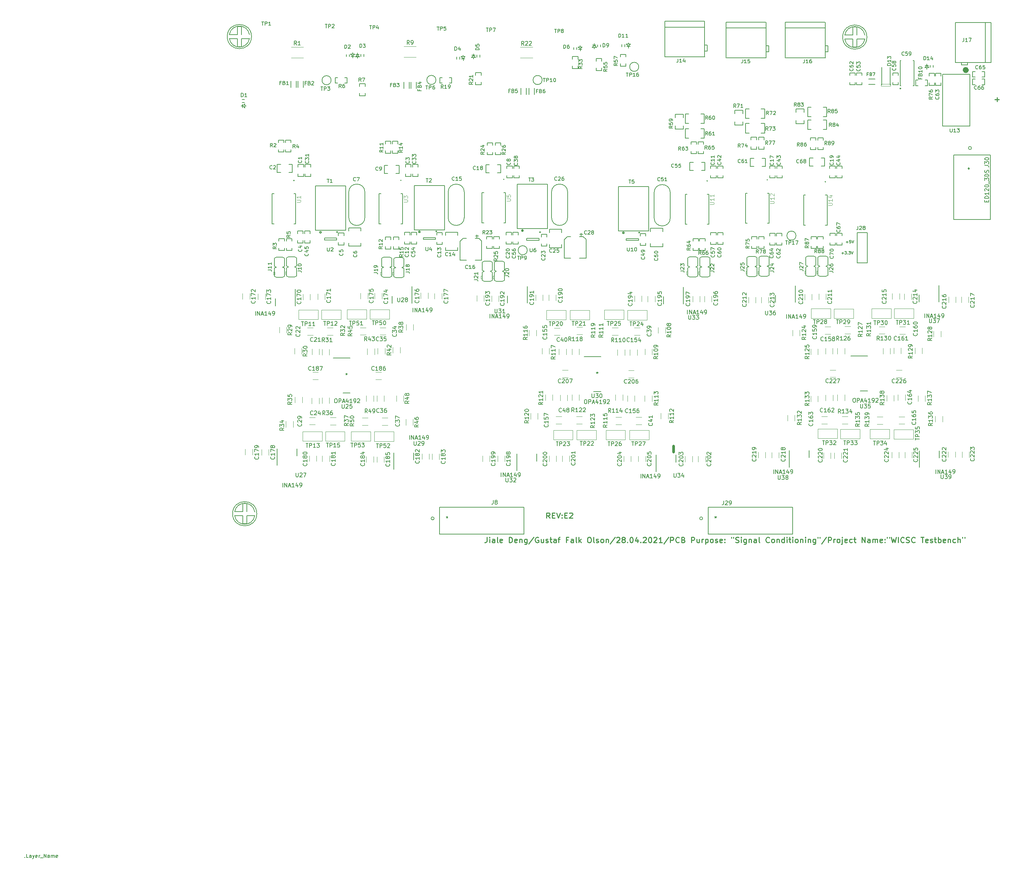
<source format=gbr>
%TF.GenerationSoftware,KiCad,Pcbnew,(5.99.0-10177-gd878cbddbc)*%
%TF.CreationDate,2021-05-11T02:45:32+02:00*%
%TF.ProjectId,TIDA-00555_E2,54494441-2d30-4303-9535-355f45322e6b,rev?*%
%TF.SameCoordinates,Original*%
%TF.FileFunction,Legend,Top*%
%TF.FilePolarity,Positive*%
%FSLAX46Y46*%
G04 Gerber Fmt 4.6, Leading zero omitted, Abs format (unit mm)*
G04 Created by KiCad (PCBNEW (5.99.0-10177-gd878cbddbc)) date 2021-05-11 02:45:32*
%MOMM*%
%LPD*%
G01*
G04 APERTURE LIST*
%ADD10C,0.152400*%
%ADD11C,0.254000*%
%ADD12C,0.015000*%
%ADD13C,0.150000*%
%ADD14C,0.127000*%
%ADD15C,0.200000*%
%ADD16C,0.120000*%
%ADD17C,0.177800*%
%ADD18C,0.100000*%
%ADD19C,0.203200*%
%ADD20C,0.228600*%
%ADD21C,0.889000*%
%ADD22O,0.599999X2.200001*%
G04 APERTURE END LIST*
D10*
X110957200Y-27432000D02*
X111541400Y-27432000D01*
X234260774Y-74136358D02*
X234794900Y-74136358D01*
X234527837Y-74390262D02*
X234527837Y-73882455D01*
X235462557Y-73723766D02*
X235128728Y-73723766D01*
X235095345Y-74041145D01*
X235128728Y-74009407D01*
X235195494Y-73977669D01*
X235362408Y-73977669D01*
X235429174Y-74009407D01*
X235462557Y-74041145D01*
X235495940Y-74104620D01*
X235495940Y-74263310D01*
X235462557Y-74326786D01*
X235429174Y-74358524D01*
X235362408Y-74390262D01*
X235195494Y-74390262D01*
X235128728Y-74358524D01*
X235095345Y-74326786D01*
X235696237Y-73723766D02*
X235929917Y-74390262D01*
X236163597Y-73723766D01*
X27482821Y-229118841D02*
X27527053Y-229160894D01*
X27482821Y-229202947D01*
X27438589Y-229160894D01*
X27482821Y-229118841D01*
X27482821Y-229202947D01*
X28367467Y-229202947D02*
X27925144Y-229202947D01*
X27925144Y-228319840D01*
X29075183Y-229202947D02*
X29075183Y-228740367D01*
X29030951Y-228656262D01*
X28942486Y-228614209D01*
X28765557Y-228614209D01*
X28677093Y-228656262D01*
X29075183Y-229160894D02*
X28986719Y-229202947D01*
X28765557Y-229202947D01*
X28677093Y-229160894D01*
X28632860Y-229076789D01*
X28632860Y-228992683D01*
X28677093Y-228908578D01*
X28765557Y-228866525D01*
X28986719Y-228866525D01*
X29075183Y-228824472D01*
X29429042Y-228614209D02*
X29650203Y-229202947D01*
X29871364Y-228614209D02*
X29650203Y-229202947D01*
X29561738Y-229413210D01*
X29517506Y-229455263D01*
X29429042Y-229497316D01*
X30579081Y-229160894D02*
X30490616Y-229202947D01*
X30313687Y-229202947D01*
X30225223Y-229160894D01*
X30180990Y-229076789D01*
X30180990Y-228740367D01*
X30225223Y-228656262D01*
X30313687Y-228614209D01*
X30490616Y-228614209D01*
X30579081Y-228656262D01*
X30623313Y-228740367D01*
X30623313Y-228824472D01*
X30180990Y-228908578D01*
X31021404Y-229202947D02*
X31021404Y-228614209D01*
X31021404Y-228782420D02*
X31065636Y-228698314D01*
X31109868Y-228656262D01*
X31198333Y-228614209D01*
X31286798Y-228614209D01*
X31375262Y-229287052D02*
X32082979Y-229287052D01*
X32304140Y-229202947D02*
X32304140Y-228319840D01*
X32834928Y-229202947D01*
X32834928Y-228319840D01*
X33675341Y-229202947D02*
X33675341Y-228740367D01*
X33631109Y-228656262D01*
X33542644Y-228614209D01*
X33365715Y-228614209D01*
X33277250Y-228656262D01*
X33675341Y-229160894D02*
X33586876Y-229202947D01*
X33365715Y-229202947D01*
X33277250Y-229160894D01*
X33233018Y-229076789D01*
X33233018Y-228992683D01*
X33277250Y-228908578D01*
X33365715Y-228866525D01*
X33586876Y-228866525D01*
X33675341Y-228824472D01*
X34117664Y-229202947D02*
X34117664Y-228614209D01*
X34117664Y-228698314D02*
X34161896Y-228656262D01*
X34250361Y-228614209D01*
X34383058Y-228614209D01*
X34471522Y-228656262D01*
X34515754Y-228740367D01*
X34515754Y-229202947D01*
X34515754Y-228740367D02*
X34559987Y-228656262D01*
X34648451Y-228614209D01*
X34781148Y-228614209D01*
X34869613Y-228656262D01*
X34913845Y-228740367D01*
X34913845Y-229202947D01*
X35710026Y-229160894D02*
X35621562Y-229202947D01*
X35444632Y-229202947D01*
X35356168Y-229160894D01*
X35311936Y-229076789D01*
X35311936Y-228740367D01*
X35356168Y-228656262D01*
X35444632Y-228614209D01*
X35621562Y-228614209D01*
X35710026Y-228656262D01*
X35754258Y-228740367D01*
X35754258Y-228824472D01*
X35311936Y-228908578D01*
D11*
X143799922Y-148514332D02*
X143799922Y-149466469D01*
X143733157Y-149656896D01*
X143599625Y-149783848D01*
X143399328Y-149847324D01*
X143265797Y-149847324D01*
X144467580Y-149847324D02*
X144467580Y-148958662D01*
X144467580Y-148514332D02*
X144400814Y-148577808D01*
X144467580Y-148641283D01*
X144534345Y-148577808D01*
X144467580Y-148514332D01*
X144467580Y-148641283D01*
X145736128Y-149847324D02*
X145736128Y-149149090D01*
X145669362Y-149022138D01*
X145535831Y-148958662D01*
X145268768Y-148958662D01*
X145135237Y-149022138D01*
X145736128Y-149783848D02*
X145602597Y-149847324D01*
X145268768Y-149847324D01*
X145135237Y-149783848D01*
X145068471Y-149656896D01*
X145068471Y-149529945D01*
X145135237Y-149402993D01*
X145268768Y-149339517D01*
X145602597Y-149339517D01*
X145736128Y-149276041D01*
X146604082Y-149847324D02*
X146470551Y-149783848D01*
X146403785Y-149656896D01*
X146403785Y-148514332D01*
X147672334Y-149783848D02*
X147538802Y-149847324D01*
X147271740Y-149847324D01*
X147138208Y-149783848D01*
X147071442Y-149656896D01*
X147071442Y-149149090D01*
X147138208Y-149022138D01*
X147271740Y-148958662D01*
X147538802Y-148958662D01*
X147672334Y-149022138D01*
X147739100Y-149149090D01*
X147739100Y-149276041D01*
X147071442Y-149402993D01*
X149408242Y-149847324D02*
X149408242Y-148514332D01*
X149742071Y-148514332D01*
X149942368Y-148577808D01*
X150075900Y-148704759D01*
X150142665Y-148831711D01*
X150209431Y-149085614D01*
X150209431Y-149276041D01*
X150142665Y-149529945D01*
X150075900Y-149656896D01*
X149942368Y-149783848D01*
X149742071Y-149847324D01*
X149408242Y-149847324D01*
X151344448Y-149783848D02*
X151210917Y-149847324D01*
X150943854Y-149847324D01*
X150810322Y-149783848D01*
X150743557Y-149656896D01*
X150743557Y-149149090D01*
X150810322Y-149022138D01*
X150943854Y-148958662D01*
X151210917Y-148958662D01*
X151344448Y-149022138D01*
X151411214Y-149149090D01*
X151411214Y-149276041D01*
X150743557Y-149402993D01*
X152012105Y-148958662D02*
X152012105Y-149847324D01*
X152012105Y-149085614D02*
X152078871Y-149022138D01*
X152212402Y-148958662D01*
X152412700Y-148958662D01*
X152546231Y-149022138D01*
X152612997Y-149149090D01*
X152612997Y-149847324D01*
X153881545Y-148958662D02*
X153881545Y-150037751D01*
X153814780Y-150164703D01*
X153748014Y-150228179D01*
X153614482Y-150291654D01*
X153414185Y-150291654D01*
X153280654Y-150228179D01*
X153881545Y-149783848D02*
X153748014Y-149847324D01*
X153480951Y-149847324D01*
X153347420Y-149783848D01*
X153280654Y-149720372D01*
X153213888Y-149593420D01*
X153213888Y-149212566D01*
X153280654Y-149085614D01*
X153347420Y-149022138D01*
X153480951Y-148958662D01*
X153748014Y-148958662D01*
X153881545Y-149022138D01*
X155550688Y-148450856D02*
X154348905Y-150164703D01*
X156752471Y-148577808D02*
X156618940Y-148514332D01*
X156418642Y-148514332D01*
X156218345Y-148577808D01*
X156084814Y-148704759D01*
X156018048Y-148831711D01*
X155951282Y-149085614D01*
X155951282Y-149276041D01*
X156018048Y-149529945D01*
X156084814Y-149656896D01*
X156218345Y-149783848D01*
X156418642Y-149847324D01*
X156552174Y-149847324D01*
X156752471Y-149783848D01*
X156819237Y-149720372D01*
X156819237Y-149276041D01*
X156552174Y-149276041D01*
X158021020Y-148958662D02*
X158021020Y-149847324D01*
X157420128Y-148958662D02*
X157420128Y-149656896D01*
X157486894Y-149783848D01*
X157620425Y-149847324D01*
X157820722Y-149847324D01*
X157954254Y-149783848D01*
X158021020Y-149720372D01*
X158621911Y-149783848D02*
X158755442Y-149847324D01*
X159022505Y-149847324D01*
X159156037Y-149783848D01*
X159222802Y-149656896D01*
X159222802Y-149593420D01*
X159156037Y-149466469D01*
X159022505Y-149402993D01*
X158822208Y-149402993D01*
X158688677Y-149339517D01*
X158621911Y-149212566D01*
X158621911Y-149149090D01*
X158688677Y-149022138D01*
X158822208Y-148958662D01*
X159022505Y-148958662D01*
X159156037Y-149022138D01*
X159623397Y-148958662D02*
X160157522Y-148958662D01*
X159823694Y-148514332D02*
X159823694Y-149656896D01*
X159890460Y-149783848D01*
X160023991Y-149847324D01*
X160157522Y-149847324D01*
X161225774Y-149847324D02*
X161225774Y-149149090D01*
X161159008Y-149022138D01*
X161025477Y-148958662D01*
X160758414Y-148958662D01*
X160624882Y-149022138D01*
X161225774Y-149783848D02*
X161092242Y-149847324D01*
X160758414Y-149847324D01*
X160624882Y-149783848D01*
X160558117Y-149656896D01*
X160558117Y-149529945D01*
X160624882Y-149402993D01*
X160758414Y-149339517D01*
X161092242Y-149339517D01*
X161225774Y-149276041D01*
X161693134Y-148958662D02*
X162227260Y-148958662D01*
X161893431Y-149847324D02*
X161893431Y-148704759D01*
X161960197Y-148577808D01*
X162093728Y-148514332D01*
X162227260Y-148514332D01*
X164230231Y-149149090D02*
X163762871Y-149149090D01*
X163762871Y-149847324D02*
X163762871Y-148514332D01*
X164430528Y-148514332D01*
X165565545Y-149847324D02*
X165565545Y-149149090D01*
X165498780Y-149022138D01*
X165365248Y-148958662D01*
X165098185Y-148958662D01*
X164964654Y-149022138D01*
X165565545Y-149783848D02*
X165432014Y-149847324D01*
X165098185Y-149847324D01*
X164964654Y-149783848D01*
X164897888Y-149656896D01*
X164897888Y-149529945D01*
X164964654Y-149402993D01*
X165098185Y-149339517D01*
X165432014Y-149339517D01*
X165565545Y-149276041D01*
X166433500Y-149847324D02*
X166299968Y-149783848D01*
X166233202Y-149656896D01*
X166233202Y-148514332D01*
X166967625Y-149847324D02*
X166967625Y-148514332D01*
X167101157Y-149339517D02*
X167501751Y-149847324D01*
X167501751Y-148958662D02*
X166967625Y-149466469D01*
X169437957Y-148514332D02*
X169705020Y-148514332D01*
X169838551Y-148577808D01*
X169972082Y-148704759D01*
X170038848Y-148958662D01*
X170038848Y-149402993D01*
X169972082Y-149656896D01*
X169838551Y-149783848D01*
X169705020Y-149847324D01*
X169437957Y-149847324D01*
X169304425Y-149783848D01*
X169170894Y-149656896D01*
X169104128Y-149402993D01*
X169104128Y-148958662D01*
X169170894Y-148704759D01*
X169304425Y-148577808D01*
X169437957Y-148514332D01*
X170840037Y-149847324D02*
X170706505Y-149783848D01*
X170639740Y-149656896D01*
X170639740Y-148514332D01*
X171307397Y-149783848D02*
X171440928Y-149847324D01*
X171707991Y-149847324D01*
X171841522Y-149783848D01*
X171908288Y-149656896D01*
X171908288Y-149593420D01*
X171841522Y-149466469D01*
X171707991Y-149402993D01*
X171507694Y-149402993D01*
X171374162Y-149339517D01*
X171307397Y-149212566D01*
X171307397Y-149149090D01*
X171374162Y-149022138D01*
X171507694Y-148958662D01*
X171707991Y-148958662D01*
X171841522Y-149022138D01*
X172709477Y-149847324D02*
X172575945Y-149783848D01*
X172509180Y-149720372D01*
X172442414Y-149593420D01*
X172442414Y-149212566D01*
X172509180Y-149085614D01*
X172575945Y-149022138D01*
X172709477Y-148958662D01*
X172909774Y-148958662D01*
X173043305Y-149022138D01*
X173110071Y-149085614D01*
X173176837Y-149212566D01*
X173176837Y-149593420D01*
X173110071Y-149720372D01*
X173043305Y-149783848D01*
X172909774Y-149847324D01*
X172709477Y-149847324D01*
X173777728Y-148958662D02*
X173777728Y-149847324D01*
X173777728Y-149085614D02*
X173844494Y-149022138D01*
X173978025Y-148958662D01*
X174178322Y-148958662D01*
X174311854Y-149022138D01*
X174378620Y-149149090D01*
X174378620Y-149847324D01*
X176047762Y-148450856D02*
X174845980Y-150164703D01*
X176448357Y-148641283D02*
X176515122Y-148577808D01*
X176648654Y-148514332D01*
X176982482Y-148514332D01*
X177116014Y-148577808D01*
X177182780Y-148641283D01*
X177249545Y-148768235D01*
X177249545Y-148895187D01*
X177182780Y-149085614D01*
X176381591Y-149847324D01*
X177249545Y-149847324D01*
X178050734Y-149085614D02*
X177917202Y-149022138D01*
X177850437Y-148958662D01*
X177783671Y-148831711D01*
X177783671Y-148768235D01*
X177850437Y-148641283D01*
X177917202Y-148577808D01*
X178050734Y-148514332D01*
X178317797Y-148514332D01*
X178451328Y-148577808D01*
X178518094Y-148641283D01*
X178584860Y-148768235D01*
X178584860Y-148831711D01*
X178518094Y-148958662D01*
X178451328Y-149022138D01*
X178317797Y-149085614D01*
X178050734Y-149085614D01*
X177917202Y-149149090D01*
X177850437Y-149212566D01*
X177783671Y-149339517D01*
X177783671Y-149593420D01*
X177850437Y-149720372D01*
X177917202Y-149783848D01*
X178050734Y-149847324D01*
X178317797Y-149847324D01*
X178451328Y-149783848D01*
X178518094Y-149720372D01*
X178584860Y-149593420D01*
X178584860Y-149339517D01*
X178518094Y-149212566D01*
X178451328Y-149149090D01*
X178317797Y-149085614D01*
X179185751Y-149720372D02*
X179252517Y-149783848D01*
X179185751Y-149847324D01*
X179118985Y-149783848D01*
X179185751Y-149720372D01*
X179185751Y-149847324D01*
X180120471Y-148514332D02*
X180254002Y-148514332D01*
X180387534Y-148577808D01*
X180454300Y-148641283D01*
X180521065Y-148768235D01*
X180587831Y-149022138D01*
X180587831Y-149339517D01*
X180521065Y-149593420D01*
X180454300Y-149720372D01*
X180387534Y-149783848D01*
X180254002Y-149847324D01*
X180120471Y-149847324D01*
X179986940Y-149783848D01*
X179920174Y-149720372D01*
X179853408Y-149593420D01*
X179786642Y-149339517D01*
X179786642Y-149022138D01*
X179853408Y-148768235D01*
X179920174Y-148641283D01*
X179986940Y-148577808D01*
X180120471Y-148514332D01*
X181789614Y-148958662D02*
X181789614Y-149847324D01*
X181455785Y-148450856D02*
X181121957Y-149402993D01*
X181989911Y-149402993D01*
X182524037Y-149720372D02*
X182590802Y-149783848D01*
X182524037Y-149847324D01*
X182457271Y-149783848D01*
X182524037Y-149720372D01*
X182524037Y-149847324D01*
X183124928Y-148641283D02*
X183191694Y-148577808D01*
X183325225Y-148514332D01*
X183659054Y-148514332D01*
X183792585Y-148577808D01*
X183859351Y-148641283D01*
X183926117Y-148768235D01*
X183926117Y-148895187D01*
X183859351Y-149085614D01*
X183058162Y-149847324D01*
X183926117Y-149847324D01*
X184794071Y-148514332D02*
X184927602Y-148514332D01*
X185061134Y-148577808D01*
X185127900Y-148641283D01*
X185194665Y-148768235D01*
X185261431Y-149022138D01*
X185261431Y-149339517D01*
X185194665Y-149593420D01*
X185127900Y-149720372D01*
X185061134Y-149783848D01*
X184927602Y-149847324D01*
X184794071Y-149847324D01*
X184660540Y-149783848D01*
X184593774Y-149720372D01*
X184527008Y-149593420D01*
X184460242Y-149339517D01*
X184460242Y-149022138D01*
X184527008Y-148768235D01*
X184593774Y-148641283D01*
X184660540Y-148577808D01*
X184794071Y-148514332D01*
X185795557Y-148641283D02*
X185862322Y-148577808D01*
X185995854Y-148514332D01*
X186329682Y-148514332D01*
X186463214Y-148577808D01*
X186529980Y-148641283D01*
X186596745Y-148768235D01*
X186596745Y-148895187D01*
X186529980Y-149085614D01*
X185728791Y-149847324D01*
X186596745Y-149847324D01*
X187932059Y-149847324D02*
X187130871Y-149847324D01*
X187531465Y-149847324D02*
X187531465Y-148514332D01*
X187397934Y-148704759D01*
X187264402Y-148831711D01*
X187130871Y-148895187D01*
X189534437Y-148450856D02*
X188332654Y-150164703D01*
X190001797Y-149847324D02*
X190001797Y-148514332D01*
X190535922Y-148514332D01*
X190669454Y-148577808D01*
X190736219Y-148641283D01*
X190802985Y-148768235D01*
X190802985Y-148958662D01*
X190736219Y-149085614D01*
X190669454Y-149149090D01*
X190535922Y-149212566D01*
X190001797Y-149212566D01*
X192205065Y-149720372D02*
X192138299Y-149783848D01*
X191938002Y-149847324D01*
X191804471Y-149847324D01*
X191604174Y-149783848D01*
X191470642Y-149656896D01*
X191403877Y-149529945D01*
X191337111Y-149276041D01*
X191337111Y-149085614D01*
X191403877Y-148831711D01*
X191470642Y-148704759D01*
X191604174Y-148577808D01*
X191804471Y-148514332D01*
X191938002Y-148514332D01*
X192138299Y-148577808D01*
X192205065Y-148641283D01*
X193273317Y-149149090D02*
X193473614Y-149212566D01*
X193540379Y-149276041D01*
X193607145Y-149402993D01*
X193607145Y-149593420D01*
X193540379Y-149720372D01*
X193473614Y-149783848D01*
X193340082Y-149847324D01*
X192805957Y-149847324D01*
X192805957Y-148514332D01*
X193273317Y-148514332D01*
X193406848Y-148577808D01*
X193473614Y-148641283D01*
X193540379Y-148768235D01*
X193540379Y-148895187D01*
X193473614Y-149022138D01*
X193406848Y-149085614D01*
X193273317Y-149149090D01*
X192805957Y-149149090D01*
X195276288Y-149847324D02*
X195276288Y-148514332D01*
X195810414Y-148514332D01*
X195943945Y-148577808D01*
X196010711Y-148641283D01*
X196077477Y-148768235D01*
X196077477Y-148958662D01*
X196010711Y-149085614D01*
X195943945Y-149149090D01*
X195810414Y-149212566D01*
X195276288Y-149212566D01*
X197279259Y-148958662D02*
X197279259Y-149847324D01*
X196678368Y-148958662D02*
X196678368Y-149656896D01*
X196745134Y-149783848D01*
X196878665Y-149847324D01*
X197078962Y-149847324D01*
X197212494Y-149783848D01*
X197279259Y-149720372D01*
X197946917Y-149847324D02*
X197946917Y-148958662D01*
X197946917Y-149212566D02*
X198013682Y-149085614D01*
X198080448Y-149022138D01*
X198213979Y-148958662D01*
X198347511Y-148958662D01*
X198814871Y-148958662D02*
X198814871Y-150291654D01*
X198814871Y-149022138D02*
X198948402Y-148958662D01*
X199215465Y-148958662D01*
X199348997Y-149022138D01*
X199415762Y-149085614D01*
X199482528Y-149212566D01*
X199482528Y-149593420D01*
X199415762Y-149720372D01*
X199348997Y-149783848D01*
X199215465Y-149847324D01*
X198948402Y-149847324D01*
X198814871Y-149783848D01*
X200283717Y-149847324D02*
X200150185Y-149783848D01*
X200083420Y-149720372D01*
X200016654Y-149593420D01*
X200016654Y-149212566D01*
X200083420Y-149085614D01*
X200150185Y-149022138D01*
X200283717Y-148958662D01*
X200484014Y-148958662D01*
X200617545Y-149022138D01*
X200684311Y-149085614D01*
X200751077Y-149212566D01*
X200751077Y-149593420D01*
X200684311Y-149720372D01*
X200617545Y-149783848D01*
X200484014Y-149847324D01*
X200283717Y-149847324D01*
X201285202Y-149783848D02*
X201418734Y-149847324D01*
X201685797Y-149847324D01*
X201819328Y-149783848D01*
X201886094Y-149656896D01*
X201886094Y-149593420D01*
X201819328Y-149466469D01*
X201685797Y-149402993D01*
X201485500Y-149402993D01*
X201351968Y-149339517D01*
X201285202Y-149212566D01*
X201285202Y-149149090D01*
X201351968Y-149022138D01*
X201485500Y-148958662D01*
X201685797Y-148958662D01*
X201819328Y-149022138D01*
X203021111Y-149783848D02*
X202887580Y-149847324D01*
X202620517Y-149847324D01*
X202486985Y-149783848D01*
X202420220Y-149656896D01*
X202420220Y-149149090D01*
X202486985Y-149022138D01*
X202620517Y-148958662D01*
X202887580Y-148958662D01*
X203021111Y-149022138D01*
X203087877Y-149149090D01*
X203087877Y-149276041D01*
X202420220Y-149402993D01*
X203688768Y-149720372D02*
X203755534Y-149783848D01*
X203688768Y-149847324D01*
X203622002Y-149783848D01*
X203688768Y-149720372D01*
X203688768Y-149847324D01*
X203688768Y-149022138D02*
X203755534Y-149085614D01*
X203688768Y-149149090D01*
X203622002Y-149085614D01*
X203688768Y-149022138D01*
X203688768Y-149149090D01*
X205357911Y-148514332D02*
X205357911Y-148768235D01*
X205892037Y-148514332D02*
X205892037Y-148768235D01*
X206426162Y-149783848D02*
X206626459Y-149847324D01*
X206960288Y-149847324D01*
X207093819Y-149783848D01*
X207160585Y-149720372D01*
X207227351Y-149593420D01*
X207227351Y-149466469D01*
X207160585Y-149339517D01*
X207093819Y-149276041D01*
X206960288Y-149212566D01*
X206693225Y-149149090D01*
X206559694Y-149085614D01*
X206492928Y-149022138D01*
X206426162Y-148895187D01*
X206426162Y-148768235D01*
X206492928Y-148641283D01*
X206559694Y-148577808D01*
X206693225Y-148514332D01*
X207027054Y-148514332D01*
X207227351Y-148577808D01*
X207828242Y-149847324D02*
X207828242Y-148958662D01*
X207828242Y-148514332D02*
X207761477Y-148577808D01*
X207828242Y-148641283D01*
X207895008Y-148577808D01*
X207828242Y-148514332D01*
X207828242Y-148641283D01*
X209096791Y-148958662D02*
X209096791Y-150037751D01*
X209030025Y-150164703D01*
X208963259Y-150228179D01*
X208829728Y-150291654D01*
X208629431Y-150291654D01*
X208495899Y-150228179D01*
X209096791Y-149783848D02*
X208963259Y-149847324D01*
X208696197Y-149847324D01*
X208562665Y-149783848D01*
X208495899Y-149720372D01*
X208429134Y-149593420D01*
X208429134Y-149212566D01*
X208495899Y-149085614D01*
X208562665Y-149022138D01*
X208696197Y-148958662D01*
X208963259Y-148958662D01*
X209096791Y-149022138D01*
X209764448Y-148958662D02*
X209764448Y-149847324D01*
X209764448Y-149085614D02*
X209831214Y-149022138D01*
X209964745Y-148958662D01*
X210165042Y-148958662D01*
X210298574Y-149022138D01*
X210365339Y-149149090D01*
X210365339Y-149847324D01*
X211633888Y-149847324D02*
X211633888Y-149149090D01*
X211567122Y-149022138D01*
X211433591Y-148958662D01*
X211166528Y-148958662D01*
X211032997Y-149022138D01*
X211633888Y-149783848D02*
X211500357Y-149847324D01*
X211166528Y-149847324D01*
X211032997Y-149783848D01*
X210966231Y-149656896D01*
X210966231Y-149529945D01*
X211032997Y-149402993D01*
X211166528Y-149339517D01*
X211500357Y-149339517D01*
X211633888Y-149276041D01*
X212501842Y-149847324D02*
X212368311Y-149783848D01*
X212301545Y-149656896D01*
X212301545Y-148514332D01*
X214905408Y-149720372D02*
X214838642Y-149783848D01*
X214638345Y-149847324D01*
X214504814Y-149847324D01*
X214304517Y-149783848D01*
X214170985Y-149656896D01*
X214104219Y-149529945D01*
X214037454Y-149276041D01*
X214037454Y-149085614D01*
X214104219Y-148831711D01*
X214170985Y-148704759D01*
X214304517Y-148577808D01*
X214504814Y-148514332D01*
X214638345Y-148514332D01*
X214838642Y-148577808D01*
X214905408Y-148641283D01*
X215706597Y-149847324D02*
X215573065Y-149783848D01*
X215506299Y-149720372D01*
X215439534Y-149593420D01*
X215439534Y-149212566D01*
X215506299Y-149085614D01*
X215573065Y-149022138D01*
X215706597Y-148958662D01*
X215906894Y-148958662D01*
X216040425Y-149022138D01*
X216107191Y-149085614D01*
X216173957Y-149212566D01*
X216173957Y-149593420D01*
X216107191Y-149720372D01*
X216040425Y-149783848D01*
X215906894Y-149847324D01*
X215706597Y-149847324D01*
X216774848Y-148958662D02*
X216774848Y-149847324D01*
X216774848Y-149085614D02*
X216841614Y-149022138D01*
X216975145Y-148958662D01*
X217175442Y-148958662D01*
X217308974Y-149022138D01*
X217375739Y-149149090D01*
X217375739Y-149847324D01*
X218644288Y-149847324D02*
X218644288Y-148514332D01*
X218644288Y-149783848D02*
X218510757Y-149847324D01*
X218243694Y-149847324D01*
X218110162Y-149783848D01*
X218043397Y-149720372D01*
X217976631Y-149593420D01*
X217976631Y-149212566D01*
X218043397Y-149085614D01*
X218110162Y-149022138D01*
X218243694Y-148958662D01*
X218510757Y-148958662D01*
X218644288Y-149022138D01*
X219311945Y-149847324D02*
X219311945Y-148958662D01*
X219311945Y-148514332D02*
X219245179Y-148577808D01*
X219311945Y-148641283D01*
X219378711Y-148577808D01*
X219311945Y-148514332D01*
X219311945Y-148641283D01*
X219779305Y-148958662D02*
X220313431Y-148958662D01*
X219979602Y-148514332D02*
X219979602Y-149656896D01*
X220046368Y-149783848D01*
X220179899Y-149847324D01*
X220313431Y-149847324D01*
X220780791Y-149847324D02*
X220780791Y-148958662D01*
X220780791Y-148514332D02*
X220714025Y-148577808D01*
X220780791Y-148641283D01*
X220847557Y-148577808D01*
X220780791Y-148514332D01*
X220780791Y-148641283D01*
X221648745Y-149847324D02*
X221515214Y-149783848D01*
X221448448Y-149720372D01*
X221381682Y-149593420D01*
X221381682Y-149212566D01*
X221448448Y-149085614D01*
X221515214Y-149022138D01*
X221648745Y-148958662D01*
X221849042Y-148958662D01*
X221982574Y-149022138D01*
X222049339Y-149085614D01*
X222116105Y-149212566D01*
X222116105Y-149593420D01*
X222049339Y-149720372D01*
X221982574Y-149783848D01*
X221849042Y-149847324D01*
X221648745Y-149847324D01*
X222716997Y-148958662D02*
X222716997Y-149847324D01*
X222716997Y-149085614D02*
X222783762Y-149022138D01*
X222917294Y-148958662D01*
X223117591Y-148958662D01*
X223251122Y-149022138D01*
X223317888Y-149149090D01*
X223317888Y-149847324D01*
X223985545Y-149847324D02*
X223985545Y-148958662D01*
X223985545Y-148514332D02*
X223918779Y-148577808D01*
X223985545Y-148641283D01*
X224052311Y-148577808D01*
X223985545Y-148514332D01*
X223985545Y-148641283D01*
X224653202Y-148958662D02*
X224653202Y-149847324D01*
X224653202Y-149085614D02*
X224719968Y-149022138D01*
X224853499Y-148958662D01*
X225053797Y-148958662D01*
X225187328Y-149022138D01*
X225254094Y-149149090D01*
X225254094Y-149847324D01*
X226522642Y-148958662D02*
X226522642Y-150037751D01*
X226455877Y-150164703D01*
X226389111Y-150228179D01*
X226255579Y-150291654D01*
X226055282Y-150291654D01*
X225921751Y-150228179D01*
X226522642Y-149783848D02*
X226389111Y-149847324D01*
X226122048Y-149847324D01*
X225988517Y-149783848D01*
X225921751Y-149720372D01*
X225854985Y-149593420D01*
X225854985Y-149212566D01*
X225921751Y-149085614D01*
X225988517Y-149022138D01*
X226122048Y-148958662D01*
X226389111Y-148958662D01*
X226522642Y-149022138D01*
X227123534Y-148514332D02*
X227123534Y-148768235D01*
X227657659Y-148514332D02*
X227657659Y-148768235D01*
X229260037Y-148450856D02*
X228058254Y-150164703D01*
X229727397Y-149847324D02*
X229727397Y-148514332D01*
X230261522Y-148514332D01*
X230395054Y-148577808D01*
X230461819Y-148641283D01*
X230528585Y-148768235D01*
X230528585Y-148958662D01*
X230461819Y-149085614D01*
X230395054Y-149149090D01*
X230261522Y-149212566D01*
X229727397Y-149212566D01*
X231129477Y-149847324D02*
X231129477Y-148958662D01*
X231129477Y-149212566D02*
X231196242Y-149085614D01*
X231263008Y-149022138D01*
X231396539Y-148958662D01*
X231530071Y-148958662D01*
X232197728Y-149847324D02*
X232064197Y-149783848D01*
X231997431Y-149720372D01*
X231930665Y-149593420D01*
X231930665Y-149212566D01*
X231997431Y-149085614D01*
X232064197Y-149022138D01*
X232197728Y-148958662D01*
X232398025Y-148958662D01*
X232531557Y-149022138D01*
X232598322Y-149085614D01*
X232665088Y-149212566D01*
X232665088Y-149593420D01*
X232598322Y-149720372D01*
X232531557Y-149783848D01*
X232398025Y-149847324D01*
X232197728Y-149847324D01*
X233265979Y-148958662D02*
X233265979Y-150101227D01*
X233199214Y-150228179D01*
X233065682Y-150291654D01*
X232998917Y-150291654D01*
X233265979Y-148514332D02*
X233199214Y-148577808D01*
X233265979Y-148641283D01*
X233332745Y-148577808D01*
X233265979Y-148514332D01*
X233265979Y-148641283D01*
X234467762Y-149783848D02*
X234334231Y-149847324D01*
X234067168Y-149847324D01*
X233933637Y-149783848D01*
X233866871Y-149656896D01*
X233866871Y-149149090D01*
X233933637Y-149022138D01*
X234067168Y-148958662D01*
X234334231Y-148958662D01*
X234467762Y-149022138D01*
X234534528Y-149149090D01*
X234534528Y-149276041D01*
X233866871Y-149402993D01*
X235736311Y-149783848D02*
X235602779Y-149847324D01*
X235335717Y-149847324D01*
X235202185Y-149783848D01*
X235135419Y-149720372D01*
X235068654Y-149593420D01*
X235068654Y-149212566D01*
X235135419Y-149085614D01*
X235202185Y-149022138D01*
X235335717Y-148958662D01*
X235602779Y-148958662D01*
X235736311Y-149022138D01*
X236136905Y-148958662D02*
X236671031Y-148958662D01*
X236337202Y-148514332D02*
X236337202Y-149656896D01*
X236403968Y-149783848D01*
X236537499Y-149847324D01*
X236671031Y-149847324D01*
X238206642Y-149847324D02*
X238206642Y-148514332D01*
X239007831Y-149847324D01*
X239007831Y-148514332D01*
X240276379Y-149847324D02*
X240276379Y-149149090D01*
X240209614Y-149022138D01*
X240076082Y-148958662D01*
X239809019Y-148958662D01*
X239675488Y-149022138D01*
X240276379Y-149783848D02*
X240142848Y-149847324D01*
X239809019Y-149847324D01*
X239675488Y-149783848D01*
X239608722Y-149656896D01*
X239608722Y-149529945D01*
X239675488Y-149402993D01*
X239809019Y-149339517D01*
X240142848Y-149339517D01*
X240276379Y-149276041D01*
X240944037Y-149847324D02*
X240944037Y-148958662D01*
X240944037Y-149085614D02*
X241010802Y-149022138D01*
X241144334Y-148958662D01*
X241344631Y-148958662D01*
X241478162Y-149022138D01*
X241544928Y-149149090D01*
X241544928Y-149847324D01*
X241544928Y-149149090D02*
X241611694Y-149022138D01*
X241745225Y-148958662D01*
X241945522Y-148958662D01*
X242079054Y-149022138D01*
X242145819Y-149149090D01*
X242145819Y-149847324D01*
X243347602Y-149783848D02*
X243214071Y-149847324D01*
X242947008Y-149847324D01*
X242813477Y-149783848D01*
X242746711Y-149656896D01*
X242746711Y-149149090D01*
X242813477Y-149022138D01*
X242947008Y-148958662D01*
X243214071Y-148958662D01*
X243347602Y-149022138D01*
X243414368Y-149149090D01*
X243414368Y-149276041D01*
X242746711Y-149402993D01*
X244015259Y-149720372D02*
X244082025Y-149783848D01*
X244015259Y-149847324D01*
X243948494Y-149783848D01*
X244015259Y-149720372D01*
X244015259Y-149847324D01*
X244015259Y-149022138D02*
X244082025Y-149085614D01*
X244015259Y-149149090D01*
X243948494Y-149085614D01*
X244015259Y-149022138D01*
X244015259Y-149149090D01*
X244616151Y-148514332D02*
X244616151Y-148768235D01*
X245150277Y-148514332D02*
X245150277Y-148768235D01*
X245617637Y-148514332D02*
X245951465Y-149847324D01*
X246218528Y-148895187D01*
X246485591Y-149847324D01*
X246819419Y-148514332D01*
X247353545Y-149847324D02*
X247353545Y-148514332D01*
X248822391Y-149720372D02*
X248755625Y-149783848D01*
X248555328Y-149847324D01*
X248421797Y-149847324D01*
X248221499Y-149783848D01*
X248087968Y-149656896D01*
X248021202Y-149529945D01*
X247954437Y-149276041D01*
X247954437Y-149085614D01*
X248021202Y-148831711D01*
X248087968Y-148704759D01*
X248221499Y-148577808D01*
X248421797Y-148514332D01*
X248555328Y-148514332D01*
X248755625Y-148577808D01*
X248822391Y-148641283D01*
X249356517Y-149783848D02*
X249556814Y-149847324D01*
X249890642Y-149847324D01*
X250024174Y-149783848D01*
X250090939Y-149720372D01*
X250157705Y-149593420D01*
X250157705Y-149466469D01*
X250090939Y-149339517D01*
X250024174Y-149276041D01*
X249890642Y-149212566D01*
X249623579Y-149149090D01*
X249490048Y-149085614D01*
X249423282Y-149022138D01*
X249356517Y-148895187D01*
X249356517Y-148768235D01*
X249423282Y-148641283D01*
X249490048Y-148577808D01*
X249623579Y-148514332D01*
X249957408Y-148514332D01*
X250157705Y-148577808D01*
X251559785Y-149720372D02*
X251493019Y-149783848D01*
X251292722Y-149847324D01*
X251159191Y-149847324D01*
X250958894Y-149783848D01*
X250825362Y-149656896D01*
X250758597Y-149529945D01*
X250691831Y-149276041D01*
X250691831Y-149085614D01*
X250758597Y-148831711D01*
X250825362Y-148704759D01*
X250958894Y-148577808D01*
X251159191Y-148514332D01*
X251292722Y-148514332D01*
X251493019Y-148577808D01*
X251559785Y-148641283D01*
X253028631Y-148514332D02*
X253829819Y-148514332D01*
X253429225Y-149847324D02*
X253429225Y-148514332D01*
X254831305Y-149783848D02*
X254697774Y-149847324D01*
X254430711Y-149847324D01*
X254297179Y-149783848D01*
X254230414Y-149656896D01*
X254230414Y-149149090D01*
X254297179Y-149022138D01*
X254430711Y-148958662D01*
X254697774Y-148958662D01*
X254831305Y-149022138D01*
X254898071Y-149149090D01*
X254898071Y-149276041D01*
X254230414Y-149402993D01*
X255432197Y-149783848D02*
X255565728Y-149847324D01*
X255832791Y-149847324D01*
X255966322Y-149783848D01*
X256033088Y-149656896D01*
X256033088Y-149593420D01*
X255966322Y-149466469D01*
X255832791Y-149402993D01*
X255632494Y-149402993D01*
X255498962Y-149339517D01*
X255432197Y-149212566D01*
X255432197Y-149149090D01*
X255498962Y-149022138D01*
X255632494Y-148958662D01*
X255832791Y-148958662D01*
X255966322Y-149022138D01*
X256433682Y-148958662D02*
X256967808Y-148958662D01*
X256633979Y-148514332D02*
X256633979Y-149656896D01*
X256700745Y-149783848D01*
X256834277Y-149847324D01*
X256967808Y-149847324D01*
X257435168Y-149847324D02*
X257435168Y-148514332D01*
X257435168Y-149022138D02*
X257568699Y-148958662D01*
X257835762Y-148958662D01*
X257969294Y-149022138D01*
X258036059Y-149085614D01*
X258102825Y-149212566D01*
X258102825Y-149593420D01*
X258036059Y-149720372D01*
X257969294Y-149783848D01*
X257835762Y-149847324D01*
X257568699Y-149847324D01*
X257435168Y-149783848D01*
X259237842Y-149783848D02*
X259104311Y-149847324D01*
X258837248Y-149847324D01*
X258703717Y-149783848D01*
X258636951Y-149656896D01*
X258636951Y-149149090D01*
X258703717Y-149022138D01*
X258837248Y-148958662D01*
X259104311Y-148958662D01*
X259237842Y-149022138D01*
X259304608Y-149149090D01*
X259304608Y-149276041D01*
X258636951Y-149402993D01*
X259905499Y-148958662D02*
X259905499Y-149847324D01*
X259905499Y-149085614D02*
X259972265Y-149022138D01*
X260105797Y-148958662D01*
X260306094Y-148958662D01*
X260439625Y-149022138D01*
X260506391Y-149149090D01*
X260506391Y-149847324D01*
X261774939Y-149783848D02*
X261641408Y-149847324D01*
X261374345Y-149847324D01*
X261240814Y-149783848D01*
X261174048Y-149720372D01*
X261107282Y-149593420D01*
X261107282Y-149212566D01*
X261174048Y-149085614D01*
X261240814Y-149022138D01*
X261374345Y-148958662D01*
X261641408Y-148958662D01*
X261774939Y-149022138D01*
X262375831Y-149847324D02*
X262375831Y-148514332D01*
X262976722Y-149847324D02*
X262976722Y-149149090D01*
X262909957Y-149022138D01*
X262776425Y-148958662D01*
X262576128Y-148958662D01*
X262442597Y-149022138D01*
X262375831Y-149085614D01*
X263577614Y-148514332D02*
X263577614Y-148768235D01*
X264111739Y-148514332D02*
X264111739Y-148768235D01*
X159643717Y-143700524D02*
X159176357Y-143065766D01*
X158842528Y-143700524D02*
X158842528Y-142367532D01*
X159376654Y-142367532D01*
X159510185Y-142431008D01*
X159576951Y-142494483D01*
X159643717Y-142621435D01*
X159643717Y-142811862D01*
X159576951Y-142938814D01*
X159510185Y-143002290D01*
X159376654Y-143065766D01*
X158842528Y-143065766D01*
X160244608Y-143002290D02*
X160711968Y-143002290D01*
X160912265Y-143700524D02*
X160244608Y-143700524D01*
X160244608Y-142367532D01*
X160912265Y-142367532D01*
X161312860Y-142367532D02*
X161780220Y-143700524D01*
X162247580Y-142367532D01*
X162714940Y-143573572D02*
X162781705Y-143637048D01*
X162714940Y-143700524D01*
X162648174Y-143637048D01*
X162714940Y-143573572D01*
X162714940Y-143700524D01*
X162714940Y-142875338D02*
X162781705Y-142938814D01*
X162714940Y-143002290D01*
X162648174Y-142938814D01*
X162714940Y-142875338D01*
X162714940Y-143002290D01*
X163382597Y-143002290D02*
X163849957Y-143002290D01*
X164050254Y-143700524D02*
X163382597Y-143700524D01*
X163382597Y-142367532D01*
X164050254Y-142367532D01*
X164584380Y-142494483D02*
X164651145Y-142431008D01*
X164784677Y-142367532D01*
X165118505Y-142367532D01*
X165252037Y-142431008D01*
X165318802Y-142494483D01*
X165385568Y-142621435D01*
X165385568Y-142748387D01*
X165318802Y-142938814D01*
X164517614Y-143700524D01*
X165385568Y-143700524D01*
X271694728Y-38239917D02*
X272762980Y-38239917D01*
X272228854Y-38747724D02*
X272228854Y-37732111D01*
D10*
X233117774Y-76930358D02*
X233651900Y-76930358D01*
X233384837Y-77184262D02*
X233384837Y-76676455D01*
X233918962Y-76517766D02*
X234352940Y-76517766D01*
X234119260Y-76771669D01*
X234219408Y-76771669D01*
X234286174Y-76803407D01*
X234319557Y-76835145D01*
X234352940Y-76898620D01*
X234352940Y-77057310D01*
X234319557Y-77120786D01*
X234286174Y-77152524D01*
X234219408Y-77184262D01*
X234019111Y-77184262D01*
X233952345Y-77152524D01*
X233918962Y-77120786D01*
X234653385Y-77120786D02*
X234686768Y-77152524D01*
X234653385Y-77184262D01*
X234620002Y-77152524D01*
X234653385Y-77120786D01*
X234653385Y-77184262D01*
X234920448Y-76517766D02*
X235354425Y-76517766D01*
X235120745Y-76771669D01*
X235220894Y-76771669D01*
X235287660Y-76803407D01*
X235321042Y-76835145D01*
X235354425Y-76898620D01*
X235354425Y-77057310D01*
X235321042Y-77120786D01*
X235287660Y-77152524D01*
X235220894Y-77184262D01*
X235020597Y-77184262D01*
X234953831Y-77152524D01*
X234920448Y-77120786D01*
X235554722Y-76517766D02*
X235788402Y-77184262D01*
X236022082Y-76517766D01*
D12*
%TO.C,U1*%
X95949380Y-64129004D02*
X96758904Y-64129004D01*
X96854142Y-64081385D01*
X96901761Y-64033766D01*
X96949380Y-63938528D01*
X96949380Y-63748052D01*
X96901761Y-63652814D01*
X96854142Y-63605195D01*
X96758904Y-63557576D01*
X95949380Y-63557576D01*
X96949380Y-62557576D02*
X96949380Y-63129004D01*
X96949380Y-62843290D02*
X95949380Y-62843290D01*
X96092238Y-62938528D01*
X96187476Y-63033766D01*
X96235095Y-63129004D01*
%TO.C,U14*%
X229756580Y-64909995D02*
X230566104Y-64909995D01*
X230661342Y-64862376D01*
X230708961Y-64814757D01*
X230756580Y-64719519D01*
X230756580Y-64529042D01*
X230708961Y-64433804D01*
X230661342Y-64386185D01*
X230566104Y-64338566D01*
X229756580Y-64338566D01*
X230756580Y-63338566D02*
X230756580Y-63909995D01*
X230756580Y-63624280D02*
X229756580Y-63624280D01*
X229899438Y-63719519D01*
X229994676Y-63814757D01*
X230042295Y-63909995D01*
X230089914Y-62481423D02*
X230756580Y-62481423D01*
X229708961Y-62719519D02*
X230423247Y-62957614D01*
X230423247Y-62338566D01*
%TO.C,U12*%
X215126180Y-64452795D02*
X215935704Y-64452795D01*
X216030942Y-64405176D01*
X216078561Y-64357557D01*
X216126180Y-64262319D01*
X216126180Y-64071842D01*
X216078561Y-63976604D01*
X216030942Y-63928985D01*
X215935704Y-63881366D01*
X215126180Y-63881366D01*
X216126180Y-62881366D02*
X216126180Y-63452795D01*
X216126180Y-63167080D02*
X215126180Y-63167080D01*
X215269038Y-63262319D01*
X215364276Y-63357557D01*
X215411895Y-63452795D01*
X215221419Y-62500414D02*
X215173800Y-62452795D01*
X215126180Y-62357557D01*
X215126180Y-62119461D01*
X215173800Y-62024223D01*
X215221419Y-61976604D01*
X215316657Y-61928985D01*
X215411895Y-61928985D01*
X215554752Y-61976604D01*
X216126180Y-62548033D01*
X216126180Y-61928985D01*
%TO.C,U11*%
X199987780Y-64706795D02*
X200797304Y-64706795D01*
X200892542Y-64659176D01*
X200940161Y-64611557D01*
X200987780Y-64516319D01*
X200987780Y-64325842D01*
X200940161Y-64230604D01*
X200892542Y-64182985D01*
X200797304Y-64135366D01*
X199987780Y-64135366D01*
X200987780Y-63135366D02*
X200987780Y-63706795D01*
X200987780Y-63421080D02*
X199987780Y-63421080D01*
X200130638Y-63516319D01*
X200225876Y-63611557D01*
X200273495Y-63706795D01*
X200987780Y-62182985D02*
X200987780Y-62754414D01*
X200987780Y-62468700D02*
X199987780Y-62468700D01*
X200130638Y-62563938D01*
X200225876Y-62659176D01*
X200273495Y-62754414D01*
%TO.C,U5*%
X148781380Y-63824204D02*
X149590904Y-63824204D01*
X149686142Y-63776585D01*
X149733761Y-63728966D01*
X149781380Y-63633728D01*
X149781380Y-63443252D01*
X149733761Y-63348014D01*
X149686142Y-63300395D01*
X149590904Y-63252776D01*
X148781380Y-63252776D01*
X148781380Y-62300395D02*
X148781380Y-62776585D01*
X149257571Y-62824204D01*
X149209952Y-62776585D01*
X149162333Y-62681347D01*
X149162333Y-62443252D01*
X149209952Y-62348014D01*
X149257571Y-62300395D01*
X149352809Y-62252776D01*
X149590904Y-62252776D01*
X149686142Y-62300395D01*
X149733761Y-62348014D01*
X149781380Y-62443252D01*
X149781380Y-62681347D01*
X149733761Y-62776585D01*
X149686142Y-62824204D01*
%TO.C,U3*%
X122873380Y-64078204D02*
X123682904Y-64078204D01*
X123778142Y-64030585D01*
X123825761Y-63982966D01*
X123873380Y-63887728D01*
X123873380Y-63697252D01*
X123825761Y-63602014D01*
X123778142Y-63554395D01*
X123682904Y-63506776D01*
X122873380Y-63506776D01*
X122873380Y-63125823D02*
X122873380Y-62506776D01*
X123254333Y-62840109D01*
X123254333Y-62697252D01*
X123301952Y-62602014D01*
X123349571Y-62554395D01*
X123444809Y-62506776D01*
X123682904Y-62506776D01*
X123778142Y-62554395D01*
X123825761Y-62602014D01*
X123873380Y-62697252D01*
X123873380Y-62982966D01*
X123825761Y-63078204D01*
X123778142Y-63125823D01*
D13*
%TO.C,R1*%
X95896133Y-24537580D02*
X95562800Y-24061390D01*
X95324704Y-24537580D02*
X95324704Y-23537580D01*
X95705657Y-23537580D01*
X95800895Y-23585200D01*
X95848514Y-23632819D01*
X95896133Y-23728057D01*
X95896133Y-23870914D01*
X95848514Y-23966152D01*
X95800895Y-24013771D01*
X95705657Y-24061390D01*
X95324704Y-24061390D01*
X96848514Y-24537580D02*
X96277085Y-24537580D01*
X96562800Y-24537580D02*
X96562800Y-23537580D01*
X96467561Y-23680438D01*
X96372323Y-23775676D01*
X96277085Y-23823295D01*
%TO.C,R9*%
X124293333Y-24385180D02*
X123960000Y-23908990D01*
X123721904Y-24385180D02*
X123721904Y-23385180D01*
X124102857Y-23385180D01*
X124198095Y-23432800D01*
X124245714Y-23480419D01*
X124293333Y-23575657D01*
X124293333Y-23718514D01*
X124245714Y-23813752D01*
X124198095Y-23861371D01*
X124102857Y-23908990D01*
X123721904Y-23908990D01*
X124769523Y-24385180D02*
X124960000Y-24385180D01*
X125055238Y-24337561D01*
X125102857Y-24289942D01*
X125198095Y-24147085D01*
X125245714Y-23956609D01*
X125245714Y-23575657D01*
X125198095Y-23480419D01*
X125150476Y-23432800D01*
X125055238Y-23385180D01*
X124864761Y-23385180D01*
X124769523Y-23432800D01*
X124721904Y-23480419D01*
X124674285Y-23575657D01*
X124674285Y-23813752D01*
X124721904Y-23908990D01*
X124769523Y-23956609D01*
X124864761Y-24004228D01*
X125055238Y-24004228D01*
X125150476Y-23956609D01*
X125198095Y-23908990D01*
X125245714Y-23813752D01*
%TO.C,R22*%
X153128742Y-24588380D02*
X152795409Y-24112190D01*
X152557314Y-24588380D02*
X152557314Y-23588380D01*
X152938266Y-23588380D01*
X153033504Y-23636000D01*
X153081123Y-23683619D01*
X153128742Y-23778857D01*
X153128742Y-23921714D01*
X153081123Y-24016952D01*
X153033504Y-24064571D01*
X152938266Y-24112190D01*
X152557314Y-24112190D01*
X153509695Y-23683619D02*
X153557314Y-23636000D01*
X153652552Y-23588380D01*
X153890647Y-23588380D01*
X153985885Y-23636000D01*
X154033504Y-23683619D01*
X154081123Y-23778857D01*
X154081123Y-23874095D01*
X154033504Y-24016952D01*
X153462076Y-24588380D01*
X154081123Y-24588380D01*
X154462076Y-23683619D02*
X154509695Y-23636000D01*
X154604933Y-23588380D01*
X154843028Y-23588380D01*
X154938266Y-23636000D01*
X154985885Y-23683619D01*
X155033504Y-23778857D01*
X155033504Y-23874095D01*
X154985885Y-24016952D01*
X154414457Y-24588380D01*
X155033504Y-24588380D01*
D10*
%TO.C,R4*%
X95524287Y-50475600D02*
X95214661Y-50055073D01*
X94993499Y-50475600D02*
X94993499Y-49592493D01*
X95347357Y-49592493D01*
X95435822Y-49634546D01*
X95480054Y-49676599D01*
X95524287Y-49760704D01*
X95524287Y-49886862D01*
X95480054Y-49970968D01*
X95435822Y-50013020D01*
X95347357Y-50055073D01*
X94993499Y-50055073D01*
X96320468Y-49886862D02*
X96320468Y-50475600D01*
X96099306Y-49550441D02*
X95878145Y-50181231D01*
X96453165Y-50181231D01*
%TO.C,J26*%
X230018693Y-81504898D02*
X230649484Y-81504898D01*
X230775642Y-81549131D01*
X230859748Y-81637595D01*
X230901800Y-81770292D01*
X230901800Y-81858757D01*
X230102799Y-81106808D02*
X230060746Y-81062576D01*
X230018693Y-80974111D01*
X230018693Y-80752950D01*
X230060746Y-80664485D01*
X230102799Y-80620253D01*
X230186904Y-80576020D01*
X230271010Y-80576020D01*
X230397168Y-80620253D01*
X230901800Y-81151040D01*
X230901800Y-80576020D01*
X230018693Y-79779839D02*
X230018693Y-79956768D01*
X230060746Y-80045233D01*
X230102799Y-80089465D01*
X230228957Y-80177930D01*
X230397168Y-80222162D01*
X230733589Y-80222162D01*
X230817695Y-80177930D01*
X230859748Y-80133698D01*
X230901800Y-80045233D01*
X230901800Y-79868304D01*
X230859748Y-79779839D01*
X230817695Y-79735607D01*
X230733589Y-79691375D01*
X230523326Y-79691375D01*
X230439220Y-79735607D01*
X230397168Y-79779839D01*
X230355115Y-79868304D01*
X230355115Y-80045233D01*
X230397168Y-80133698D01*
X230439220Y-80177930D01*
X230523326Y-80222162D01*
%TO.C,C43*%
X217609695Y-54197485D02*
X217651748Y-54241718D01*
X217693800Y-54374415D01*
X217693800Y-54462879D01*
X217651748Y-54595576D01*
X217567642Y-54684041D01*
X217483537Y-54728273D01*
X217315326Y-54772505D01*
X217189168Y-54772505D01*
X217020957Y-54728273D01*
X216936851Y-54684041D01*
X216852746Y-54595576D01*
X216810693Y-54462879D01*
X216810693Y-54374415D01*
X216852746Y-54241718D01*
X216894799Y-54197485D01*
X217105062Y-53401304D02*
X217693800Y-53401304D01*
X216768641Y-53622466D02*
X217399431Y-53843627D01*
X217399431Y-53268607D01*
X216810693Y-53003214D02*
X216810693Y-52428194D01*
X217147115Y-52737820D01*
X217147115Y-52605123D01*
X217189168Y-52516659D01*
X217231220Y-52472426D01*
X217315326Y-52428194D01*
X217525589Y-52428194D01*
X217609695Y-52472426D01*
X217651748Y-52516659D01*
X217693800Y-52605123D01*
X217693800Y-52870517D01*
X217651748Y-52958981D01*
X217609695Y-53003214D01*
D13*
%TO.C,U31*%
X145827904Y-91044780D02*
X145827904Y-91854304D01*
X145875523Y-91949542D01*
X145923142Y-91997161D01*
X146018380Y-92044780D01*
X146208857Y-92044780D01*
X146304095Y-91997161D01*
X146351714Y-91949542D01*
X146399333Y-91854304D01*
X146399333Y-91044780D01*
X146780285Y-91044780D02*
X147399333Y-91044780D01*
X147066000Y-91425733D01*
X147208857Y-91425733D01*
X147304095Y-91473352D01*
X147351714Y-91520971D01*
X147399333Y-91616209D01*
X147399333Y-91854304D01*
X147351714Y-91949542D01*
X147304095Y-91997161D01*
X147208857Y-92044780D01*
X146923142Y-92044780D01*
X146827904Y-91997161D01*
X146780285Y-91949542D01*
X148351714Y-92044780D02*
X147780285Y-92044780D01*
X148066000Y-92044780D02*
X148066000Y-91044780D01*
X147970761Y-91187638D01*
X147875523Y-91282876D01*
X147780285Y-91330495D01*
X144583447Y-93314780D02*
X144583447Y-92314780D01*
X145059638Y-93314780D02*
X145059638Y-92314780D01*
X145631066Y-93314780D01*
X145631066Y-92314780D01*
X146059638Y-93029066D02*
X146535828Y-93029066D01*
X145964400Y-93314780D02*
X146297733Y-92314780D01*
X146631066Y-93314780D01*
X147488209Y-93314780D02*
X146916780Y-93314780D01*
X147202495Y-93314780D02*
X147202495Y-92314780D01*
X147107257Y-92457638D01*
X147012019Y-92552876D01*
X146916780Y-92600495D01*
X148345352Y-92648114D02*
X148345352Y-93314780D01*
X148107257Y-92267161D02*
X147869161Y-92981447D01*
X148488209Y-92981447D01*
X148916780Y-93314780D02*
X149107257Y-93314780D01*
X149202495Y-93267161D01*
X149250114Y-93219542D01*
X149345352Y-93076685D01*
X149392971Y-92886209D01*
X149392971Y-92505257D01*
X149345352Y-92410019D01*
X149297733Y-92362400D01*
X149202495Y-92314780D01*
X149012019Y-92314780D01*
X148916780Y-92362400D01*
X148869161Y-92410019D01*
X148821542Y-92505257D01*
X148821542Y-92743352D01*
X148869161Y-92838590D01*
X148916780Y-92886209D01*
X149012019Y-92933828D01*
X149202495Y-92933828D01*
X149297733Y-92886209D01*
X149345352Y-92838590D01*
X149392971Y-92743352D01*
%TO.C,J8*%
X145411866Y-139203180D02*
X145411866Y-139917466D01*
X145364247Y-140060323D01*
X145269009Y-140155561D01*
X145126152Y-140203180D01*
X145030914Y-140203180D01*
X146030914Y-139631752D02*
X145935676Y-139584133D01*
X145888057Y-139536514D01*
X145840438Y-139441276D01*
X145840438Y-139393657D01*
X145888057Y-139298419D01*
X145935676Y-139250800D01*
X146030914Y-139203180D01*
X146221390Y-139203180D01*
X146316628Y-139250800D01*
X146364247Y-139298419D01*
X146411866Y-139393657D01*
X146411866Y-139441276D01*
X146364247Y-139536514D01*
X146316628Y-139584133D01*
X146221390Y-139631752D01*
X146030914Y-139631752D01*
X145935676Y-139679371D01*
X145888057Y-139726990D01*
X145840438Y-139822228D01*
X145840438Y-140012704D01*
X145888057Y-140107942D01*
X145935676Y-140155561D01*
X146030914Y-140203180D01*
X146221390Y-140203180D01*
X146316628Y-140155561D01*
X146364247Y-140107942D01*
X146411866Y-140012704D01*
X146411866Y-139822228D01*
X146364247Y-139726990D01*
X146316628Y-139679371D01*
X146221390Y-139631752D01*
X133794797Y-143223980D02*
X133794797Y-143462076D01*
X133556701Y-143366838D02*
X133794797Y-143462076D01*
X134032892Y-143366838D01*
X133651939Y-143652552D02*
X133794797Y-143462076D01*
X133937654Y-143652552D01*
%TO.C,R109*%
X186837580Y-102973047D02*
X186361390Y-103306380D01*
X186837580Y-103544476D02*
X185837580Y-103544476D01*
X185837580Y-103163523D01*
X185885200Y-103068285D01*
X185932819Y-103020666D01*
X186028057Y-102973047D01*
X186170914Y-102973047D01*
X186266152Y-103020666D01*
X186313771Y-103068285D01*
X186361390Y-103163523D01*
X186361390Y-103544476D01*
X186837580Y-102020666D02*
X186837580Y-102592095D01*
X186837580Y-102306380D02*
X185837580Y-102306380D01*
X185980438Y-102401619D01*
X186075676Y-102496857D01*
X186123295Y-102592095D01*
X185837580Y-101401619D02*
X185837580Y-101306380D01*
X185885200Y-101211142D01*
X185932819Y-101163523D01*
X186028057Y-101115904D01*
X186218533Y-101068285D01*
X186456628Y-101068285D01*
X186647104Y-101115904D01*
X186742342Y-101163523D01*
X186789961Y-101211142D01*
X186837580Y-101306380D01*
X186837580Y-101401619D01*
X186789961Y-101496857D01*
X186742342Y-101544476D01*
X186647104Y-101592095D01*
X186456628Y-101639714D01*
X186218533Y-101639714D01*
X186028057Y-101592095D01*
X185932819Y-101544476D01*
X185885200Y-101496857D01*
X185837580Y-101401619D01*
X186837580Y-100592095D02*
X186837580Y-100401619D01*
X186789961Y-100306380D01*
X186742342Y-100258761D01*
X186599485Y-100163523D01*
X186409009Y-100115904D01*
X186028057Y-100115904D01*
X185932819Y-100163523D01*
X185885200Y-100211142D01*
X185837580Y-100306380D01*
X185837580Y-100496857D01*
X185885200Y-100592095D01*
X185932819Y-100639714D01*
X186028057Y-100687333D01*
X186266152Y-100687333D01*
X186361390Y-100639714D01*
X186409009Y-100592095D01*
X186456628Y-100496857D01*
X186456628Y-100306380D01*
X186409009Y-100211142D01*
X186361390Y-100163523D01*
X186266152Y-100115904D01*
%TO.C,U29*%
X125457104Y-124369580D02*
X125457104Y-125179104D01*
X125504723Y-125274342D01*
X125552342Y-125321961D01*
X125647580Y-125369580D01*
X125838057Y-125369580D01*
X125933295Y-125321961D01*
X125980914Y-125274342D01*
X126028533Y-125179104D01*
X126028533Y-124369580D01*
X126457104Y-124464819D02*
X126504723Y-124417200D01*
X126599961Y-124369580D01*
X126838057Y-124369580D01*
X126933295Y-124417200D01*
X126980914Y-124464819D01*
X127028533Y-124560057D01*
X127028533Y-124655295D01*
X126980914Y-124798152D01*
X126409485Y-125369580D01*
X127028533Y-125369580D01*
X127504723Y-125369580D02*
X127695200Y-125369580D01*
X127790438Y-125321961D01*
X127838057Y-125274342D01*
X127933295Y-125131485D01*
X127980914Y-124941009D01*
X127980914Y-124560057D01*
X127933295Y-124464819D01*
X127885676Y-124417200D01*
X127790438Y-124369580D01*
X127599961Y-124369580D01*
X127504723Y-124417200D01*
X127457104Y-124464819D01*
X127409485Y-124560057D01*
X127409485Y-124798152D01*
X127457104Y-124893390D01*
X127504723Y-124941009D01*
X127599961Y-124988628D01*
X127790438Y-124988628D01*
X127885676Y-124941009D01*
X127933295Y-124893390D01*
X127980914Y-124798152D01*
X124314247Y-123845580D02*
X124314247Y-122845580D01*
X124790438Y-123845580D02*
X124790438Y-122845580D01*
X125361866Y-123845580D01*
X125361866Y-122845580D01*
X125790438Y-123559866D02*
X126266628Y-123559866D01*
X125695200Y-123845580D02*
X126028533Y-122845580D01*
X126361866Y-123845580D01*
X127219009Y-123845580D02*
X126647580Y-123845580D01*
X126933295Y-123845580D02*
X126933295Y-122845580D01*
X126838057Y-122988438D01*
X126742819Y-123083676D01*
X126647580Y-123131295D01*
X128076152Y-123178914D02*
X128076152Y-123845580D01*
X127838057Y-122797961D02*
X127599961Y-123512247D01*
X128219009Y-123512247D01*
X128647580Y-123845580D02*
X128838057Y-123845580D01*
X128933295Y-123797961D01*
X128980914Y-123750342D01*
X129076152Y-123607485D01*
X129123771Y-123417009D01*
X129123771Y-123036057D01*
X129076152Y-122940819D01*
X129028533Y-122893200D01*
X128933295Y-122845580D01*
X128742819Y-122845580D01*
X128647580Y-122893200D01*
X128599961Y-122940819D01*
X128552342Y-123036057D01*
X128552342Y-123274152D01*
X128599961Y-123369390D01*
X128647580Y-123417009D01*
X128742819Y-123464628D01*
X128933295Y-123464628D01*
X129028533Y-123417009D01*
X129076152Y-123369390D01*
X129123771Y-123274152D01*
D10*
%TO.C,J27*%
X222525693Y-81123898D02*
X223156484Y-81123898D01*
X223282642Y-81168131D01*
X223366748Y-81256595D01*
X223408800Y-81389292D01*
X223408800Y-81477757D01*
X222609799Y-80725808D02*
X222567746Y-80681576D01*
X222525693Y-80593111D01*
X222525693Y-80371950D01*
X222567746Y-80283485D01*
X222609799Y-80239253D01*
X222693904Y-80195020D01*
X222778010Y-80195020D01*
X222904168Y-80239253D01*
X223408800Y-80770040D01*
X223408800Y-80195020D01*
X222525693Y-79885394D02*
X222525693Y-79266142D01*
X223408800Y-79664233D01*
D13*
%TO.C,C196*%
X201779142Y-89439047D02*
X201826761Y-89486666D01*
X201874380Y-89629523D01*
X201874380Y-89724761D01*
X201826761Y-89867619D01*
X201731523Y-89962857D01*
X201636285Y-90010476D01*
X201445809Y-90058095D01*
X201302952Y-90058095D01*
X201112476Y-90010476D01*
X201017238Y-89962857D01*
X200922000Y-89867619D01*
X200874380Y-89724761D01*
X200874380Y-89629523D01*
X200922000Y-89486666D01*
X200969619Y-89439047D01*
X201874380Y-88486666D02*
X201874380Y-89058095D01*
X201874380Y-88772380D02*
X200874380Y-88772380D01*
X201017238Y-88867619D01*
X201112476Y-88962857D01*
X201160095Y-89058095D01*
X201874380Y-88010476D02*
X201874380Y-87820000D01*
X201826761Y-87724761D01*
X201779142Y-87677142D01*
X201636285Y-87581904D01*
X201445809Y-87534285D01*
X201064857Y-87534285D01*
X200969619Y-87581904D01*
X200922000Y-87629523D01*
X200874380Y-87724761D01*
X200874380Y-87915238D01*
X200922000Y-88010476D01*
X200969619Y-88058095D01*
X201064857Y-88105714D01*
X201302952Y-88105714D01*
X201398190Y-88058095D01*
X201445809Y-88010476D01*
X201493428Y-87915238D01*
X201493428Y-87724761D01*
X201445809Y-87629523D01*
X201398190Y-87581904D01*
X201302952Y-87534285D01*
X200874380Y-86677142D02*
X200874380Y-86867619D01*
X200922000Y-86962857D01*
X200969619Y-87010476D01*
X201112476Y-87105714D01*
X201302952Y-87153333D01*
X201683904Y-87153333D01*
X201779142Y-87105714D01*
X201826761Y-87058095D01*
X201874380Y-86962857D01*
X201874380Y-86772380D01*
X201826761Y-86677142D01*
X201779142Y-86629523D01*
X201683904Y-86581904D01*
X201445809Y-86581904D01*
X201350571Y-86629523D01*
X201302952Y-86677142D01*
X201255333Y-86772380D01*
X201255333Y-86962857D01*
X201302952Y-87058095D01*
X201350571Y-87105714D01*
X201445809Y-87153333D01*
%TO.C,C24*%
X99991942Y-117603542D02*
X99944323Y-117651161D01*
X99801466Y-117698780D01*
X99706228Y-117698780D01*
X99563371Y-117651161D01*
X99468133Y-117555923D01*
X99420514Y-117460685D01*
X99372895Y-117270209D01*
X99372895Y-117127352D01*
X99420514Y-116936876D01*
X99468133Y-116841638D01*
X99563371Y-116746400D01*
X99706228Y-116698780D01*
X99801466Y-116698780D01*
X99944323Y-116746400D01*
X99991942Y-116794019D01*
X100372895Y-116794019D02*
X100420514Y-116746400D01*
X100515752Y-116698780D01*
X100753847Y-116698780D01*
X100849085Y-116746400D01*
X100896704Y-116794019D01*
X100944323Y-116889257D01*
X100944323Y-116984495D01*
X100896704Y-117127352D01*
X100325276Y-117698780D01*
X100944323Y-117698780D01*
X101801466Y-117032114D02*
X101801466Y-117698780D01*
X101563371Y-116651161D02*
X101325276Y-117365447D01*
X101944323Y-117365447D01*
%TO.C,R30*%
X98547180Y-102293657D02*
X98070990Y-102626990D01*
X98547180Y-102865085D02*
X97547180Y-102865085D01*
X97547180Y-102484133D01*
X97594800Y-102388895D01*
X97642419Y-102341276D01*
X97737657Y-102293657D01*
X97880514Y-102293657D01*
X97975752Y-102341276D01*
X98023371Y-102388895D01*
X98070990Y-102484133D01*
X98070990Y-102865085D01*
X97547180Y-101960323D02*
X97547180Y-101341276D01*
X97928133Y-101674609D01*
X97928133Y-101531752D01*
X97975752Y-101436514D01*
X98023371Y-101388895D01*
X98118609Y-101341276D01*
X98356704Y-101341276D01*
X98451942Y-101388895D01*
X98499561Y-101436514D01*
X98547180Y-101531752D01*
X98547180Y-101817466D01*
X98499561Y-101912704D01*
X98451942Y-101960323D01*
X97547180Y-100722228D02*
X97547180Y-100626990D01*
X97594800Y-100531752D01*
X97642419Y-100484133D01*
X97737657Y-100436514D01*
X97928133Y-100388895D01*
X98166228Y-100388895D01*
X98356704Y-100436514D01*
X98451942Y-100484133D01*
X98499561Y-100531752D01*
X98547180Y-100626990D01*
X98547180Y-100722228D01*
X98499561Y-100817466D01*
X98451942Y-100865085D01*
X98356704Y-100912704D01*
X98166228Y-100960323D01*
X97928133Y-100960323D01*
X97737657Y-100912704D01*
X97642419Y-100865085D01*
X97594800Y-100817466D01*
X97547180Y-100722228D01*
%TO.C,C210*%
X223246342Y-89104647D02*
X223293961Y-89152266D01*
X223341580Y-89295123D01*
X223341580Y-89390361D01*
X223293961Y-89533219D01*
X223198723Y-89628457D01*
X223103485Y-89676076D01*
X222913009Y-89723695D01*
X222770152Y-89723695D01*
X222579676Y-89676076D01*
X222484438Y-89628457D01*
X222389200Y-89533219D01*
X222341580Y-89390361D01*
X222341580Y-89295123D01*
X222389200Y-89152266D01*
X222436819Y-89104647D01*
X222436819Y-88723695D02*
X222389200Y-88676076D01*
X222341580Y-88580838D01*
X222341580Y-88342742D01*
X222389200Y-88247504D01*
X222436819Y-88199885D01*
X222532057Y-88152266D01*
X222627295Y-88152266D01*
X222770152Y-88199885D01*
X223341580Y-88771314D01*
X223341580Y-88152266D01*
X223341580Y-87199885D02*
X223341580Y-87771314D01*
X223341580Y-87485600D02*
X222341580Y-87485600D01*
X222484438Y-87580838D01*
X222579676Y-87676076D01*
X222627295Y-87771314D01*
X222341580Y-86580838D02*
X222341580Y-86485600D01*
X222389200Y-86390361D01*
X222436819Y-86342742D01*
X222532057Y-86295123D01*
X222722533Y-86247504D01*
X222960628Y-86247504D01*
X223151104Y-86295123D01*
X223246342Y-86342742D01*
X223293961Y-86390361D01*
X223341580Y-86485600D01*
X223341580Y-86580838D01*
X223293961Y-86676076D01*
X223246342Y-86723695D01*
X223151104Y-86771314D01*
X222960628Y-86818933D01*
X222722533Y-86818933D01*
X222532057Y-86771314D01*
X222436819Y-86723695D01*
X222389200Y-86676076D01*
X222341580Y-86580838D01*
%TO.C,R113*%
X186888380Y-114657047D02*
X186412190Y-114990380D01*
X186888380Y-115228476D02*
X185888380Y-115228476D01*
X185888380Y-114847523D01*
X185936000Y-114752285D01*
X185983619Y-114704666D01*
X186078857Y-114657047D01*
X186221714Y-114657047D01*
X186316952Y-114704666D01*
X186364571Y-114752285D01*
X186412190Y-114847523D01*
X186412190Y-115228476D01*
X186888380Y-113704666D02*
X186888380Y-114276095D01*
X186888380Y-113990380D02*
X185888380Y-113990380D01*
X186031238Y-114085619D01*
X186126476Y-114180857D01*
X186174095Y-114276095D01*
X186888380Y-112752285D02*
X186888380Y-113323714D01*
X186888380Y-113038000D02*
X185888380Y-113038000D01*
X186031238Y-113133238D01*
X186126476Y-113228476D01*
X186174095Y-113323714D01*
X185888380Y-112418952D02*
X185888380Y-111799904D01*
X186269333Y-112133238D01*
X186269333Y-111990380D01*
X186316952Y-111895142D01*
X186364571Y-111847523D01*
X186459809Y-111799904D01*
X186697904Y-111799904D01*
X186793142Y-111847523D01*
X186840761Y-111895142D01*
X186888380Y-111990380D01*
X186888380Y-112276095D01*
X186840761Y-112371333D01*
X186793142Y-112418952D01*
%TO.C,R50*%
X110332780Y-119870457D02*
X109856590Y-120203790D01*
X110332780Y-120441885D02*
X109332780Y-120441885D01*
X109332780Y-120060933D01*
X109380400Y-119965695D01*
X109428019Y-119918076D01*
X109523257Y-119870457D01*
X109666114Y-119870457D01*
X109761352Y-119918076D01*
X109808971Y-119965695D01*
X109856590Y-120060933D01*
X109856590Y-120441885D01*
X109332780Y-118965695D02*
X109332780Y-119441885D01*
X109808971Y-119489504D01*
X109761352Y-119441885D01*
X109713733Y-119346647D01*
X109713733Y-119108552D01*
X109761352Y-119013314D01*
X109808971Y-118965695D01*
X109904209Y-118918076D01*
X110142304Y-118918076D01*
X110237542Y-118965695D01*
X110285161Y-119013314D01*
X110332780Y-119108552D01*
X110332780Y-119346647D01*
X110285161Y-119441885D01*
X110237542Y-119489504D01*
X109332780Y-118299028D02*
X109332780Y-118203790D01*
X109380400Y-118108552D01*
X109428019Y-118060933D01*
X109523257Y-118013314D01*
X109713733Y-117965695D01*
X109951828Y-117965695D01*
X110142304Y-118013314D01*
X110237542Y-118060933D01*
X110285161Y-118108552D01*
X110332780Y-118203790D01*
X110332780Y-118299028D01*
X110285161Y-118394266D01*
X110237542Y-118441885D01*
X110142304Y-118489504D01*
X109951828Y-118537123D01*
X109713733Y-118537123D01*
X109523257Y-118489504D01*
X109428019Y-118441885D01*
X109380400Y-118394266D01*
X109332780Y-118299028D01*
D10*
%TO.C,FB10*%
X252882820Y-32788587D02*
X252882820Y-33098213D01*
X253345400Y-33098213D02*
X252462293Y-33098213D01*
X252462293Y-32655891D01*
X252882820Y-31992406D02*
X252924873Y-31859709D01*
X252966926Y-31815477D01*
X253051031Y-31771245D01*
X253177189Y-31771245D01*
X253261295Y-31815477D01*
X253303348Y-31859709D01*
X253345400Y-31948174D01*
X253345400Y-32302032D01*
X252462293Y-32302032D01*
X252462293Y-31992406D01*
X252504346Y-31903942D01*
X252546399Y-31859709D01*
X252630504Y-31815477D01*
X252714610Y-31815477D01*
X252798715Y-31859709D01*
X252840768Y-31903942D01*
X252882820Y-31992406D01*
X252882820Y-32302032D01*
X253345400Y-30886599D02*
X253345400Y-31417387D01*
X253345400Y-31151993D02*
X252462293Y-31151993D01*
X252588451Y-31240457D01*
X252672557Y-31328922D01*
X252714610Y-31417387D01*
X252462293Y-30311579D02*
X252462293Y-30223115D01*
X252504346Y-30134650D01*
X252546399Y-30090418D01*
X252630504Y-30046186D01*
X252798715Y-30001953D01*
X253008979Y-30001953D01*
X253177189Y-30046186D01*
X253261295Y-30090418D01*
X253303348Y-30134650D01*
X253345400Y-30223115D01*
X253345400Y-30311579D01*
X253303348Y-30400044D01*
X253261295Y-30444276D01*
X253177189Y-30488509D01*
X253008979Y-30532741D01*
X252798715Y-30532741D01*
X252630504Y-30488509D01*
X252546399Y-30444276D01*
X252504346Y-30400044D01*
X252462293Y-30311579D01*
%TO.C,D13*%
X245509500Y-29677523D02*
X244626393Y-29677523D01*
X244626393Y-29456361D01*
X244668446Y-29323665D01*
X244752551Y-29235200D01*
X244836657Y-29190968D01*
X245004868Y-29146735D01*
X245131026Y-29146735D01*
X245299237Y-29190968D01*
X245383342Y-29235200D01*
X245467448Y-29323665D01*
X245509500Y-29456361D01*
X245509500Y-29677523D01*
X245509500Y-28262090D02*
X245509500Y-28792877D01*
X245509500Y-28527483D02*
X244626393Y-28527483D01*
X244752551Y-28615948D01*
X244836657Y-28704413D01*
X244878710Y-28792877D01*
X244626393Y-27952464D02*
X244626393Y-27377444D01*
X244962815Y-27687070D01*
X244962815Y-27554373D01*
X245004868Y-27465909D01*
X245046920Y-27421676D01*
X245131026Y-27377444D01*
X245341289Y-27377444D01*
X245425395Y-27421676D01*
X245467448Y-27465909D01*
X245509500Y-27554373D01*
X245509500Y-27819767D01*
X245467448Y-27908231D01*
X245425395Y-27952464D01*
D13*
%TO.C,C222*%
X259335142Y-128779447D02*
X259382761Y-128827066D01*
X259430380Y-128969923D01*
X259430380Y-129065161D01*
X259382761Y-129208019D01*
X259287523Y-129303257D01*
X259192285Y-129350876D01*
X259001809Y-129398495D01*
X258858952Y-129398495D01*
X258668476Y-129350876D01*
X258573238Y-129303257D01*
X258478000Y-129208019D01*
X258430380Y-129065161D01*
X258430380Y-128969923D01*
X258478000Y-128827066D01*
X258525619Y-128779447D01*
X258525619Y-128398495D02*
X258478000Y-128350876D01*
X258430380Y-128255638D01*
X258430380Y-128017542D01*
X258478000Y-127922304D01*
X258525619Y-127874685D01*
X258620857Y-127827066D01*
X258716095Y-127827066D01*
X258858952Y-127874685D01*
X259430380Y-128446114D01*
X259430380Y-127827066D01*
X258525619Y-127446114D02*
X258478000Y-127398495D01*
X258430380Y-127303257D01*
X258430380Y-127065161D01*
X258478000Y-126969923D01*
X258525619Y-126922304D01*
X258620857Y-126874685D01*
X258716095Y-126874685D01*
X258858952Y-126922304D01*
X259430380Y-127493733D01*
X259430380Y-126874685D01*
X258525619Y-126493733D02*
X258478000Y-126446114D01*
X258430380Y-126350876D01*
X258430380Y-126112780D01*
X258478000Y-126017542D01*
X258525619Y-125969923D01*
X258620857Y-125922304D01*
X258716095Y-125922304D01*
X258858952Y-125969923D01*
X259430380Y-126541352D01*
X259430380Y-125922304D01*
D10*
%TO.C,FB6*%
X156557185Y-36119220D02*
X156247559Y-36119220D01*
X156247559Y-36581800D02*
X156247559Y-35698693D01*
X156689881Y-35698693D01*
X157353366Y-36119220D02*
X157486063Y-36161273D01*
X157530295Y-36203326D01*
X157574527Y-36287431D01*
X157574527Y-36413589D01*
X157530295Y-36497695D01*
X157486063Y-36539748D01*
X157397598Y-36581800D01*
X157043740Y-36581800D01*
X157043740Y-35698693D01*
X157353366Y-35698693D01*
X157441830Y-35740746D01*
X157486063Y-35782799D01*
X157530295Y-35866904D01*
X157530295Y-35951010D01*
X157486063Y-36035115D01*
X157441830Y-36077168D01*
X157353366Y-36119220D01*
X157043740Y-36119220D01*
X158370708Y-35698693D02*
X158193779Y-35698693D01*
X158105315Y-35740746D01*
X158061082Y-35782799D01*
X157972618Y-35908957D01*
X157928385Y-36077168D01*
X157928385Y-36413589D01*
X157972618Y-36497695D01*
X158016850Y-36539748D01*
X158105315Y-36581800D01*
X158282244Y-36581800D01*
X158370708Y-36539748D01*
X158414941Y-36497695D01*
X158459173Y-36413589D01*
X158459173Y-36203326D01*
X158414941Y-36119220D01*
X158370708Y-36077168D01*
X158282244Y-36035115D01*
X158105315Y-36035115D01*
X158016850Y-36077168D01*
X157972618Y-36119220D01*
X157928385Y-36203326D01*
D13*
%TO.C,C186*%
X115416152Y-106376742D02*
X115368533Y-106424361D01*
X115225676Y-106471980D01*
X115130438Y-106471980D01*
X114987580Y-106424361D01*
X114892342Y-106329123D01*
X114844723Y-106233885D01*
X114797104Y-106043409D01*
X114797104Y-105900552D01*
X114844723Y-105710076D01*
X114892342Y-105614838D01*
X114987580Y-105519600D01*
X115130438Y-105471980D01*
X115225676Y-105471980D01*
X115368533Y-105519600D01*
X115416152Y-105567219D01*
X116368533Y-106471980D02*
X115797104Y-106471980D01*
X116082819Y-106471980D02*
X116082819Y-105471980D01*
X115987580Y-105614838D01*
X115892342Y-105710076D01*
X115797104Y-105757695D01*
X116939961Y-105900552D02*
X116844723Y-105852933D01*
X116797104Y-105805314D01*
X116749485Y-105710076D01*
X116749485Y-105662457D01*
X116797104Y-105567219D01*
X116844723Y-105519600D01*
X116939961Y-105471980D01*
X117130438Y-105471980D01*
X117225676Y-105519600D01*
X117273295Y-105567219D01*
X117320914Y-105662457D01*
X117320914Y-105710076D01*
X117273295Y-105805314D01*
X117225676Y-105852933D01*
X117130438Y-105900552D01*
X116939961Y-105900552D01*
X116844723Y-105948171D01*
X116797104Y-105995790D01*
X116749485Y-106091028D01*
X116749485Y-106281504D01*
X116797104Y-106376742D01*
X116844723Y-106424361D01*
X116939961Y-106471980D01*
X117130438Y-106471980D01*
X117225676Y-106424361D01*
X117273295Y-106376742D01*
X117320914Y-106281504D01*
X117320914Y-106091028D01*
X117273295Y-105995790D01*
X117225676Y-105948171D01*
X117130438Y-105900552D01*
X118178057Y-105471980D02*
X117987580Y-105471980D01*
X117892342Y-105519600D01*
X117844723Y-105567219D01*
X117749485Y-105710076D01*
X117701866Y-105900552D01*
X117701866Y-106281504D01*
X117749485Y-106376742D01*
X117797104Y-106424361D01*
X117892342Y-106471980D01*
X118082819Y-106471980D01*
X118178057Y-106424361D01*
X118225676Y-106376742D01*
X118273295Y-106281504D01*
X118273295Y-106043409D01*
X118225676Y-105948171D01*
X118178057Y-105900552D01*
X118082819Y-105852933D01*
X117892342Y-105852933D01*
X117797104Y-105900552D01*
X117749485Y-105948171D01*
X117701866Y-106043409D01*
%TO.C,C223*%
X266447542Y-128677847D02*
X266495161Y-128725466D01*
X266542780Y-128868323D01*
X266542780Y-128963561D01*
X266495161Y-129106419D01*
X266399923Y-129201657D01*
X266304685Y-129249276D01*
X266114209Y-129296895D01*
X265971352Y-129296895D01*
X265780876Y-129249276D01*
X265685638Y-129201657D01*
X265590400Y-129106419D01*
X265542780Y-128963561D01*
X265542780Y-128868323D01*
X265590400Y-128725466D01*
X265638019Y-128677847D01*
X265638019Y-128296895D02*
X265590400Y-128249276D01*
X265542780Y-128154038D01*
X265542780Y-127915942D01*
X265590400Y-127820704D01*
X265638019Y-127773085D01*
X265733257Y-127725466D01*
X265828495Y-127725466D01*
X265971352Y-127773085D01*
X266542780Y-128344514D01*
X266542780Y-127725466D01*
X265638019Y-127344514D02*
X265590400Y-127296895D01*
X265542780Y-127201657D01*
X265542780Y-126963561D01*
X265590400Y-126868323D01*
X265638019Y-126820704D01*
X265733257Y-126773085D01*
X265828495Y-126773085D01*
X265971352Y-126820704D01*
X266542780Y-127392133D01*
X266542780Y-126773085D01*
X265542780Y-126439752D02*
X265542780Y-125820704D01*
X265923733Y-126154038D01*
X265923733Y-126011180D01*
X265971352Y-125915942D01*
X266018971Y-125868323D01*
X266114209Y-125820704D01*
X266352304Y-125820704D01*
X266447542Y-125868323D01*
X266495161Y-125915942D01*
X266542780Y-126011180D01*
X266542780Y-126296895D01*
X266495161Y-126392133D01*
X266447542Y-126439752D01*
%TO.C,C22*%
X96623142Y-97315257D02*
X96670761Y-97362876D01*
X96718380Y-97505733D01*
X96718380Y-97600971D01*
X96670761Y-97743828D01*
X96575523Y-97839066D01*
X96480285Y-97886685D01*
X96289809Y-97934304D01*
X96146952Y-97934304D01*
X95956476Y-97886685D01*
X95861238Y-97839066D01*
X95766000Y-97743828D01*
X95718380Y-97600971D01*
X95718380Y-97505733D01*
X95766000Y-97362876D01*
X95813619Y-97315257D01*
X95813619Y-96934304D02*
X95766000Y-96886685D01*
X95718380Y-96791447D01*
X95718380Y-96553352D01*
X95766000Y-96458114D01*
X95813619Y-96410495D01*
X95908857Y-96362876D01*
X96004095Y-96362876D01*
X96146952Y-96410495D01*
X96718380Y-96981923D01*
X96718380Y-96362876D01*
X95813619Y-95981923D02*
X95766000Y-95934304D01*
X95718380Y-95839066D01*
X95718380Y-95600971D01*
X95766000Y-95505733D01*
X95813619Y-95458114D01*
X95908857Y-95410495D01*
X96004095Y-95410495D01*
X96146952Y-95458114D01*
X96718380Y-96029542D01*
X96718380Y-95410495D01*
D10*
%TO.C,C31*%
X98864695Y-53765685D02*
X98906748Y-53809918D01*
X98948800Y-53942615D01*
X98948800Y-54031079D01*
X98906748Y-54163776D01*
X98822642Y-54252241D01*
X98738537Y-54296473D01*
X98570326Y-54340705D01*
X98444168Y-54340705D01*
X98275957Y-54296473D01*
X98191851Y-54252241D01*
X98107746Y-54163776D01*
X98065693Y-54031079D01*
X98065693Y-53942615D01*
X98107746Y-53809918D01*
X98149799Y-53765685D01*
X98065693Y-53456059D02*
X98065693Y-52881040D01*
X98402115Y-53190666D01*
X98402115Y-53057969D01*
X98444168Y-52969504D01*
X98486220Y-52925272D01*
X98570326Y-52881040D01*
X98780589Y-52881040D01*
X98864695Y-52925272D01*
X98906748Y-52969504D01*
X98948800Y-53057969D01*
X98948800Y-53323363D01*
X98906748Y-53411827D01*
X98864695Y-53456059D01*
X98948800Y-51996394D02*
X98948800Y-52527181D01*
X98948800Y-52261788D02*
X98065693Y-52261788D01*
X98191851Y-52350252D01*
X98275957Y-52438717D01*
X98318010Y-52527181D01*
D13*
%TO.C,R112*%
X190791180Y-119076647D02*
X190314990Y-119409980D01*
X190791180Y-119648076D02*
X189791180Y-119648076D01*
X189791180Y-119267123D01*
X189838800Y-119171885D01*
X189886419Y-119124266D01*
X189981657Y-119076647D01*
X190124514Y-119076647D01*
X190219752Y-119124266D01*
X190267371Y-119171885D01*
X190314990Y-119267123D01*
X190314990Y-119648076D01*
X190791180Y-118124266D02*
X190791180Y-118695695D01*
X190791180Y-118409980D02*
X189791180Y-118409980D01*
X189934038Y-118505219D01*
X190029276Y-118600457D01*
X190076895Y-118695695D01*
X190791180Y-117171885D02*
X190791180Y-117743314D01*
X190791180Y-117457600D02*
X189791180Y-117457600D01*
X189934038Y-117552838D01*
X190029276Y-117648076D01*
X190076895Y-117743314D01*
X189886419Y-116790933D02*
X189838800Y-116743314D01*
X189791180Y-116648076D01*
X189791180Y-116409980D01*
X189838800Y-116314742D01*
X189886419Y-116267123D01*
X189981657Y-116219504D01*
X190076895Y-116219504D01*
X190219752Y-116267123D01*
X190791180Y-116838552D01*
X190791180Y-116219504D01*
%TO.C,R42*%
X119679980Y-101988857D02*
X119203790Y-102322190D01*
X119679980Y-102560285D02*
X118679980Y-102560285D01*
X118679980Y-102179333D01*
X118727600Y-102084095D01*
X118775219Y-102036476D01*
X118870457Y-101988857D01*
X119013314Y-101988857D01*
X119108552Y-102036476D01*
X119156171Y-102084095D01*
X119203790Y-102179333D01*
X119203790Y-102560285D01*
X119013314Y-101131714D02*
X119679980Y-101131714D01*
X118632361Y-101369809D02*
X119346647Y-101607904D01*
X119346647Y-100988857D01*
X118775219Y-100655523D02*
X118727600Y-100607904D01*
X118679980Y-100512666D01*
X118679980Y-100274571D01*
X118727600Y-100179333D01*
X118775219Y-100131714D01*
X118870457Y-100084095D01*
X118965695Y-100084095D01*
X119108552Y-100131714D01*
X119679980Y-100703142D01*
X119679980Y-100084095D01*
%TO.C,C215*%
X244247942Y-89003047D02*
X244295561Y-89050666D01*
X244343180Y-89193523D01*
X244343180Y-89288761D01*
X244295561Y-89431619D01*
X244200323Y-89526857D01*
X244105085Y-89574476D01*
X243914609Y-89622095D01*
X243771752Y-89622095D01*
X243581276Y-89574476D01*
X243486038Y-89526857D01*
X243390800Y-89431619D01*
X243343180Y-89288761D01*
X243343180Y-89193523D01*
X243390800Y-89050666D01*
X243438419Y-89003047D01*
X243438419Y-88622095D02*
X243390800Y-88574476D01*
X243343180Y-88479238D01*
X243343180Y-88241142D01*
X243390800Y-88145904D01*
X243438419Y-88098285D01*
X243533657Y-88050666D01*
X243628895Y-88050666D01*
X243771752Y-88098285D01*
X244343180Y-88669714D01*
X244343180Y-88050666D01*
X244343180Y-87098285D02*
X244343180Y-87669714D01*
X244343180Y-87384000D02*
X243343180Y-87384000D01*
X243486038Y-87479238D01*
X243581276Y-87574476D01*
X243628895Y-87669714D01*
X243343180Y-86193523D02*
X243343180Y-86669714D01*
X243819371Y-86717333D01*
X243771752Y-86669714D01*
X243724133Y-86574476D01*
X243724133Y-86336380D01*
X243771752Y-86241142D01*
X243819371Y-86193523D01*
X243914609Y-86145904D01*
X244152704Y-86145904D01*
X244247942Y-86193523D01*
X244295561Y-86241142D01*
X244343180Y-86336380D01*
X244343180Y-86574476D01*
X244295561Y-86669714D01*
X244247942Y-86717333D01*
D10*
%TO.C,C25*%
X160163114Y-76655095D02*
X160118881Y-76697148D01*
X159986185Y-76739200D01*
X159897720Y-76739200D01*
X159765023Y-76697148D01*
X159676559Y-76613042D01*
X159632326Y-76528937D01*
X159588094Y-76360726D01*
X159588094Y-76234568D01*
X159632326Y-76066357D01*
X159676559Y-75982251D01*
X159765023Y-75898146D01*
X159897720Y-75856093D01*
X159986185Y-75856093D01*
X160118881Y-75898146D01*
X160163114Y-75940199D01*
X160516972Y-75940199D02*
X160561204Y-75898146D01*
X160649669Y-75856093D01*
X160870830Y-75856093D01*
X160959295Y-75898146D01*
X161003527Y-75940199D01*
X161047759Y-76024304D01*
X161047759Y-76108410D01*
X161003527Y-76234568D01*
X160472740Y-76739200D01*
X161047759Y-76739200D01*
X161888173Y-75856093D02*
X161445850Y-75856093D01*
X161401618Y-76276620D01*
X161445850Y-76234568D01*
X161534315Y-76192515D01*
X161755476Y-76192515D01*
X161843941Y-76234568D01*
X161888173Y-76276620D01*
X161932405Y-76360726D01*
X161932405Y-76570989D01*
X161888173Y-76655095D01*
X161843941Y-76697148D01*
X161755476Y-76739200D01*
X161534315Y-76739200D01*
X161445850Y-76697148D01*
X161401618Y-76655095D01*
%TO.C,D2*%
X107998299Y-25380400D02*
X107998299Y-24497293D01*
X108219461Y-24497293D01*
X108352157Y-24539346D01*
X108440622Y-24623451D01*
X108484854Y-24707557D01*
X108529087Y-24875768D01*
X108529087Y-25001926D01*
X108484854Y-25170137D01*
X108440622Y-25254242D01*
X108352157Y-25338348D01*
X108219461Y-25380400D01*
X107998299Y-25380400D01*
X108882945Y-24581399D02*
X108927177Y-24539346D01*
X109015642Y-24497293D01*
X109236803Y-24497293D01*
X109325268Y-24539346D01*
X109369500Y-24581399D01*
X109413732Y-24665504D01*
X109413732Y-24749610D01*
X109369500Y-24875768D01*
X108838713Y-25380400D01*
X109413732Y-25380400D01*
D13*
%TO.C,R46*%
X126588780Y-120175257D02*
X126112590Y-120508590D01*
X126588780Y-120746685D02*
X125588780Y-120746685D01*
X125588780Y-120365733D01*
X125636400Y-120270495D01*
X125684019Y-120222876D01*
X125779257Y-120175257D01*
X125922114Y-120175257D01*
X126017352Y-120222876D01*
X126064971Y-120270495D01*
X126112590Y-120365733D01*
X126112590Y-120746685D01*
X125922114Y-119318114D02*
X126588780Y-119318114D01*
X125541161Y-119556209D02*
X126255447Y-119794304D01*
X126255447Y-119175257D01*
X125588780Y-118365733D02*
X125588780Y-118556209D01*
X125636400Y-118651447D01*
X125684019Y-118699066D01*
X125826876Y-118794304D01*
X126017352Y-118841923D01*
X126398304Y-118841923D01*
X126493542Y-118794304D01*
X126541161Y-118746685D01*
X126588780Y-118651447D01*
X126588780Y-118460971D01*
X126541161Y-118365733D01*
X126493542Y-118318114D01*
X126398304Y-118270495D01*
X126160209Y-118270495D01*
X126064971Y-118318114D01*
X126017352Y-118365733D01*
X125969733Y-118460971D01*
X125969733Y-118651447D01*
X126017352Y-118746685D01*
X126064971Y-118794304D01*
X126160209Y-118841923D01*
D10*
%TO.C,TP7*%
X143662294Y-20230093D02*
X144193081Y-20230093D01*
X143927688Y-21113200D02*
X143927688Y-20230093D01*
X144502707Y-21113200D02*
X144502707Y-20230093D01*
X144856566Y-20230093D01*
X144945030Y-20272146D01*
X144989263Y-20314199D01*
X145033495Y-20398304D01*
X145033495Y-20524462D01*
X144989263Y-20608568D01*
X144945030Y-20650620D01*
X144856566Y-20692673D01*
X144502707Y-20692673D01*
X145343121Y-20230093D02*
X145962373Y-20230093D01*
X145564282Y-21113200D01*
%TO.C,D6*%
X163141699Y-25380400D02*
X163141699Y-24497293D01*
X163362861Y-24497293D01*
X163495557Y-24539346D01*
X163584022Y-24623451D01*
X163628254Y-24707557D01*
X163672487Y-24875768D01*
X163672487Y-25001926D01*
X163628254Y-25170137D01*
X163584022Y-25254242D01*
X163495557Y-25338348D01*
X163362861Y-25380400D01*
X163141699Y-25380400D01*
X164468668Y-24497293D02*
X164291739Y-24497293D01*
X164203274Y-24539346D01*
X164159042Y-24581399D01*
X164070577Y-24707557D01*
X164026345Y-24875768D01*
X164026345Y-25212189D01*
X164070577Y-25296295D01*
X164114809Y-25338348D01*
X164203274Y-25380400D01*
X164380203Y-25380400D01*
X164468668Y-25338348D01*
X164512900Y-25296295D01*
X164557132Y-25212189D01*
X164557132Y-25001926D01*
X164512900Y-24917820D01*
X164468668Y-24875768D01*
X164380203Y-24833715D01*
X164203274Y-24833715D01*
X164114809Y-24875768D01*
X164070577Y-24917820D01*
X164026345Y-25001926D01*
%TO.C,TP16*%
X178877921Y-31533093D02*
X179408709Y-31533093D01*
X179143315Y-32416200D02*
X179143315Y-31533093D01*
X179718335Y-32416200D02*
X179718335Y-31533093D01*
X180072193Y-31533093D01*
X180160657Y-31575146D01*
X180204890Y-31617199D01*
X180249122Y-31701304D01*
X180249122Y-31827462D01*
X180204890Y-31911568D01*
X180160657Y-31953620D01*
X180072193Y-31995673D01*
X179718335Y-31995673D01*
X181133768Y-32416200D02*
X180602980Y-32416200D01*
X180868374Y-32416200D02*
X180868374Y-31533093D01*
X180779909Y-31659251D01*
X180691445Y-31743357D01*
X180602980Y-31785410D01*
X181929949Y-31533093D02*
X181753020Y-31533093D01*
X181664555Y-31575146D01*
X181620323Y-31617199D01*
X181531858Y-31743357D01*
X181487626Y-31911568D01*
X181487626Y-32247989D01*
X181531858Y-32332095D01*
X181576091Y-32374148D01*
X181664555Y-32416200D01*
X181841484Y-32416200D01*
X181929949Y-32374148D01*
X181974181Y-32332095D01*
X182018413Y-32247989D01*
X182018413Y-32037726D01*
X181974181Y-31953620D01*
X181929949Y-31911568D01*
X181841484Y-31869515D01*
X181664555Y-31869515D01*
X181576091Y-31911568D01*
X181531858Y-31953620D01*
X181487626Y-32037726D01*
D13*
%TO.C,R48*%
X124192380Y-114180857D02*
X123716190Y-114514190D01*
X124192380Y-114752285D02*
X123192380Y-114752285D01*
X123192380Y-114371333D01*
X123240000Y-114276095D01*
X123287619Y-114228476D01*
X123382857Y-114180857D01*
X123525714Y-114180857D01*
X123620952Y-114228476D01*
X123668571Y-114276095D01*
X123716190Y-114371333D01*
X123716190Y-114752285D01*
X123525714Y-113323714D02*
X124192380Y-113323714D01*
X123144761Y-113561809D02*
X123859047Y-113799904D01*
X123859047Y-113180857D01*
X123620952Y-112657047D02*
X123573333Y-112752285D01*
X123525714Y-112799904D01*
X123430476Y-112847523D01*
X123382857Y-112847523D01*
X123287619Y-112799904D01*
X123240000Y-112752285D01*
X123192380Y-112657047D01*
X123192380Y-112466571D01*
X123240000Y-112371333D01*
X123287619Y-112323714D01*
X123382857Y-112276095D01*
X123430476Y-112276095D01*
X123525714Y-112323714D01*
X123573333Y-112371333D01*
X123620952Y-112466571D01*
X123620952Y-112657047D01*
X123668571Y-112752285D01*
X123716190Y-112799904D01*
X123811428Y-112847523D01*
X124001904Y-112847523D01*
X124097142Y-112799904D01*
X124144761Y-112752285D01*
X124192380Y-112657047D01*
X124192380Y-112466571D01*
X124144761Y-112371333D01*
X124097142Y-112323714D01*
X124001904Y-112276095D01*
X123811428Y-112276095D01*
X123716190Y-112323714D01*
X123668571Y-112371333D01*
X123620952Y-112466571D01*
%TO.C,C213*%
X216024342Y-89866647D02*
X216071961Y-89914266D01*
X216119580Y-90057123D01*
X216119580Y-90152361D01*
X216071961Y-90295219D01*
X215976723Y-90390457D01*
X215881485Y-90438076D01*
X215691009Y-90485695D01*
X215548152Y-90485695D01*
X215357676Y-90438076D01*
X215262438Y-90390457D01*
X215167200Y-90295219D01*
X215119580Y-90152361D01*
X215119580Y-90057123D01*
X215167200Y-89914266D01*
X215214819Y-89866647D01*
X215214819Y-89485695D02*
X215167200Y-89438076D01*
X215119580Y-89342838D01*
X215119580Y-89104742D01*
X215167200Y-89009504D01*
X215214819Y-88961885D01*
X215310057Y-88914266D01*
X215405295Y-88914266D01*
X215548152Y-88961885D01*
X216119580Y-89533314D01*
X216119580Y-88914266D01*
X216119580Y-87961885D02*
X216119580Y-88533314D01*
X216119580Y-88247600D02*
X215119580Y-88247600D01*
X215262438Y-88342838D01*
X215357676Y-88438076D01*
X215405295Y-88533314D01*
X215119580Y-87628552D02*
X215119580Y-87009504D01*
X215500533Y-87342838D01*
X215500533Y-87199980D01*
X215548152Y-87104742D01*
X215595771Y-87057123D01*
X215691009Y-87009504D01*
X215929104Y-87009504D01*
X216024342Y-87057123D01*
X216071961Y-87104742D01*
X216119580Y-87199980D01*
X216119580Y-87485695D01*
X216071961Y-87580933D01*
X216024342Y-87628552D01*
%TO.C,R110*%
X175766552Y-99309180D02*
X175433219Y-98832990D01*
X175195123Y-99309180D02*
X175195123Y-98309180D01*
X175576076Y-98309180D01*
X175671314Y-98356800D01*
X175718933Y-98404419D01*
X175766552Y-98499657D01*
X175766552Y-98642514D01*
X175718933Y-98737752D01*
X175671314Y-98785371D01*
X175576076Y-98832990D01*
X175195123Y-98832990D01*
X176718933Y-99309180D02*
X176147504Y-99309180D01*
X176433219Y-99309180D02*
X176433219Y-98309180D01*
X176337980Y-98452038D01*
X176242742Y-98547276D01*
X176147504Y-98594895D01*
X177671314Y-99309180D02*
X177099885Y-99309180D01*
X177385600Y-99309180D02*
X177385600Y-98309180D01*
X177290361Y-98452038D01*
X177195123Y-98547276D01*
X177099885Y-98594895D01*
X178290361Y-98309180D02*
X178385600Y-98309180D01*
X178480838Y-98356800D01*
X178528457Y-98404419D01*
X178576076Y-98499657D01*
X178623695Y-98690133D01*
X178623695Y-98928228D01*
X178576076Y-99118704D01*
X178528457Y-99213942D01*
X178480838Y-99261561D01*
X178385600Y-99309180D01*
X178290361Y-99309180D01*
X178195123Y-99261561D01*
X178147504Y-99213942D01*
X178099885Y-99118704D01*
X178052266Y-98928228D01*
X178052266Y-98690133D01*
X178099885Y-98499657D01*
X178147504Y-98404419D01*
X178195123Y-98356800D01*
X178290361Y-98309180D01*
%TO.C,C204*%
X177598342Y-129897047D02*
X177645961Y-129944666D01*
X177693580Y-130087523D01*
X177693580Y-130182761D01*
X177645961Y-130325619D01*
X177550723Y-130420857D01*
X177455485Y-130468476D01*
X177265009Y-130516095D01*
X177122152Y-130516095D01*
X176931676Y-130468476D01*
X176836438Y-130420857D01*
X176741200Y-130325619D01*
X176693580Y-130182761D01*
X176693580Y-130087523D01*
X176741200Y-129944666D01*
X176788819Y-129897047D01*
X176788819Y-129516095D02*
X176741200Y-129468476D01*
X176693580Y-129373238D01*
X176693580Y-129135142D01*
X176741200Y-129039904D01*
X176788819Y-128992285D01*
X176884057Y-128944666D01*
X176979295Y-128944666D01*
X177122152Y-128992285D01*
X177693580Y-129563714D01*
X177693580Y-128944666D01*
X176693580Y-128325619D02*
X176693580Y-128230380D01*
X176741200Y-128135142D01*
X176788819Y-128087523D01*
X176884057Y-128039904D01*
X177074533Y-127992285D01*
X177312628Y-127992285D01*
X177503104Y-128039904D01*
X177598342Y-128087523D01*
X177645961Y-128135142D01*
X177693580Y-128230380D01*
X177693580Y-128325619D01*
X177645961Y-128420857D01*
X177598342Y-128468476D01*
X177503104Y-128516095D01*
X177312628Y-128563714D01*
X177074533Y-128563714D01*
X176884057Y-128516095D01*
X176788819Y-128468476D01*
X176741200Y-128420857D01*
X176693580Y-128325619D01*
X177026914Y-127135142D02*
X177693580Y-127135142D01*
X176645961Y-127373238D02*
X177360247Y-127611333D01*
X177360247Y-126992285D01*
D10*
%TO.C,C56*%
X150960095Y-77616285D02*
X151002148Y-77660518D01*
X151044200Y-77793215D01*
X151044200Y-77881679D01*
X151002148Y-78014376D01*
X150918042Y-78102841D01*
X150833937Y-78147073D01*
X150665726Y-78191305D01*
X150539568Y-78191305D01*
X150371357Y-78147073D01*
X150287251Y-78102841D01*
X150203146Y-78014376D01*
X150161093Y-77881679D01*
X150161093Y-77793215D01*
X150203146Y-77660518D01*
X150245199Y-77616285D01*
X150161093Y-76775872D02*
X150161093Y-77218195D01*
X150581620Y-77262427D01*
X150539568Y-77218195D01*
X150497515Y-77129730D01*
X150497515Y-76908569D01*
X150539568Y-76820104D01*
X150581620Y-76775872D01*
X150665726Y-76731640D01*
X150875989Y-76731640D01*
X150960095Y-76775872D01*
X151002148Y-76820104D01*
X151044200Y-76908569D01*
X151044200Y-77129730D01*
X151002148Y-77218195D01*
X150960095Y-77262427D01*
X150161093Y-75935459D02*
X150161093Y-76112388D01*
X150203146Y-76200852D01*
X150245199Y-76245085D01*
X150371357Y-76333549D01*
X150539568Y-76377781D01*
X150875989Y-76377781D01*
X150960095Y-76333549D01*
X151002148Y-76289317D01*
X151044200Y-76200852D01*
X151044200Y-76023923D01*
X151002148Y-75935459D01*
X150960095Y-75891226D01*
X150875989Y-75846994D01*
X150665726Y-75846994D01*
X150581620Y-75891226D01*
X150539568Y-75935459D01*
X150497515Y-76023923D01*
X150497515Y-76200852D01*
X150539568Y-76289317D01*
X150581620Y-76333549D01*
X150665726Y-76377781D01*
%TO.C,C62*%
X217533495Y-77616285D02*
X217575548Y-77660518D01*
X217617600Y-77793215D01*
X217617600Y-77881679D01*
X217575548Y-78014376D01*
X217491442Y-78102841D01*
X217407337Y-78147073D01*
X217239126Y-78191305D01*
X217112968Y-78191305D01*
X216944757Y-78147073D01*
X216860651Y-78102841D01*
X216776546Y-78014376D01*
X216734493Y-77881679D01*
X216734493Y-77793215D01*
X216776546Y-77660518D01*
X216818599Y-77616285D01*
X216734493Y-76820104D02*
X216734493Y-76997033D01*
X216776546Y-77085498D01*
X216818599Y-77129730D01*
X216944757Y-77218195D01*
X217112968Y-77262427D01*
X217449389Y-77262427D01*
X217533495Y-77218195D01*
X217575548Y-77173963D01*
X217617600Y-77085498D01*
X217617600Y-76908569D01*
X217575548Y-76820104D01*
X217533495Y-76775872D01*
X217449389Y-76731640D01*
X217239126Y-76731640D01*
X217155020Y-76775872D01*
X217112968Y-76820104D01*
X217070915Y-76908569D01*
X217070915Y-77085498D01*
X217112968Y-77173963D01*
X217155020Y-77218195D01*
X217239126Y-77262427D01*
X216818599Y-76377781D02*
X216776546Y-76333549D01*
X216734493Y-76245085D01*
X216734493Y-76023923D01*
X216776546Y-75935459D01*
X216818599Y-75891226D01*
X216902704Y-75846994D01*
X216986810Y-75846994D01*
X217112968Y-75891226D01*
X217617600Y-76422014D01*
X217617600Y-75846994D01*
%TO.C,TP8*%
X160807294Y-20560293D02*
X161338081Y-20560293D01*
X161072688Y-21443400D02*
X161072688Y-20560293D01*
X161647707Y-21443400D02*
X161647707Y-20560293D01*
X162001566Y-20560293D01*
X162090030Y-20602346D01*
X162134263Y-20644399D01*
X162178495Y-20728504D01*
X162178495Y-20854662D01*
X162134263Y-20938768D01*
X162090030Y-20980820D01*
X162001566Y-21022873D01*
X161647707Y-21022873D01*
X162709282Y-20938768D02*
X162620818Y-20896715D01*
X162576585Y-20854662D01*
X162532353Y-20770557D01*
X162532353Y-20728504D01*
X162576585Y-20644399D01*
X162620818Y-20602346D01*
X162709282Y-20560293D01*
X162886211Y-20560293D01*
X162974676Y-20602346D01*
X163018908Y-20644399D01*
X163063141Y-20728504D01*
X163063141Y-20770557D01*
X163018908Y-20854662D01*
X162974676Y-20896715D01*
X162886211Y-20938768D01*
X162709282Y-20938768D01*
X162620818Y-20980820D01*
X162576585Y-21022873D01*
X162532353Y-21106979D01*
X162532353Y-21275189D01*
X162576585Y-21359295D01*
X162620818Y-21401348D01*
X162709282Y-21443400D01*
X162886211Y-21443400D01*
X162974676Y-21401348D01*
X163018908Y-21359295D01*
X163063141Y-21275189D01*
X163063141Y-21106979D01*
X163018908Y-21022873D01*
X162974676Y-20980820D01*
X162886211Y-20938768D01*
D13*
%TO.C,C202*%
X200102742Y-129947847D02*
X200150361Y-129995466D01*
X200197980Y-130138323D01*
X200197980Y-130233561D01*
X200150361Y-130376419D01*
X200055123Y-130471657D01*
X199959885Y-130519276D01*
X199769409Y-130566895D01*
X199626552Y-130566895D01*
X199436076Y-130519276D01*
X199340838Y-130471657D01*
X199245600Y-130376419D01*
X199197980Y-130233561D01*
X199197980Y-130138323D01*
X199245600Y-129995466D01*
X199293219Y-129947847D01*
X199293219Y-129566895D02*
X199245600Y-129519276D01*
X199197980Y-129424038D01*
X199197980Y-129185942D01*
X199245600Y-129090704D01*
X199293219Y-129043085D01*
X199388457Y-128995466D01*
X199483695Y-128995466D01*
X199626552Y-129043085D01*
X200197980Y-129614514D01*
X200197980Y-128995466D01*
X199197980Y-128376419D02*
X199197980Y-128281180D01*
X199245600Y-128185942D01*
X199293219Y-128138323D01*
X199388457Y-128090704D01*
X199578933Y-128043085D01*
X199817028Y-128043085D01*
X200007504Y-128090704D01*
X200102742Y-128138323D01*
X200150361Y-128185942D01*
X200197980Y-128281180D01*
X200197980Y-128376419D01*
X200150361Y-128471657D01*
X200102742Y-128519276D01*
X200007504Y-128566895D01*
X199817028Y-128614514D01*
X199578933Y-128614514D01*
X199388457Y-128566895D01*
X199293219Y-128519276D01*
X199245600Y-128471657D01*
X199197980Y-128376419D01*
X199293219Y-127662133D02*
X199245600Y-127614514D01*
X199197980Y-127519276D01*
X199197980Y-127281180D01*
X199245600Y-127185942D01*
X199293219Y-127138323D01*
X199388457Y-127090704D01*
X199483695Y-127090704D01*
X199626552Y-127138323D01*
X200197980Y-127709752D01*
X200197980Y-127090704D01*
%TO.C,*%
%TO.C,TP29*%
X231771904Y-93754380D02*
X232343333Y-93754380D01*
X232057619Y-94754380D02*
X232057619Y-93754380D01*
X232676666Y-94754380D02*
X232676666Y-93754380D01*
X233057619Y-93754380D01*
X233152857Y-93802000D01*
X233200476Y-93849619D01*
X233248095Y-93944857D01*
X233248095Y-94087714D01*
X233200476Y-94182952D01*
X233152857Y-94230571D01*
X233057619Y-94278190D01*
X232676666Y-94278190D01*
X233629047Y-93849619D02*
X233676666Y-93802000D01*
X233771904Y-93754380D01*
X234010000Y-93754380D01*
X234105238Y-93802000D01*
X234152857Y-93849619D01*
X234200476Y-93944857D01*
X234200476Y-94040095D01*
X234152857Y-94182952D01*
X233581428Y-94754380D01*
X234200476Y-94754380D01*
X234676666Y-94754380D02*
X234867142Y-94754380D01*
X234962380Y-94706761D01*
X235010000Y-94659142D01*
X235105238Y-94516285D01*
X235152857Y-94325809D01*
X235152857Y-93944857D01*
X235105238Y-93849619D01*
X235057619Y-93802000D01*
X234962380Y-93754380D01*
X234771904Y-93754380D01*
X234676666Y-93802000D01*
X234629047Y-93849619D01*
X234581428Y-93944857D01*
X234581428Y-94182952D01*
X234629047Y-94278190D01*
X234676666Y-94325809D01*
X234771904Y-94373428D01*
X234962380Y-94373428D01*
X235057619Y-94325809D01*
X235105238Y-94278190D01*
X235152857Y-94182952D01*
D10*
%TO.C,J20*%
X148408493Y-82647898D02*
X149039284Y-82647898D01*
X149165442Y-82692131D01*
X149249548Y-82780595D01*
X149291600Y-82913292D01*
X149291600Y-83001757D01*
X148492599Y-82249808D02*
X148450546Y-82205576D01*
X148408493Y-82117111D01*
X148408493Y-81895950D01*
X148450546Y-81807485D01*
X148492599Y-81763253D01*
X148576704Y-81719020D01*
X148660810Y-81719020D01*
X148786968Y-81763253D01*
X149291600Y-82294040D01*
X149291600Y-81719020D01*
X148408493Y-81144001D02*
X148408493Y-81055536D01*
X148450546Y-80967072D01*
X148492599Y-80922839D01*
X148576704Y-80878607D01*
X148744915Y-80834375D01*
X148955179Y-80834375D01*
X149123389Y-80878607D01*
X149207495Y-80922839D01*
X149249548Y-80967072D01*
X149291600Y-81055536D01*
X149291600Y-81144001D01*
X149249548Y-81232465D01*
X149207495Y-81276698D01*
X149123389Y-81320930D01*
X148955179Y-81365162D01*
X148744915Y-81365162D01*
X148576704Y-81320930D01*
X148492599Y-81276698D01*
X148450546Y-81232465D01*
X148408493Y-81144001D01*
%TO.C,R76*%
X256012400Y-37611285D02*
X255591873Y-37920911D01*
X256012400Y-38142073D02*
X255129293Y-38142073D01*
X255129293Y-37788215D01*
X255171346Y-37699750D01*
X255213399Y-37655518D01*
X255297504Y-37611285D01*
X255423662Y-37611285D01*
X255507768Y-37655518D01*
X255549820Y-37699750D01*
X255591873Y-37788215D01*
X255591873Y-38142073D01*
X255129293Y-37301659D02*
X255129293Y-36682407D01*
X256012400Y-37080498D01*
X255129293Y-35930459D02*
X255129293Y-36107388D01*
X255171346Y-36195852D01*
X255213399Y-36240085D01*
X255339557Y-36328549D01*
X255507768Y-36372781D01*
X255844189Y-36372781D01*
X255928295Y-36328549D01*
X255970348Y-36284317D01*
X256012400Y-36195852D01*
X256012400Y-36018923D01*
X255970348Y-35930459D01*
X255928295Y-35886226D01*
X255844189Y-35841994D01*
X255633926Y-35841994D01*
X255549820Y-35886226D01*
X255507768Y-35930459D01*
X255465715Y-36018923D01*
X255465715Y-36195852D01*
X255507768Y-36284317D01*
X255549820Y-36328549D01*
X255633926Y-36372781D01*
%TO.C,TP17*%
X218974521Y-73852193D02*
X219505309Y-73852193D01*
X219239915Y-74735300D02*
X219239915Y-73852193D01*
X219814935Y-74735300D02*
X219814935Y-73852193D01*
X220168793Y-73852193D01*
X220257257Y-73894246D01*
X220301490Y-73936299D01*
X220345722Y-74020404D01*
X220345722Y-74146562D01*
X220301490Y-74230668D01*
X220257257Y-74272720D01*
X220168793Y-74314773D01*
X219814935Y-74314773D01*
X221230368Y-74735300D02*
X220699580Y-74735300D01*
X220964974Y-74735300D02*
X220964974Y-73852193D01*
X220876509Y-73978351D01*
X220788045Y-74062457D01*
X220699580Y-74104510D01*
X221539994Y-73852193D02*
X222159246Y-73852193D01*
X221761155Y-74735300D01*
%TO.C,C38*%
X151442695Y-54248285D02*
X151484748Y-54292518D01*
X151526800Y-54425215D01*
X151526800Y-54513679D01*
X151484748Y-54646376D01*
X151400642Y-54734841D01*
X151316537Y-54779073D01*
X151148326Y-54823305D01*
X151022168Y-54823305D01*
X150853957Y-54779073D01*
X150769851Y-54734841D01*
X150685746Y-54646376D01*
X150643693Y-54513679D01*
X150643693Y-54425215D01*
X150685746Y-54292518D01*
X150727799Y-54248285D01*
X150643693Y-53938659D02*
X150643693Y-53363640D01*
X150980115Y-53673266D01*
X150980115Y-53540569D01*
X151022168Y-53452104D01*
X151064220Y-53407872D01*
X151148326Y-53363640D01*
X151358589Y-53363640D01*
X151442695Y-53407872D01*
X151484748Y-53452104D01*
X151526800Y-53540569D01*
X151526800Y-53805963D01*
X151484748Y-53894427D01*
X151442695Y-53938659D01*
X151022168Y-52832852D02*
X150980115Y-52921317D01*
X150938062Y-52965549D01*
X150853957Y-53009781D01*
X150811904Y-53009781D01*
X150727799Y-52965549D01*
X150685746Y-52921317D01*
X150643693Y-52832852D01*
X150643693Y-52655923D01*
X150685746Y-52567459D01*
X150727799Y-52523226D01*
X150811904Y-52478994D01*
X150853957Y-52478994D01*
X150938062Y-52523226D01*
X150980115Y-52567459D01*
X151022168Y-52655923D01*
X151022168Y-52832852D01*
X151064220Y-52921317D01*
X151106273Y-52965549D01*
X151190379Y-53009781D01*
X151358589Y-53009781D01*
X151442695Y-52965549D01*
X151484748Y-52921317D01*
X151526800Y-52832852D01*
X151526800Y-52655923D01*
X151484748Y-52567459D01*
X151442695Y-52523226D01*
X151358589Y-52478994D01*
X151190379Y-52478994D01*
X151106273Y-52523226D01*
X151064220Y-52567459D01*
X151022168Y-52655923D01*
%TO.C,R72*%
X214722314Y-42068200D02*
X214412688Y-41647673D01*
X214191526Y-42068200D02*
X214191526Y-41185093D01*
X214545385Y-41185093D01*
X214633849Y-41227146D01*
X214678081Y-41269199D01*
X214722314Y-41353304D01*
X214722314Y-41479462D01*
X214678081Y-41563568D01*
X214633849Y-41605620D01*
X214545385Y-41647673D01*
X214191526Y-41647673D01*
X215031940Y-41185093D02*
X215651192Y-41185093D01*
X215253101Y-42068200D01*
X215960818Y-41269199D02*
X216005050Y-41227146D01*
X216093515Y-41185093D01*
X216314676Y-41185093D01*
X216403141Y-41227146D01*
X216447373Y-41269199D01*
X216491605Y-41353304D01*
X216491605Y-41437410D01*
X216447373Y-41563568D01*
X215916585Y-42068200D01*
X216491605Y-42068200D01*
%TO.C,C14*%
X133975714Y-77569495D02*
X133931481Y-77611548D01*
X133798785Y-77653600D01*
X133710320Y-77653600D01*
X133577623Y-77611548D01*
X133489159Y-77527442D01*
X133444926Y-77443337D01*
X133400694Y-77275126D01*
X133400694Y-77148968D01*
X133444926Y-76980757D01*
X133489159Y-76896651D01*
X133577623Y-76812546D01*
X133710320Y-76770493D01*
X133798785Y-76770493D01*
X133931481Y-76812546D01*
X133975714Y-76854599D01*
X134860359Y-77653600D02*
X134329572Y-77653600D01*
X134594966Y-77653600D02*
X134594966Y-76770493D01*
X134506501Y-76896651D01*
X134418037Y-76980757D01*
X134329572Y-77022810D01*
X135656541Y-77064862D02*
X135656541Y-77653600D01*
X135435379Y-76728441D02*
X135214218Y-77359231D01*
X135789237Y-77359231D01*
%TO.C,J21*%
X140636093Y-83613098D02*
X141266884Y-83613098D01*
X141393042Y-83657331D01*
X141477148Y-83745795D01*
X141519200Y-83878492D01*
X141519200Y-83966957D01*
X140720199Y-83215008D02*
X140678146Y-83170776D01*
X140636093Y-83082311D01*
X140636093Y-82861150D01*
X140678146Y-82772685D01*
X140720199Y-82728453D01*
X140804304Y-82684220D01*
X140888410Y-82684220D01*
X141014568Y-82728453D01*
X141519200Y-83259240D01*
X141519200Y-82684220D01*
X141519200Y-81799575D02*
X141519200Y-82330362D01*
X141519200Y-82064968D02*
X140636093Y-82064968D01*
X140762251Y-82153433D01*
X140846357Y-82241898D01*
X140888410Y-82330362D01*
D13*
%TO.C,TP21*%
X165241504Y-94143580D02*
X165812933Y-94143580D01*
X165527219Y-95143580D02*
X165527219Y-94143580D01*
X166146266Y-95143580D02*
X166146266Y-94143580D01*
X166527219Y-94143580D01*
X166622457Y-94191200D01*
X166670076Y-94238819D01*
X166717695Y-94334057D01*
X166717695Y-94476914D01*
X166670076Y-94572152D01*
X166622457Y-94619771D01*
X166527219Y-94667390D01*
X166146266Y-94667390D01*
X167098647Y-94238819D02*
X167146266Y-94191200D01*
X167241504Y-94143580D01*
X167479600Y-94143580D01*
X167574838Y-94191200D01*
X167622457Y-94238819D01*
X167670076Y-94334057D01*
X167670076Y-94429295D01*
X167622457Y-94572152D01*
X167051028Y-95143580D01*
X167670076Y-95143580D01*
X168622457Y-95143580D02*
X168051028Y-95143580D01*
X168336742Y-95143580D02*
X168336742Y-94143580D01*
X168241504Y-94286438D01*
X168146266Y-94381676D01*
X168051028Y-94429295D01*
D10*
%TO.C,C5*%
X107475295Y-77002513D02*
X107517348Y-77046745D01*
X107559400Y-77179442D01*
X107559400Y-77267906D01*
X107517348Y-77400603D01*
X107433242Y-77489068D01*
X107349137Y-77533300D01*
X107180926Y-77577532D01*
X107054768Y-77577532D01*
X106886557Y-77533300D01*
X106802451Y-77489068D01*
X106718346Y-77400603D01*
X106676293Y-77267906D01*
X106676293Y-77179442D01*
X106718346Y-77046745D01*
X106760399Y-77002513D01*
X106676293Y-76162099D02*
X106676293Y-76604422D01*
X107096820Y-76648654D01*
X107054768Y-76604422D01*
X107012715Y-76515957D01*
X107012715Y-76294796D01*
X107054768Y-76206331D01*
X107096820Y-76162099D01*
X107180926Y-76117867D01*
X107391189Y-76117867D01*
X107475295Y-76162099D01*
X107517348Y-76206331D01*
X107559400Y-76294796D01*
X107559400Y-76515957D01*
X107517348Y-76604422D01*
X107475295Y-76648654D01*
%TO.C,R26*%
X148478800Y-51555885D02*
X148058273Y-51865511D01*
X148478800Y-52086673D02*
X147595693Y-52086673D01*
X147595693Y-51732815D01*
X147637746Y-51644350D01*
X147679799Y-51600118D01*
X147763904Y-51555885D01*
X147890062Y-51555885D01*
X147974168Y-51600118D01*
X148016220Y-51644350D01*
X148058273Y-51732815D01*
X148058273Y-52086673D01*
X147679799Y-51202027D02*
X147637746Y-51157795D01*
X147595693Y-51069330D01*
X147595693Y-50848169D01*
X147637746Y-50759704D01*
X147679799Y-50715472D01*
X147763904Y-50671240D01*
X147848010Y-50671240D01*
X147974168Y-50715472D01*
X148478800Y-51246259D01*
X148478800Y-50671240D01*
X147595693Y-49875059D02*
X147595693Y-50051988D01*
X147637746Y-50140452D01*
X147679799Y-50184685D01*
X147805957Y-50273149D01*
X147974168Y-50317381D01*
X148310589Y-50317381D01*
X148394695Y-50273149D01*
X148436748Y-50228917D01*
X148478800Y-50140452D01*
X148478800Y-49963523D01*
X148436748Y-49875059D01*
X148394695Y-49830826D01*
X148310589Y-49786594D01*
X148100326Y-49786594D01*
X148016220Y-49830826D01*
X147974168Y-49875059D01*
X147932115Y-49963523D01*
X147932115Y-50140452D01*
X147974168Y-50228917D01*
X148016220Y-50273149D01*
X148100326Y-50317381D01*
%TO.C,R57*%
X176698200Y-29178485D02*
X176277673Y-29488111D01*
X176698200Y-29709273D02*
X175815093Y-29709273D01*
X175815093Y-29355415D01*
X175857146Y-29266950D01*
X175899199Y-29222718D01*
X175983304Y-29178485D01*
X176109462Y-29178485D01*
X176193568Y-29222718D01*
X176235620Y-29266950D01*
X176277673Y-29355415D01*
X176277673Y-29709273D01*
X175815093Y-28338072D02*
X175815093Y-28780395D01*
X176235620Y-28824627D01*
X176193568Y-28780395D01*
X176151515Y-28691930D01*
X176151515Y-28470769D01*
X176193568Y-28382304D01*
X176235620Y-28338072D01*
X176319726Y-28293840D01*
X176529989Y-28293840D01*
X176614095Y-28338072D01*
X176656148Y-28382304D01*
X176698200Y-28470769D01*
X176698200Y-28691930D01*
X176656148Y-28780395D01*
X176614095Y-28824627D01*
X175815093Y-27984214D02*
X175815093Y-27364962D01*
X176698200Y-27763052D01*
D13*
%TO.C,TP15*%
X103367104Y-124826780D02*
X103938533Y-124826780D01*
X103652819Y-125826780D02*
X103652819Y-124826780D01*
X104271866Y-125826780D02*
X104271866Y-124826780D01*
X104652819Y-124826780D01*
X104748057Y-124874400D01*
X104795676Y-124922019D01*
X104843295Y-125017257D01*
X104843295Y-125160114D01*
X104795676Y-125255352D01*
X104748057Y-125302971D01*
X104652819Y-125350590D01*
X104271866Y-125350590D01*
X105795676Y-125826780D02*
X105224247Y-125826780D01*
X105509961Y-125826780D02*
X105509961Y-124826780D01*
X105414723Y-124969638D01*
X105319485Y-125064876D01*
X105224247Y-125112495D01*
X106700438Y-124826780D02*
X106224247Y-124826780D01*
X106176628Y-125302971D01*
X106224247Y-125255352D01*
X106319485Y-125207733D01*
X106557580Y-125207733D01*
X106652819Y-125255352D01*
X106700438Y-125302971D01*
X106748057Y-125398209D01*
X106748057Y-125636304D01*
X106700438Y-125731542D01*
X106652819Y-125779161D01*
X106557580Y-125826780D01*
X106319485Y-125826780D01*
X106224247Y-125779161D01*
X106176628Y-125731542D01*
%TO.C,R111*%
X173019980Y-97537447D02*
X172543790Y-97870780D01*
X173019980Y-98108876D02*
X172019980Y-98108876D01*
X172019980Y-97727923D01*
X172067600Y-97632685D01*
X172115219Y-97585066D01*
X172210457Y-97537447D01*
X172353314Y-97537447D01*
X172448552Y-97585066D01*
X172496171Y-97632685D01*
X172543790Y-97727923D01*
X172543790Y-98108876D01*
X173019980Y-96585066D02*
X173019980Y-97156495D01*
X173019980Y-96870780D02*
X172019980Y-96870780D01*
X172162838Y-96966019D01*
X172258076Y-97061257D01*
X172305695Y-97156495D01*
X173019980Y-95632685D02*
X173019980Y-96204114D01*
X173019980Y-95918400D02*
X172019980Y-95918400D01*
X172162838Y-96013638D01*
X172258076Y-96108876D01*
X172305695Y-96204114D01*
X173019980Y-94680304D02*
X173019980Y-95251733D01*
X173019980Y-94966019D02*
X172019980Y-94966019D01*
X172162838Y-95061257D01*
X172258076Y-95156495D01*
X172305695Y-95251733D01*
D10*
%TO.C,C8*%
X149639295Y-54142513D02*
X149681348Y-54186745D01*
X149723400Y-54319442D01*
X149723400Y-54407906D01*
X149681348Y-54540603D01*
X149597242Y-54629068D01*
X149513137Y-54673300D01*
X149344926Y-54717532D01*
X149218768Y-54717532D01*
X149050557Y-54673300D01*
X148966451Y-54629068D01*
X148882346Y-54540603D01*
X148840293Y-54407906D01*
X148840293Y-54319442D01*
X148882346Y-54186745D01*
X148924399Y-54142513D01*
X149218768Y-53611725D02*
X149176715Y-53700190D01*
X149134662Y-53744422D01*
X149050557Y-53788654D01*
X149008504Y-53788654D01*
X148924399Y-53744422D01*
X148882346Y-53700190D01*
X148840293Y-53611725D01*
X148840293Y-53434796D01*
X148882346Y-53346331D01*
X148924399Y-53302099D01*
X149008504Y-53257867D01*
X149050557Y-53257867D01*
X149134662Y-53302099D01*
X149176715Y-53346331D01*
X149218768Y-53434796D01*
X149218768Y-53611725D01*
X149260820Y-53700190D01*
X149302873Y-53744422D01*
X149386979Y-53788654D01*
X149555189Y-53788654D01*
X149639295Y-53744422D01*
X149681348Y-53700190D01*
X149723400Y-53611725D01*
X149723400Y-53434796D01*
X149681348Y-53346331D01*
X149639295Y-53302099D01*
X149555189Y-53257867D01*
X149386979Y-53257867D01*
X149302873Y-53302099D01*
X149260820Y-53346331D01*
X149218768Y-53434796D01*
D13*
%TO.C,*%
D10*
%TO.C,R84*%
X230571914Y-45065400D02*
X230262288Y-44644873D01*
X230041126Y-45065400D02*
X230041126Y-44182293D01*
X230394985Y-44182293D01*
X230483449Y-44224346D01*
X230527681Y-44266399D01*
X230571914Y-44350504D01*
X230571914Y-44476662D01*
X230527681Y-44560768D01*
X230483449Y-44602820D01*
X230394985Y-44644873D01*
X230041126Y-44644873D01*
X231102701Y-44560768D02*
X231014237Y-44518715D01*
X230970004Y-44476662D01*
X230925772Y-44392557D01*
X230925772Y-44350504D01*
X230970004Y-44266399D01*
X231014237Y-44224346D01*
X231102701Y-44182293D01*
X231279630Y-44182293D01*
X231368095Y-44224346D01*
X231412327Y-44266399D01*
X231456559Y-44350504D01*
X231456559Y-44392557D01*
X231412327Y-44476662D01*
X231368095Y-44518715D01*
X231279630Y-44560768D01*
X231102701Y-44560768D01*
X231014237Y-44602820D01*
X230970004Y-44644873D01*
X230925772Y-44728979D01*
X230925772Y-44897189D01*
X230970004Y-44981295D01*
X231014237Y-45023348D01*
X231102701Y-45065400D01*
X231279630Y-45065400D01*
X231368095Y-45023348D01*
X231412327Y-44981295D01*
X231456559Y-44897189D01*
X231456559Y-44728979D01*
X231412327Y-44644873D01*
X231368095Y-44602820D01*
X231279630Y-44560768D01*
X232252741Y-44476662D02*
X232252741Y-45065400D01*
X232031579Y-44140241D02*
X231810418Y-44771031D01*
X232385437Y-44771031D01*
D13*
%TO.C,R131*%
X240431580Y-97181847D02*
X239955390Y-97515180D01*
X240431580Y-97753276D02*
X239431580Y-97753276D01*
X239431580Y-97372323D01*
X239479200Y-97277085D01*
X239526819Y-97229466D01*
X239622057Y-97181847D01*
X239764914Y-97181847D01*
X239860152Y-97229466D01*
X239907771Y-97277085D01*
X239955390Y-97372323D01*
X239955390Y-97753276D01*
X240431580Y-96229466D02*
X240431580Y-96800895D01*
X240431580Y-96515180D02*
X239431580Y-96515180D01*
X239574438Y-96610419D01*
X239669676Y-96705657D01*
X239717295Y-96800895D01*
X239431580Y-95896133D02*
X239431580Y-95277085D01*
X239812533Y-95610419D01*
X239812533Y-95467561D01*
X239860152Y-95372323D01*
X239907771Y-95324704D01*
X240003009Y-95277085D01*
X240241104Y-95277085D01*
X240336342Y-95324704D01*
X240383961Y-95372323D01*
X240431580Y-95467561D01*
X240431580Y-95753276D01*
X240383961Y-95848514D01*
X240336342Y-95896133D01*
X240431580Y-94324704D02*
X240431580Y-94896133D01*
X240431580Y-94610419D02*
X239431580Y-94610419D01*
X239574438Y-94705657D01*
X239669676Y-94800895D01*
X239717295Y-94896133D01*
%TO.C,TP33*%
X233618304Y-124217180D02*
X234189733Y-124217180D01*
X233904019Y-125217180D02*
X233904019Y-124217180D01*
X234523066Y-125217180D02*
X234523066Y-124217180D01*
X234904019Y-124217180D01*
X234999257Y-124264800D01*
X235046876Y-124312419D01*
X235094495Y-124407657D01*
X235094495Y-124550514D01*
X235046876Y-124645752D01*
X234999257Y-124693371D01*
X234904019Y-124740990D01*
X234523066Y-124740990D01*
X235427828Y-124217180D02*
X236046876Y-124217180D01*
X235713542Y-124598133D01*
X235856400Y-124598133D01*
X235951638Y-124645752D01*
X235999257Y-124693371D01*
X236046876Y-124788609D01*
X236046876Y-125026704D01*
X235999257Y-125121942D01*
X235951638Y-125169561D01*
X235856400Y-125217180D01*
X235570685Y-125217180D01*
X235475447Y-125169561D01*
X235427828Y-125121942D01*
X236380209Y-124217180D02*
X236999257Y-124217180D01*
X236665923Y-124598133D01*
X236808780Y-124598133D01*
X236904019Y-124645752D01*
X236951638Y-124693371D01*
X236999257Y-124788609D01*
X236999257Y-125026704D01*
X236951638Y-125121942D01*
X236904019Y-125169561D01*
X236808780Y-125217180D01*
X236523066Y-125217180D01*
X236427828Y-125169561D01*
X236380209Y-125121942D01*
%TO.C,C207*%
X162406152Y-109547542D02*
X162358533Y-109595161D01*
X162215676Y-109642780D01*
X162120438Y-109642780D01*
X161977580Y-109595161D01*
X161882342Y-109499923D01*
X161834723Y-109404685D01*
X161787104Y-109214209D01*
X161787104Y-109071352D01*
X161834723Y-108880876D01*
X161882342Y-108785638D01*
X161977580Y-108690400D01*
X162120438Y-108642780D01*
X162215676Y-108642780D01*
X162358533Y-108690400D01*
X162406152Y-108738019D01*
X162787104Y-108738019D02*
X162834723Y-108690400D01*
X162929961Y-108642780D01*
X163168057Y-108642780D01*
X163263295Y-108690400D01*
X163310914Y-108738019D01*
X163358533Y-108833257D01*
X163358533Y-108928495D01*
X163310914Y-109071352D01*
X162739485Y-109642780D01*
X163358533Y-109642780D01*
X163977580Y-108642780D02*
X164072819Y-108642780D01*
X164168057Y-108690400D01*
X164215676Y-108738019D01*
X164263295Y-108833257D01*
X164310914Y-109023733D01*
X164310914Y-109261828D01*
X164263295Y-109452304D01*
X164215676Y-109547542D01*
X164168057Y-109595161D01*
X164072819Y-109642780D01*
X163977580Y-109642780D01*
X163882342Y-109595161D01*
X163834723Y-109547542D01*
X163787104Y-109452304D01*
X163739485Y-109261828D01*
X163739485Y-109023733D01*
X163787104Y-108833257D01*
X163834723Y-108738019D01*
X163882342Y-108690400D01*
X163977580Y-108642780D01*
X164644247Y-108642780D02*
X165310914Y-108642780D01*
X164882342Y-109642780D01*
%TO.C,R129*%
X250947180Y-102820647D02*
X250470990Y-103153980D01*
X250947180Y-103392076D02*
X249947180Y-103392076D01*
X249947180Y-103011123D01*
X249994800Y-102915885D01*
X250042419Y-102868266D01*
X250137657Y-102820647D01*
X250280514Y-102820647D01*
X250375752Y-102868266D01*
X250423371Y-102915885D01*
X250470990Y-103011123D01*
X250470990Y-103392076D01*
X250947180Y-101868266D02*
X250947180Y-102439695D01*
X250947180Y-102153980D02*
X249947180Y-102153980D01*
X250090038Y-102249219D01*
X250185276Y-102344457D01*
X250232895Y-102439695D01*
X250042419Y-101487314D02*
X249994800Y-101439695D01*
X249947180Y-101344457D01*
X249947180Y-101106361D01*
X249994800Y-101011123D01*
X250042419Y-100963504D01*
X250137657Y-100915885D01*
X250232895Y-100915885D01*
X250375752Y-100963504D01*
X250947180Y-101534933D01*
X250947180Y-100915885D01*
X250947180Y-100439695D02*
X250947180Y-100249219D01*
X250899561Y-100153980D01*
X250851942Y-100106361D01*
X250709085Y-100011123D01*
X250518609Y-99963504D01*
X250137657Y-99963504D01*
X250042419Y-100011123D01*
X249994800Y-100058742D01*
X249947180Y-100153980D01*
X249947180Y-100344457D01*
X249994800Y-100439695D01*
X250042419Y-100487314D01*
X250137657Y-100534933D01*
X250375752Y-100534933D01*
X250470990Y-100487314D01*
X250518609Y-100439695D01*
X250566228Y-100344457D01*
X250566228Y-100153980D01*
X250518609Y-100058742D01*
X250470990Y-100011123D01*
X250375752Y-99963504D01*
D10*
%TO.C,C3*%
X124213895Y-53761513D02*
X124255948Y-53805745D01*
X124298000Y-53938442D01*
X124298000Y-54026906D01*
X124255948Y-54159603D01*
X124171842Y-54248068D01*
X124087737Y-54292300D01*
X123919526Y-54336532D01*
X123793368Y-54336532D01*
X123625157Y-54292300D01*
X123541051Y-54248068D01*
X123456946Y-54159603D01*
X123414893Y-54026906D01*
X123414893Y-53938442D01*
X123456946Y-53805745D01*
X123498999Y-53761513D01*
X123414893Y-53451887D02*
X123414893Y-52876867D01*
X123751315Y-53186493D01*
X123751315Y-53053796D01*
X123793368Y-52965331D01*
X123835420Y-52921099D01*
X123919526Y-52876867D01*
X124129789Y-52876867D01*
X124213895Y-52921099D01*
X124255948Y-52965331D01*
X124298000Y-53053796D01*
X124298000Y-53319190D01*
X124255948Y-53407654D01*
X124213895Y-53451887D01*
D13*
%TO.C,R36*%
X103039942Y-117698780D02*
X102706609Y-117222590D01*
X102468514Y-117698780D02*
X102468514Y-116698780D01*
X102849466Y-116698780D01*
X102944704Y-116746400D01*
X102992323Y-116794019D01*
X103039942Y-116889257D01*
X103039942Y-117032114D01*
X102992323Y-117127352D01*
X102944704Y-117174971D01*
X102849466Y-117222590D01*
X102468514Y-117222590D01*
X103373276Y-116698780D02*
X103992323Y-116698780D01*
X103658990Y-117079733D01*
X103801847Y-117079733D01*
X103897085Y-117127352D01*
X103944704Y-117174971D01*
X103992323Y-117270209D01*
X103992323Y-117508304D01*
X103944704Y-117603542D01*
X103897085Y-117651161D01*
X103801847Y-117698780D01*
X103516133Y-117698780D01*
X103420895Y-117651161D01*
X103373276Y-117603542D01*
X104849466Y-116698780D02*
X104658990Y-116698780D01*
X104563752Y-116746400D01*
X104516133Y-116794019D01*
X104420895Y-116936876D01*
X104373276Y-117127352D01*
X104373276Y-117508304D01*
X104420895Y-117603542D01*
X104468514Y-117651161D01*
X104563752Y-117698780D01*
X104754228Y-117698780D01*
X104849466Y-117651161D01*
X104897085Y-117603542D01*
X104944704Y-117508304D01*
X104944704Y-117270209D01*
X104897085Y-117174971D01*
X104849466Y-117127352D01*
X104754228Y-117079733D01*
X104563752Y-117079733D01*
X104468514Y-117127352D01*
X104420895Y-117174971D01*
X104373276Y-117270209D01*
%TO.C,R38*%
X122677180Y-96248457D02*
X122200990Y-96581790D01*
X122677180Y-96819885D02*
X121677180Y-96819885D01*
X121677180Y-96438933D01*
X121724800Y-96343695D01*
X121772419Y-96296076D01*
X121867657Y-96248457D01*
X122010514Y-96248457D01*
X122105752Y-96296076D01*
X122153371Y-96343695D01*
X122200990Y-96438933D01*
X122200990Y-96819885D01*
X121677180Y-95915123D02*
X121677180Y-95296076D01*
X122058133Y-95629409D01*
X122058133Y-95486552D01*
X122105752Y-95391314D01*
X122153371Y-95343695D01*
X122248609Y-95296076D01*
X122486704Y-95296076D01*
X122581942Y-95343695D01*
X122629561Y-95391314D01*
X122677180Y-95486552D01*
X122677180Y-95772266D01*
X122629561Y-95867504D01*
X122581942Y-95915123D01*
X122105752Y-94724647D02*
X122058133Y-94819885D01*
X122010514Y-94867504D01*
X121915276Y-94915123D01*
X121867657Y-94915123D01*
X121772419Y-94867504D01*
X121724800Y-94819885D01*
X121677180Y-94724647D01*
X121677180Y-94534171D01*
X121724800Y-94438933D01*
X121772419Y-94391314D01*
X121867657Y-94343695D01*
X121915276Y-94343695D01*
X122010514Y-94391314D01*
X122058133Y-94438933D01*
X122105752Y-94534171D01*
X122105752Y-94724647D01*
X122153371Y-94819885D01*
X122200990Y-94867504D01*
X122296228Y-94915123D01*
X122486704Y-94915123D01*
X122581942Y-94867504D01*
X122629561Y-94819885D01*
X122677180Y-94724647D01*
X122677180Y-94534171D01*
X122629561Y-94438933D01*
X122581942Y-94391314D01*
X122486704Y-94343695D01*
X122296228Y-94343695D01*
X122200990Y-94391314D01*
X122153371Y-94438933D01*
X122105752Y-94534171D01*
D10*
%TO.C,J15*%
X208217501Y-28154893D02*
X208217501Y-28785684D01*
X208173268Y-28911842D01*
X208084804Y-28995948D01*
X207952107Y-29038000D01*
X207863642Y-29038000D01*
X209146379Y-29038000D02*
X208615591Y-29038000D01*
X208880985Y-29038000D02*
X208880985Y-28154893D01*
X208792520Y-28281051D01*
X208704056Y-28365157D01*
X208615591Y-28407210D01*
X209986792Y-28154893D02*
X209544469Y-28154893D01*
X209500237Y-28575420D01*
X209544469Y-28533368D01*
X209632934Y-28491315D01*
X209854095Y-28491315D01*
X209942560Y-28533368D01*
X209986792Y-28575420D01*
X210031024Y-28659526D01*
X210031024Y-28869789D01*
X209986792Y-28953895D01*
X209942560Y-28995948D01*
X209854095Y-29038000D01*
X209632934Y-29038000D01*
X209544469Y-28995948D01*
X209500237Y-28953895D01*
D13*
%TO.C,R132*%
X222994121Y-119572905D02*
X222517931Y-119906238D01*
X222994121Y-120144334D02*
X221994121Y-120144334D01*
X221994121Y-119763381D01*
X222041741Y-119668143D01*
X222089360Y-119620524D01*
X222184598Y-119572905D01*
X222327455Y-119572905D01*
X222422693Y-119620524D01*
X222470312Y-119668143D01*
X222517931Y-119763381D01*
X222517931Y-120144334D01*
X222994121Y-118620524D02*
X222994121Y-119191953D01*
X222994121Y-118906238D02*
X221994121Y-118906238D01*
X222136979Y-119001477D01*
X222232217Y-119096715D01*
X222279836Y-119191953D01*
X221994121Y-118287191D02*
X221994121Y-117668143D01*
X222375074Y-118001477D01*
X222375074Y-117858619D01*
X222422693Y-117763381D01*
X222470312Y-117715762D01*
X222565550Y-117668143D01*
X222803645Y-117668143D01*
X222898883Y-117715762D01*
X222946502Y-117763381D01*
X222994121Y-117858619D01*
X222994121Y-118144334D01*
X222946502Y-118239572D01*
X222898883Y-118287191D01*
X222089360Y-117287191D02*
X222041741Y-117239572D01*
X221994121Y-117144334D01*
X221994121Y-116906238D01*
X222041741Y-116811000D01*
X222089360Y-116763381D01*
X222184598Y-116715762D01*
X222279836Y-116715762D01*
X222422693Y-116763381D01*
X222994121Y-117334810D01*
X222994121Y-116715762D01*
%TO.C,C212*%
X209043542Y-89765047D02*
X209091161Y-89812666D01*
X209138780Y-89955523D01*
X209138780Y-90050761D01*
X209091161Y-90193619D01*
X208995923Y-90288857D01*
X208900685Y-90336476D01*
X208710209Y-90384095D01*
X208567352Y-90384095D01*
X208376876Y-90336476D01*
X208281638Y-90288857D01*
X208186400Y-90193619D01*
X208138780Y-90050761D01*
X208138780Y-89955523D01*
X208186400Y-89812666D01*
X208234019Y-89765047D01*
X208234019Y-89384095D02*
X208186400Y-89336476D01*
X208138780Y-89241238D01*
X208138780Y-89003142D01*
X208186400Y-88907904D01*
X208234019Y-88860285D01*
X208329257Y-88812666D01*
X208424495Y-88812666D01*
X208567352Y-88860285D01*
X209138780Y-89431714D01*
X209138780Y-88812666D01*
X209138780Y-87860285D02*
X209138780Y-88431714D01*
X209138780Y-88146000D02*
X208138780Y-88146000D01*
X208281638Y-88241238D01*
X208376876Y-88336476D01*
X208424495Y-88431714D01*
X208234019Y-87479333D02*
X208186400Y-87431714D01*
X208138780Y-87336476D01*
X208138780Y-87098380D01*
X208186400Y-87003142D01*
X208234019Y-86955523D01*
X208329257Y-86907904D01*
X208424495Y-86907904D01*
X208567352Y-86955523D01*
X209138780Y-87526952D01*
X209138780Y-86907904D01*
%TO.C,TP22*%
X167273504Y-124369580D02*
X167844933Y-124369580D01*
X167559219Y-125369580D02*
X167559219Y-124369580D01*
X168178266Y-125369580D02*
X168178266Y-124369580D01*
X168559219Y-124369580D01*
X168654457Y-124417200D01*
X168702076Y-124464819D01*
X168749695Y-124560057D01*
X168749695Y-124702914D01*
X168702076Y-124798152D01*
X168654457Y-124845771D01*
X168559219Y-124893390D01*
X168178266Y-124893390D01*
X169130647Y-124464819D02*
X169178266Y-124417200D01*
X169273504Y-124369580D01*
X169511600Y-124369580D01*
X169606838Y-124417200D01*
X169654457Y-124464819D01*
X169702076Y-124560057D01*
X169702076Y-124655295D01*
X169654457Y-124798152D01*
X169083028Y-125369580D01*
X169702076Y-125369580D01*
X170083028Y-124464819D02*
X170130647Y-124417200D01*
X170225885Y-124369580D01*
X170463980Y-124369580D01*
X170559219Y-124417200D01*
X170606838Y-124464819D01*
X170654457Y-124560057D01*
X170654457Y-124655295D01*
X170606838Y-124798152D01*
X170035409Y-125369580D01*
X170654457Y-125369580D01*
D10*
%TO.C,C64*%
X215806295Y-77565485D02*
X215848348Y-77609718D01*
X215890400Y-77742415D01*
X215890400Y-77830879D01*
X215848348Y-77963576D01*
X215764242Y-78052041D01*
X215680137Y-78096273D01*
X215511926Y-78140505D01*
X215385768Y-78140505D01*
X215217557Y-78096273D01*
X215133451Y-78052041D01*
X215049346Y-77963576D01*
X215007293Y-77830879D01*
X215007293Y-77742415D01*
X215049346Y-77609718D01*
X215091399Y-77565485D01*
X215007293Y-76769304D02*
X215007293Y-76946233D01*
X215049346Y-77034698D01*
X215091399Y-77078930D01*
X215217557Y-77167395D01*
X215385768Y-77211627D01*
X215722189Y-77211627D01*
X215806295Y-77167395D01*
X215848348Y-77123163D01*
X215890400Y-77034698D01*
X215890400Y-76857769D01*
X215848348Y-76769304D01*
X215806295Y-76725072D01*
X215722189Y-76680840D01*
X215511926Y-76680840D01*
X215427820Y-76725072D01*
X215385768Y-76769304D01*
X215343715Y-76857769D01*
X215343715Y-77034698D01*
X215385768Y-77123163D01*
X215427820Y-77167395D01*
X215511926Y-77211627D01*
X215301662Y-75884659D02*
X215890400Y-75884659D01*
X214965241Y-76105820D02*
X215596031Y-76326981D01*
X215596031Y-75751962D01*
D13*
%TO.C,C216*%
X259335542Y-90222247D02*
X259383161Y-90269866D01*
X259430780Y-90412723D01*
X259430780Y-90507961D01*
X259383161Y-90650819D01*
X259287923Y-90746057D01*
X259192685Y-90793676D01*
X259002209Y-90841295D01*
X258859352Y-90841295D01*
X258668876Y-90793676D01*
X258573638Y-90746057D01*
X258478400Y-90650819D01*
X258430780Y-90507961D01*
X258430780Y-90412723D01*
X258478400Y-90269866D01*
X258526019Y-90222247D01*
X258526019Y-89841295D02*
X258478400Y-89793676D01*
X258430780Y-89698438D01*
X258430780Y-89460342D01*
X258478400Y-89365104D01*
X258526019Y-89317485D01*
X258621257Y-89269866D01*
X258716495Y-89269866D01*
X258859352Y-89317485D01*
X259430780Y-89888914D01*
X259430780Y-89269866D01*
X259430780Y-88317485D02*
X259430780Y-88888914D01*
X259430780Y-88603200D02*
X258430780Y-88603200D01*
X258573638Y-88698438D01*
X258668876Y-88793676D01*
X258716495Y-88888914D01*
X258430780Y-87460342D02*
X258430780Y-87650819D01*
X258478400Y-87746057D01*
X258526019Y-87793676D01*
X258668876Y-87888914D01*
X258859352Y-87936533D01*
X259240304Y-87936533D01*
X259335542Y-87888914D01*
X259383161Y-87841295D01*
X259430780Y-87746057D01*
X259430780Y-87555580D01*
X259383161Y-87460342D01*
X259335542Y-87412723D01*
X259240304Y-87365104D01*
X259002209Y-87365104D01*
X258906971Y-87412723D01*
X258859352Y-87460342D01*
X258811733Y-87555580D01*
X258811733Y-87746057D01*
X258859352Y-87841295D01*
X258906971Y-87888914D01*
X259002209Y-87936533D01*
%TO.C,C227*%
X229765152Y-109496742D02*
X229717533Y-109544361D01*
X229574676Y-109591980D01*
X229479438Y-109591980D01*
X229336580Y-109544361D01*
X229241342Y-109449123D01*
X229193723Y-109353885D01*
X229146104Y-109163409D01*
X229146104Y-109020552D01*
X229193723Y-108830076D01*
X229241342Y-108734838D01*
X229336580Y-108639600D01*
X229479438Y-108591980D01*
X229574676Y-108591980D01*
X229717533Y-108639600D01*
X229765152Y-108687219D01*
X230146104Y-108687219D02*
X230193723Y-108639600D01*
X230288961Y-108591980D01*
X230527057Y-108591980D01*
X230622295Y-108639600D01*
X230669914Y-108687219D01*
X230717533Y-108782457D01*
X230717533Y-108877695D01*
X230669914Y-109020552D01*
X230098485Y-109591980D01*
X230717533Y-109591980D01*
X231098485Y-108687219D02*
X231146104Y-108639600D01*
X231241342Y-108591980D01*
X231479438Y-108591980D01*
X231574676Y-108639600D01*
X231622295Y-108687219D01*
X231669914Y-108782457D01*
X231669914Y-108877695D01*
X231622295Y-109020552D01*
X231050866Y-109591980D01*
X231669914Y-109591980D01*
X232003247Y-108591980D02*
X232669914Y-108591980D01*
X232241342Y-109591980D01*
D10*
%TO.C,C52*%
X235938495Y-30473885D02*
X235980548Y-30518118D01*
X236022600Y-30650815D01*
X236022600Y-30739279D01*
X235980548Y-30871976D01*
X235896442Y-30960441D01*
X235812337Y-31004673D01*
X235644126Y-31048905D01*
X235517968Y-31048905D01*
X235349757Y-31004673D01*
X235265651Y-30960441D01*
X235181546Y-30871976D01*
X235139493Y-30739279D01*
X235139493Y-30650815D01*
X235181546Y-30518118D01*
X235223599Y-30473885D01*
X235139493Y-29633472D02*
X235139493Y-30075795D01*
X235560020Y-30120027D01*
X235517968Y-30075795D01*
X235475915Y-29987330D01*
X235475915Y-29766169D01*
X235517968Y-29677704D01*
X235560020Y-29633472D01*
X235644126Y-29589240D01*
X235854389Y-29589240D01*
X235938495Y-29633472D01*
X235980548Y-29677704D01*
X236022600Y-29766169D01*
X236022600Y-29987330D01*
X235980548Y-30075795D01*
X235938495Y-30120027D01*
X235223599Y-29235381D02*
X235181546Y-29191149D01*
X235139493Y-29102685D01*
X235139493Y-28881523D01*
X235181546Y-28793059D01*
X235223599Y-28748826D01*
X235307704Y-28704594D01*
X235391810Y-28704594D01*
X235517968Y-28748826D01*
X236022600Y-29279614D01*
X236022600Y-28704594D01*
D13*
%TO.C,TP23*%
X161228304Y-124446380D02*
X161799733Y-124446380D01*
X161514019Y-125446380D02*
X161514019Y-124446380D01*
X162133066Y-125446380D02*
X162133066Y-124446380D01*
X162514019Y-124446380D01*
X162609257Y-124494000D01*
X162656876Y-124541619D01*
X162704495Y-124636857D01*
X162704495Y-124779714D01*
X162656876Y-124874952D01*
X162609257Y-124922571D01*
X162514019Y-124970190D01*
X162133066Y-124970190D01*
X163085447Y-124541619D02*
X163133066Y-124494000D01*
X163228304Y-124446380D01*
X163466400Y-124446380D01*
X163561638Y-124494000D01*
X163609257Y-124541619D01*
X163656876Y-124636857D01*
X163656876Y-124732095D01*
X163609257Y-124874952D01*
X163037828Y-125446380D01*
X163656876Y-125446380D01*
X163990209Y-124446380D02*
X164609257Y-124446380D01*
X164275923Y-124827333D01*
X164418780Y-124827333D01*
X164514019Y-124874952D01*
X164561638Y-124922571D01*
X164609257Y-125017809D01*
X164609257Y-125255904D01*
X164561638Y-125351142D01*
X164514019Y-125398761D01*
X164418780Y-125446380D01*
X164133066Y-125446380D01*
X164037828Y-125398761D01*
X163990209Y-125351142D01*
D10*
%TO.C,T2*%
X128499383Y-58177693D02*
X129030170Y-58177693D01*
X128764777Y-59060800D02*
X128764777Y-58177693D01*
X129295564Y-58261799D02*
X129339796Y-58219746D01*
X129428261Y-58177693D01*
X129649422Y-58177693D01*
X129737887Y-58219746D01*
X129782119Y-58261799D01*
X129826352Y-58345904D01*
X129826352Y-58430010D01*
X129782119Y-58556168D01*
X129251332Y-59060800D01*
X129826352Y-59060800D01*
%TO.C,J11*%
X88667693Y-81149298D02*
X89298484Y-81149298D01*
X89424642Y-81193531D01*
X89508748Y-81281995D01*
X89550800Y-81414692D01*
X89550800Y-81503157D01*
X89550800Y-80220420D02*
X89550800Y-80751208D01*
X89550800Y-80485814D02*
X88667693Y-80485814D01*
X88793851Y-80574279D01*
X88877957Y-80662743D01*
X88920010Y-80751208D01*
X89550800Y-79335775D02*
X89550800Y-79866562D01*
X89550800Y-79601168D02*
X88667693Y-79601168D01*
X88793851Y-79689633D01*
X88877957Y-79778098D01*
X88920010Y-79866562D01*
D13*
%TO.C,R122*%
X165758952Y-116936780D02*
X165425619Y-116460590D01*
X165187523Y-116936780D02*
X165187523Y-115936780D01*
X165568476Y-115936780D01*
X165663714Y-115984400D01*
X165711333Y-116032019D01*
X165758952Y-116127257D01*
X165758952Y-116270114D01*
X165711333Y-116365352D01*
X165663714Y-116412971D01*
X165568476Y-116460590D01*
X165187523Y-116460590D01*
X166711333Y-116936780D02*
X166139904Y-116936780D01*
X166425619Y-116936780D02*
X166425619Y-115936780D01*
X166330380Y-116079638D01*
X166235142Y-116174876D01*
X166139904Y-116222495D01*
X167092285Y-116032019D02*
X167139904Y-115984400D01*
X167235142Y-115936780D01*
X167473238Y-115936780D01*
X167568476Y-115984400D01*
X167616095Y-116032019D01*
X167663714Y-116127257D01*
X167663714Y-116222495D01*
X167616095Y-116365352D01*
X167044666Y-116936780D01*
X167663714Y-116936780D01*
X168044666Y-116032019D02*
X168092285Y-115984400D01*
X168187523Y-115936780D01*
X168425619Y-115936780D01*
X168520857Y-115984400D01*
X168568476Y-116032019D01*
X168616095Y-116127257D01*
X168616095Y-116222495D01*
X168568476Y-116365352D01*
X167997047Y-116936780D01*
X168616095Y-116936780D01*
%TO.C,C164*%
X250648742Y-114352247D02*
X250696361Y-114399866D01*
X250743980Y-114542723D01*
X250743980Y-114637961D01*
X250696361Y-114780819D01*
X250601123Y-114876057D01*
X250505885Y-114923676D01*
X250315409Y-114971295D01*
X250172552Y-114971295D01*
X249982076Y-114923676D01*
X249886838Y-114876057D01*
X249791600Y-114780819D01*
X249743980Y-114637961D01*
X249743980Y-114542723D01*
X249791600Y-114399866D01*
X249839219Y-114352247D01*
X250743980Y-113399866D02*
X250743980Y-113971295D01*
X250743980Y-113685580D02*
X249743980Y-113685580D01*
X249886838Y-113780819D01*
X249982076Y-113876057D01*
X250029695Y-113971295D01*
X249743980Y-112542723D02*
X249743980Y-112733200D01*
X249791600Y-112828438D01*
X249839219Y-112876057D01*
X249982076Y-112971295D01*
X250172552Y-113018914D01*
X250553504Y-113018914D01*
X250648742Y-112971295D01*
X250696361Y-112923676D01*
X250743980Y-112828438D01*
X250743980Y-112637961D01*
X250696361Y-112542723D01*
X250648742Y-112495104D01*
X250553504Y-112447485D01*
X250315409Y-112447485D01*
X250220171Y-112495104D01*
X250172552Y-112542723D01*
X250124933Y-112637961D01*
X250124933Y-112828438D01*
X250172552Y-112923676D01*
X250220171Y-112971295D01*
X250315409Y-113018914D01*
X250077314Y-111590342D02*
X250743980Y-111590342D01*
X249696361Y-111828438D02*
X250410647Y-112066533D01*
X250410647Y-111447485D01*
%TO.C,C48*%
X162577542Y-116892342D02*
X162529923Y-116939961D01*
X162387066Y-116987580D01*
X162291828Y-116987580D01*
X162148971Y-116939961D01*
X162053733Y-116844723D01*
X162006114Y-116749485D01*
X161958495Y-116559009D01*
X161958495Y-116416152D01*
X162006114Y-116225676D01*
X162053733Y-116130438D01*
X162148971Y-116035200D01*
X162291828Y-115987580D01*
X162387066Y-115987580D01*
X162529923Y-116035200D01*
X162577542Y-116082819D01*
X163434685Y-116320914D02*
X163434685Y-116987580D01*
X163196590Y-115939961D02*
X162958495Y-116654247D01*
X163577542Y-116654247D01*
X164101352Y-116416152D02*
X164006114Y-116368533D01*
X163958495Y-116320914D01*
X163910876Y-116225676D01*
X163910876Y-116178057D01*
X163958495Y-116082819D01*
X164006114Y-116035200D01*
X164101352Y-115987580D01*
X164291828Y-115987580D01*
X164387066Y-116035200D01*
X164434685Y-116082819D01*
X164482304Y-116178057D01*
X164482304Y-116225676D01*
X164434685Y-116320914D01*
X164387066Y-116368533D01*
X164291828Y-116416152D01*
X164101352Y-116416152D01*
X164006114Y-116463771D01*
X163958495Y-116511390D01*
X163910876Y-116606628D01*
X163910876Y-116797104D01*
X163958495Y-116892342D01*
X164006114Y-116939961D01*
X164101352Y-116987580D01*
X164291828Y-116987580D01*
X164387066Y-116939961D01*
X164434685Y-116892342D01*
X164482304Y-116797104D01*
X164482304Y-116606628D01*
X164434685Y-116511390D01*
X164387066Y-116463771D01*
X164291828Y-116416152D01*
D10*
%TO.C,C50*%
X186774095Y-78225885D02*
X186816148Y-78270118D01*
X186858200Y-78402815D01*
X186858200Y-78491279D01*
X186816148Y-78623976D01*
X186732042Y-78712441D01*
X186647937Y-78756673D01*
X186479726Y-78800905D01*
X186353568Y-78800905D01*
X186185357Y-78756673D01*
X186101251Y-78712441D01*
X186017146Y-78623976D01*
X185975093Y-78491279D01*
X185975093Y-78402815D01*
X186017146Y-78270118D01*
X186059199Y-78225885D01*
X185975093Y-77385472D02*
X185975093Y-77827795D01*
X186395620Y-77872027D01*
X186353568Y-77827795D01*
X186311515Y-77739330D01*
X186311515Y-77518169D01*
X186353568Y-77429704D01*
X186395620Y-77385472D01*
X186479726Y-77341240D01*
X186689989Y-77341240D01*
X186774095Y-77385472D01*
X186816148Y-77429704D01*
X186858200Y-77518169D01*
X186858200Y-77739330D01*
X186816148Y-77827795D01*
X186774095Y-77872027D01*
X185975093Y-76766220D02*
X185975093Y-76677755D01*
X186017146Y-76589291D01*
X186059199Y-76545059D01*
X186143304Y-76500826D01*
X186311515Y-76456594D01*
X186521779Y-76456594D01*
X186689989Y-76500826D01*
X186774095Y-76545059D01*
X186816148Y-76589291D01*
X186858200Y-76677755D01*
X186858200Y-76766220D01*
X186816148Y-76854685D01*
X186774095Y-76898917D01*
X186689989Y-76943149D01*
X186521779Y-76987381D01*
X186311515Y-76987381D01*
X186143304Y-76943149D01*
X186059199Y-76898917D01*
X186017146Y-76854685D01*
X185975093Y-76766220D01*
D13*
%TO.C,C35*%
X116552742Y-98959942D02*
X116505123Y-99007561D01*
X116362266Y-99055180D01*
X116267028Y-99055180D01*
X116124171Y-99007561D01*
X116028933Y-98912323D01*
X115981314Y-98817085D01*
X115933695Y-98626609D01*
X115933695Y-98483752D01*
X115981314Y-98293276D01*
X116028933Y-98198038D01*
X116124171Y-98102800D01*
X116267028Y-98055180D01*
X116362266Y-98055180D01*
X116505123Y-98102800D01*
X116552742Y-98150419D01*
X116886076Y-98055180D02*
X117505123Y-98055180D01*
X117171790Y-98436133D01*
X117314647Y-98436133D01*
X117409885Y-98483752D01*
X117457504Y-98531371D01*
X117505123Y-98626609D01*
X117505123Y-98864704D01*
X117457504Y-98959942D01*
X117409885Y-99007561D01*
X117314647Y-99055180D01*
X117028933Y-99055180D01*
X116933695Y-99007561D01*
X116886076Y-98959942D01*
X118409885Y-98055180D02*
X117933695Y-98055180D01*
X117886076Y-98531371D01*
X117933695Y-98483752D01*
X118028933Y-98436133D01*
X118267028Y-98436133D01*
X118362266Y-98483752D01*
X118409885Y-98531371D01*
X118457504Y-98626609D01*
X118457504Y-98864704D01*
X118409885Y-98959942D01*
X118362266Y-99007561D01*
X118267028Y-99055180D01*
X118028933Y-99055180D01*
X117933695Y-99007561D01*
X117886076Y-98959942D01*
%TO.C,C29*%
X97082142Y-119921257D02*
X97129761Y-119968876D01*
X97177380Y-120111733D01*
X97177380Y-120206971D01*
X97129761Y-120349828D01*
X97034523Y-120445066D01*
X96939285Y-120492685D01*
X96748809Y-120540304D01*
X96605952Y-120540304D01*
X96415476Y-120492685D01*
X96320238Y-120445066D01*
X96225000Y-120349828D01*
X96177380Y-120206971D01*
X96177380Y-120111733D01*
X96225000Y-119968876D01*
X96272619Y-119921257D01*
X96272619Y-119540304D02*
X96225000Y-119492685D01*
X96177380Y-119397447D01*
X96177380Y-119159352D01*
X96225000Y-119064114D01*
X96272619Y-119016495D01*
X96367857Y-118968876D01*
X96463095Y-118968876D01*
X96605952Y-119016495D01*
X97177380Y-119587923D01*
X97177380Y-118968876D01*
X97177380Y-118492685D02*
X97177380Y-118302209D01*
X97129761Y-118206971D01*
X97082142Y-118159352D01*
X96939285Y-118064114D01*
X96748809Y-118016495D01*
X96367857Y-118016495D01*
X96272619Y-118064114D01*
X96225000Y-118111733D01*
X96177380Y-118206971D01*
X96177380Y-118397447D01*
X96225000Y-118492685D01*
X96272619Y-118540304D01*
X96367857Y-118587923D01*
X96605952Y-118587923D01*
X96701190Y-118540304D01*
X96748809Y-118492685D01*
X96796428Y-118397447D01*
X96796428Y-118206971D01*
X96748809Y-118111733D01*
X96701190Y-118064114D01*
X96605952Y-118016495D01*
D10*
%TO.C,C19*%
X230944695Y-54172085D02*
X230986748Y-54216318D01*
X231028800Y-54349015D01*
X231028800Y-54437479D01*
X230986748Y-54570176D01*
X230902642Y-54658641D01*
X230818537Y-54702873D01*
X230650326Y-54747105D01*
X230524168Y-54747105D01*
X230355957Y-54702873D01*
X230271851Y-54658641D01*
X230187746Y-54570176D01*
X230145693Y-54437479D01*
X230145693Y-54349015D01*
X230187746Y-54216318D01*
X230229799Y-54172085D01*
X231028800Y-53287440D02*
X231028800Y-53818227D01*
X231028800Y-53552833D02*
X230145693Y-53552833D01*
X230271851Y-53641298D01*
X230355957Y-53729763D01*
X230398010Y-53818227D01*
X231028800Y-52845117D02*
X231028800Y-52668188D01*
X230986748Y-52579723D01*
X230944695Y-52535491D01*
X230818537Y-52447026D01*
X230650326Y-52402794D01*
X230313904Y-52402794D01*
X230229799Y-52447026D01*
X230187746Y-52491259D01*
X230145693Y-52579723D01*
X230145693Y-52756652D01*
X230187746Y-52845117D01*
X230229799Y-52889349D01*
X230313904Y-52933581D01*
X230524168Y-52933581D01*
X230608273Y-52889349D01*
X230650326Y-52845117D01*
X230692379Y-52756652D01*
X230692379Y-52579723D01*
X230650326Y-52491259D01*
X230608273Y-52447026D01*
X230524168Y-52402794D01*
D13*
%TO.C,C191*%
X155479142Y-89307847D02*
X155526761Y-89355466D01*
X155574380Y-89498323D01*
X155574380Y-89593561D01*
X155526761Y-89736419D01*
X155431523Y-89831657D01*
X155336285Y-89879276D01*
X155145809Y-89926895D01*
X155002952Y-89926895D01*
X154812476Y-89879276D01*
X154717238Y-89831657D01*
X154622000Y-89736419D01*
X154574380Y-89593561D01*
X154574380Y-89498323D01*
X154622000Y-89355466D01*
X154669619Y-89307847D01*
X155574380Y-88355466D02*
X155574380Y-88926895D01*
X155574380Y-88641180D02*
X154574380Y-88641180D01*
X154717238Y-88736419D01*
X154812476Y-88831657D01*
X154860095Y-88926895D01*
X155574380Y-87879276D02*
X155574380Y-87688800D01*
X155526761Y-87593561D01*
X155479142Y-87545942D01*
X155336285Y-87450704D01*
X155145809Y-87403085D01*
X154764857Y-87403085D01*
X154669619Y-87450704D01*
X154622000Y-87498323D01*
X154574380Y-87593561D01*
X154574380Y-87784038D01*
X154622000Y-87879276D01*
X154669619Y-87926895D01*
X154764857Y-87974514D01*
X155002952Y-87974514D01*
X155098190Y-87926895D01*
X155145809Y-87879276D01*
X155193428Y-87784038D01*
X155193428Y-87593561D01*
X155145809Y-87498323D01*
X155098190Y-87450704D01*
X155002952Y-87403085D01*
X155574380Y-86450704D02*
X155574380Y-87022133D01*
X155574380Y-86736419D02*
X154574380Y-86736419D01*
X154717238Y-86831657D01*
X154812476Y-86926895D01*
X154860095Y-87022133D01*
D10*
%TO.C,C66*%
X267118864Y-35621395D02*
X267074631Y-35663448D01*
X266941935Y-35705500D01*
X266853470Y-35705500D01*
X266720773Y-35663448D01*
X266632309Y-35579342D01*
X266588076Y-35495237D01*
X266543844Y-35327026D01*
X266543844Y-35200868D01*
X266588076Y-35032657D01*
X266632309Y-34948551D01*
X266720773Y-34864446D01*
X266853470Y-34822393D01*
X266941935Y-34822393D01*
X267074631Y-34864446D01*
X267118864Y-34906499D01*
X267915045Y-34822393D02*
X267738116Y-34822393D01*
X267649651Y-34864446D01*
X267605419Y-34906499D01*
X267516954Y-35032657D01*
X267472722Y-35200868D01*
X267472722Y-35537289D01*
X267516954Y-35621395D01*
X267561187Y-35663448D01*
X267649651Y-35705500D01*
X267826580Y-35705500D01*
X267915045Y-35663448D01*
X267959277Y-35621395D01*
X268003509Y-35537289D01*
X268003509Y-35327026D01*
X267959277Y-35242920D01*
X267915045Y-35200868D01*
X267826580Y-35158815D01*
X267649651Y-35158815D01*
X267561187Y-35200868D01*
X267516954Y-35242920D01*
X267472722Y-35327026D01*
X268799691Y-34822393D02*
X268622761Y-34822393D01*
X268534297Y-34864446D01*
X268490065Y-34906499D01*
X268401600Y-35032657D01*
X268357368Y-35200868D01*
X268357368Y-35537289D01*
X268401600Y-35621395D01*
X268445832Y-35663448D01*
X268534297Y-35705500D01*
X268711226Y-35705500D01*
X268799691Y-35663448D01*
X268843923Y-35621395D01*
X268888155Y-35537289D01*
X268888155Y-35327026D01*
X268843923Y-35242920D01*
X268799691Y-35200868D01*
X268711226Y-35158815D01*
X268534297Y-35158815D01*
X268445832Y-35200868D01*
X268401600Y-35242920D01*
X268357368Y-35327026D01*
%TO.C,T1*%
X103556583Y-58279293D02*
X104087370Y-58279293D01*
X103821977Y-59162400D02*
X103821977Y-58279293D01*
X104883552Y-59162400D02*
X104352764Y-59162400D01*
X104618158Y-59162400D02*
X104618158Y-58279293D01*
X104529693Y-58405451D01*
X104441229Y-58489557D01*
X104352764Y-58531610D01*
%TO.C,FB5*%
X149597585Y-36068420D02*
X149287959Y-36068420D01*
X149287959Y-36531000D02*
X149287959Y-35647893D01*
X149730281Y-35647893D01*
X150393766Y-36068420D02*
X150526463Y-36110473D01*
X150570695Y-36152526D01*
X150614927Y-36236631D01*
X150614927Y-36362789D01*
X150570695Y-36446895D01*
X150526463Y-36488948D01*
X150437998Y-36531000D01*
X150084140Y-36531000D01*
X150084140Y-35647893D01*
X150393766Y-35647893D01*
X150482230Y-35689946D01*
X150526463Y-35731999D01*
X150570695Y-35816104D01*
X150570695Y-35900210D01*
X150526463Y-35984315D01*
X150482230Y-36026368D01*
X150393766Y-36068420D01*
X150084140Y-36068420D01*
X151455341Y-35647893D02*
X151013018Y-35647893D01*
X150968785Y-36068420D01*
X151013018Y-36026368D01*
X151101482Y-35984315D01*
X151322644Y-35984315D01*
X151411108Y-36026368D01*
X151455341Y-36068420D01*
X151499573Y-36152526D01*
X151499573Y-36362789D01*
X151455341Y-36446895D01*
X151411108Y-36488948D01*
X151322644Y-36531000D01*
X151101482Y-36531000D01*
X151013018Y-36488948D01*
X150968785Y-36446895D01*
%TO.C,FB7*%
X239802670Y-31873052D02*
X239533938Y-31873052D01*
X239533938Y-32274536D02*
X239533938Y-31508066D01*
X239917840Y-31508066D01*
X240493695Y-31873052D02*
X240608866Y-31909550D01*
X240647256Y-31946049D01*
X240685646Y-32019046D01*
X240685646Y-32128542D01*
X240647256Y-32201539D01*
X240608866Y-32238037D01*
X240532085Y-32274536D01*
X240224963Y-32274536D01*
X240224963Y-31508066D01*
X240493695Y-31508066D01*
X240570475Y-31544565D01*
X240608866Y-31581063D01*
X240647256Y-31654060D01*
X240647256Y-31727057D01*
X240608866Y-31800055D01*
X240570475Y-31836553D01*
X240493695Y-31873052D01*
X240224963Y-31873052D01*
X240954378Y-31508066D02*
X241491842Y-31508066D01*
X241146330Y-32274536D01*
D13*
%TO.C,U36*%
X213950704Y-91501980D02*
X213950704Y-92311504D01*
X213998323Y-92406742D01*
X214045942Y-92454361D01*
X214141180Y-92501980D01*
X214331657Y-92501980D01*
X214426895Y-92454361D01*
X214474514Y-92406742D01*
X214522133Y-92311504D01*
X214522133Y-91501980D01*
X214903085Y-91501980D02*
X215522133Y-91501980D01*
X215188800Y-91882933D01*
X215331657Y-91882933D01*
X215426895Y-91930552D01*
X215474514Y-91978171D01*
X215522133Y-92073409D01*
X215522133Y-92311504D01*
X215474514Y-92406742D01*
X215426895Y-92454361D01*
X215331657Y-92501980D01*
X215045942Y-92501980D01*
X214950704Y-92454361D01*
X214903085Y-92406742D01*
X216379276Y-91501980D02*
X216188800Y-91501980D01*
X216093561Y-91549600D01*
X216045942Y-91597219D01*
X215950704Y-91740076D01*
X215903085Y-91930552D01*
X215903085Y-92311504D01*
X215950704Y-92406742D01*
X215998323Y-92454361D01*
X216093561Y-92501980D01*
X216284038Y-92501980D01*
X216379276Y-92454361D01*
X216426895Y-92406742D01*
X216474514Y-92311504D01*
X216474514Y-92073409D01*
X216426895Y-91978171D01*
X216379276Y-91930552D01*
X216284038Y-91882933D01*
X216093561Y-91882933D01*
X215998323Y-91930552D01*
X215950704Y-91978171D01*
X215903085Y-92073409D01*
X219259447Y-93365580D02*
X219259447Y-92365580D01*
X219735638Y-93365580D02*
X219735638Y-92365580D01*
X220307066Y-93365580D01*
X220307066Y-92365580D01*
X220735638Y-93079866D02*
X221211828Y-93079866D01*
X220640400Y-93365580D02*
X220973733Y-92365580D01*
X221307066Y-93365580D01*
X222164209Y-93365580D02*
X221592780Y-93365580D01*
X221878495Y-93365580D02*
X221878495Y-92365580D01*
X221783257Y-92508438D01*
X221688019Y-92603676D01*
X221592780Y-92651295D01*
X223021352Y-92698914D02*
X223021352Y-93365580D01*
X222783257Y-92317961D02*
X222545161Y-93032247D01*
X223164209Y-93032247D01*
X223592780Y-93365580D02*
X223783257Y-93365580D01*
X223878495Y-93317961D01*
X223926114Y-93270342D01*
X224021352Y-93127485D01*
X224068971Y-92937009D01*
X224068971Y-92556057D01*
X224021352Y-92460819D01*
X223973733Y-92413200D01*
X223878495Y-92365580D01*
X223688019Y-92365580D01*
X223592780Y-92413200D01*
X223545161Y-92460819D01*
X223497542Y-92556057D01*
X223497542Y-92794152D01*
X223545161Y-92889390D01*
X223592780Y-92937009D01*
X223688019Y-92984628D01*
X223878495Y-92984628D01*
X223973733Y-92937009D01*
X224021352Y-92889390D01*
X224068971Y-92794152D01*
%TO.C,C41*%
X185421542Y-119768857D02*
X185469161Y-119816476D01*
X185516780Y-119959333D01*
X185516780Y-120054571D01*
X185469161Y-120197428D01*
X185373923Y-120292666D01*
X185278685Y-120340285D01*
X185088209Y-120387904D01*
X184945352Y-120387904D01*
X184754876Y-120340285D01*
X184659638Y-120292666D01*
X184564400Y-120197428D01*
X184516780Y-120054571D01*
X184516780Y-119959333D01*
X184564400Y-119816476D01*
X184612019Y-119768857D01*
X184850114Y-118911714D02*
X185516780Y-118911714D01*
X184469161Y-119149809D02*
X185183447Y-119387904D01*
X185183447Y-118768857D01*
X185516780Y-117864095D02*
X185516780Y-118435523D01*
X185516780Y-118149809D02*
X184516780Y-118149809D01*
X184659638Y-118245047D01*
X184754876Y-118340285D01*
X184802495Y-118435523D01*
%TO.C,C158*%
X228496952Y-98959942D02*
X228449333Y-99007561D01*
X228306476Y-99055180D01*
X228211238Y-99055180D01*
X228068380Y-99007561D01*
X227973142Y-98912323D01*
X227925523Y-98817085D01*
X227877904Y-98626609D01*
X227877904Y-98483752D01*
X227925523Y-98293276D01*
X227973142Y-98198038D01*
X228068380Y-98102800D01*
X228211238Y-98055180D01*
X228306476Y-98055180D01*
X228449333Y-98102800D01*
X228496952Y-98150419D01*
X229449333Y-99055180D02*
X228877904Y-99055180D01*
X229163619Y-99055180D02*
X229163619Y-98055180D01*
X229068380Y-98198038D01*
X228973142Y-98293276D01*
X228877904Y-98340895D01*
X230354095Y-98055180D02*
X229877904Y-98055180D01*
X229830285Y-98531371D01*
X229877904Y-98483752D01*
X229973142Y-98436133D01*
X230211238Y-98436133D01*
X230306476Y-98483752D01*
X230354095Y-98531371D01*
X230401714Y-98626609D01*
X230401714Y-98864704D01*
X230354095Y-98959942D01*
X230306476Y-99007561D01*
X230211238Y-99055180D01*
X229973142Y-99055180D01*
X229877904Y-99007561D01*
X229830285Y-98959942D01*
X230973142Y-98483752D02*
X230877904Y-98436133D01*
X230830285Y-98388514D01*
X230782666Y-98293276D01*
X230782666Y-98245657D01*
X230830285Y-98150419D01*
X230877904Y-98102800D01*
X230973142Y-98055180D01*
X231163619Y-98055180D01*
X231258857Y-98102800D01*
X231306476Y-98150419D01*
X231354095Y-98245657D01*
X231354095Y-98293276D01*
X231306476Y-98388514D01*
X231258857Y-98436133D01*
X231163619Y-98483752D01*
X230973142Y-98483752D01*
X230877904Y-98531371D01*
X230830285Y-98578990D01*
X230782666Y-98674228D01*
X230782666Y-98864704D01*
X230830285Y-98959942D01*
X230877904Y-99007561D01*
X230973142Y-99055180D01*
X231163619Y-99055180D01*
X231258857Y-99007561D01*
X231306476Y-98959942D01*
X231354095Y-98864704D01*
X231354095Y-98674228D01*
X231306476Y-98578990D01*
X231258857Y-98531371D01*
X231163619Y-98483752D01*
%TO.C,TP35*%
X251725180Y-124064495D02*
X251725180Y-123493066D01*
X252725180Y-123778780D02*
X251725180Y-123778780D01*
X252725180Y-123159733D02*
X251725180Y-123159733D01*
X251725180Y-122778780D01*
X251772800Y-122683542D01*
X251820419Y-122635923D01*
X251915657Y-122588304D01*
X252058514Y-122588304D01*
X252153752Y-122635923D01*
X252201371Y-122683542D01*
X252248990Y-122778780D01*
X252248990Y-123159733D01*
X251725180Y-122254971D02*
X251725180Y-121635923D01*
X252106133Y-121969257D01*
X252106133Y-121826400D01*
X252153752Y-121731161D01*
X252201371Y-121683542D01*
X252296609Y-121635923D01*
X252534704Y-121635923D01*
X252629942Y-121683542D01*
X252677561Y-121731161D01*
X252725180Y-121826400D01*
X252725180Y-122112114D01*
X252677561Y-122207352D01*
X252629942Y-122254971D01*
X251725180Y-120731161D02*
X251725180Y-121207352D01*
X252201371Y-121254971D01*
X252153752Y-121207352D01*
X252106133Y-121112114D01*
X252106133Y-120874019D01*
X252153752Y-120778780D01*
X252201371Y-120731161D01*
X252296609Y-120683542D01*
X252534704Y-120683542D01*
X252629942Y-120731161D01*
X252677561Y-120778780D01*
X252725180Y-120874019D01*
X252725180Y-121112114D01*
X252677561Y-121207352D01*
X252629942Y-121254971D01*
D10*
%TO.C,U4*%
X128448583Y-75449693D02*
X128448583Y-76164589D01*
X128492815Y-76248695D01*
X128537048Y-76290748D01*
X128625512Y-76332800D01*
X128802441Y-76332800D01*
X128890906Y-76290748D01*
X128935138Y-76248695D01*
X128979370Y-76164589D01*
X128979370Y-75449693D01*
X129819784Y-75744062D02*
X129819784Y-76332800D01*
X129598622Y-75407641D02*
X129377461Y-76038431D01*
X129952481Y-76038431D01*
D13*
%TO.C,R115*%
X174086780Y-120194247D02*
X173610590Y-120527580D01*
X174086780Y-120765676D02*
X173086780Y-120765676D01*
X173086780Y-120384723D01*
X173134400Y-120289485D01*
X173182019Y-120241866D01*
X173277257Y-120194247D01*
X173420114Y-120194247D01*
X173515352Y-120241866D01*
X173562971Y-120289485D01*
X173610590Y-120384723D01*
X173610590Y-120765676D01*
X174086780Y-119241866D02*
X174086780Y-119813295D01*
X174086780Y-119527580D02*
X173086780Y-119527580D01*
X173229638Y-119622819D01*
X173324876Y-119718057D01*
X173372495Y-119813295D01*
X174086780Y-118289485D02*
X174086780Y-118860914D01*
X174086780Y-118575200D02*
X173086780Y-118575200D01*
X173229638Y-118670438D01*
X173324876Y-118765676D01*
X173372495Y-118860914D01*
X173086780Y-117384723D02*
X173086780Y-117860914D01*
X173562971Y-117908533D01*
X173515352Y-117860914D01*
X173467733Y-117765676D01*
X173467733Y-117527580D01*
X173515352Y-117432342D01*
X173562971Y-117384723D01*
X173658209Y-117337104D01*
X173896304Y-117337104D01*
X173991542Y-117384723D01*
X174039161Y-117432342D01*
X174086780Y-117527580D01*
X174086780Y-117765676D01*
X174039161Y-117860914D01*
X173991542Y-117908533D01*
D10*
%TO.C,U10*%
X179168210Y-75551293D02*
X179168210Y-76266189D01*
X179212442Y-76350295D01*
X179256675Y-76392348D01*
X179345139Y-76434400D01*
X179522068Y-76434400D01*
X179610533Y-76392348D01*
X179654765Y-76350295D01*
X179698998Y-76266189D01*
X179698998Y-75551293D01*
X180627876Y-76434400D02*
X180097088Y-76434400D01*
X180362482Y-76434400D02*
X180362482Y-75551293D01*
X180274017Y-75677451D01*
X180185553Y-75761557D01*
X180097088Y-75803610D01*
X181202895Y-75551293D02*
X181291360Y-75551293D01*
X181379824Y-75593346D01*
X181424057Y-75635399D01*
X181468289Y-75719504D01*
X181512521Y-75887715D01*
X181512521Y-76097979D01*
X181468289Y-76266189D01*
X181424057Y-76350295D01*
X181379824Y-76392348D01*
X181291360Y-76434400D01*
X181202895Y-76434400D01*
X181114431Y-76392348D01*
X181070198Y-76350295D01*
X181025966Y-76266189D01*
X180981734Y-76097979D01*
X180981734Y-75887715D01*
X181025966Y-75719504D01*
X181070198Y-75635399D01*
X181114431Y-75593346D01*
X181202895Y-75551293D01*
D13*
%TO.C,C183*%
X133199142Y-129338247D02*
X133246761Y-129385866D01*
X133294380Y-129528723D01*
X133294380Y-129623961D01*
X133246761Y-129766819D01*
X133151523Y-129862057D01*
X133056285Y-129909676D01*
X132865809Y-129957295D01*
X132722952Y-129957295D01*
X132532476Y-129909676D01*
X132437238Y-129862057D01*
X132342000Y-129766819D01*
X132294380Y-129623961D01*
X132294380Y-129528723D01*
X132342000Y-129385866D01*
X132389619Y-129338247D01*
X133294380Y-128385866D02*
X133294380Y-128957295D01*
X133294380Y-128671580D02*
X132294380Y-128671580D01*
X132437238Y-128766819D01*
X132532476Y-128862057D01*
X132580095Y-128957295D01*
X132722952Y-127814438D02*
X132675333Y-127909676D01*
X132627714Y-127957295D01*
X132532476Y-128004914D01*
X132484857Y-128004914D01*
X132389619Y-127957295D01*
X132342000Y-127909676D01*
X132294380Y-127814438D01*
X132294380Y-127623961D01*
X132342000Y-127528723D01*
X132389619Y-127481104D01*
X132484857Y-127433485D01*
X132532476Y-127433485D01*
X132627714Y-127481104D01*
X132675333Y-127528723D01*
X132722952Y-127623961D01*
X132722952Y-127814438D01*
X132770571Y-127909676D01*
X132818190Y-127957295D01*
X132913428Y-128004914D01*
X133103904Y-128004914D01*
X133199142Y-127957295D01*
X133246761Y-127909676D01*
X133294380Y-127814438D01*
X133294380Y-127623961D01*
X133246761Y-127528723D01*
X133199142Y-127481104D01*
X133103904Y-127433485D01*
X132913428Y-127433485D01*
X132818190Y-127481104D01*
X132770571Y-127528723D01*
X132722952Y-127623961D01*
X132294380Y-127100152D02*
X132294380Y-126481104D01*
X132675333Y-126814438D01*
X132675333Y-126671580D01*
X132722952Y-126576342D01*
X132770571Y-126528723D01*
X132865809Y-126481104D01*
X133103904Y-126481104D01*
X133199142Y-126528723D01*
X133246761Y-126576342D01*
X133294380Y-126671580D01*
X133294380Y-126957295D01*
X133246761Y-127052533D01*
X133199142Y-127100152D01*
%TO.C,C219*%
X211499542Y-128727947D02*
X211547161Y-128775566D01*
X211594780Y-128918423D01*
X211594780Y-129013661D01*
X211547161Y-129156519D01*
X211451923Y-129251757D01*
X211356685Y-129299376D01*
X211166209Y-129346995D01*
X211023352Y-129346995D01*
X210832876Y-129299376D01*
X210737638Y-129251757D01*
X210642400Y-129156519D01*
X210594780Y-129013661D01*
X210594780Y-128918423D01*
X210642400Y-128775566D01*
X210690019Y-128727947D01*
X210690019Y-128346995D02*
X210642400Y-128299376D01*
X210594780Y-128204138D01*
X210594780Y-127966042D01*
X210642400Y-127870804D01*
X210690019Y-127823185D01*
X210785257Y-127775566D01*
X210880495Y-127775566D01*
X211023352Y-127823185D01*
X211594780Y-128394614D01*
X211594780Y-127775566D01*
X211594780Y-126823185D02*
X211594780Y-127394614D01*
X211594780Y-127108900D02*
X210594780Y-127108900D01*
X210737638Y-127204138D01*
X210832876Y-127299376D01*
X210880495Y-127394614D01*
X211594780Y-126346995D02*
X211594780Y-126156519D01*
X211547161Y-126061280D01*
X211499542Y-126013661D01*
X211356685Y-125918423D01*
X211166209Y-125870804D01*
X210785257Y-125870804D01*
X210690019Y-125918423D01*
X210642400Y-125966042D01*
X210594780Y-126061280D01*
X210594780Y-126251757D01*
X210642400Y-126346995D01*
X210690019Y-126394614D01*
X210785257Y-126442233D01*
X211023352Y-126442233D01*
X211118590Y-126394614D01*
X211166209Y-126346995D01*
X211213828Y-126251757D01*
X211213828Y-126061280D01*
X211166209Y-125966042D01*
X211118590Y-125918423D01*
X211023352Y-125870804D01*
D10*
%TO.C,R12*%
X117516200Y-75279485D02*
X117095673Y-75589111D01*
X117516200Y-75810273D02*
X116633093Y-75810273D01*
X116633093Y-75456415D01*
X116675146Y-75367950D01*
X116717199Y-75323718D01*
X116801304Y-75279485D01*
X116927462Y-75279485D01*
X117011568Y-75323718D01*
X117053620Y-75367950D01*
X117095673Y-75456415D01*
X117095673Y-75810273D01*
X117516200Y-74394840D02*
X117516200Y-74925627D01*
X117516200Y-74660233D02*
X116633093Y-74660233D01*
X116759251Y-74748698D01*
X116843357Y-74837163D01*
X116885410Y-74925627D01*
X116717199Y-74040981D02*
X116675146Y-73996749D01*
X116633093Y-73908285D01*
X116633093Y-73687123D01*
X116675146Y-73598659D01*
X116717199Y-73554426D01*
X116801304Y-73510194D01*
X116885410Y-73510194D01*
X117011568Y-73554426D01*
X117516200Y-74085214D01*
X117516200Y-73510194D01*
D13*
%TO.C,J29*%
X203406476Y-139355580D02*
X203406476Y-140069866D01*
X203358857Y-140212723D01*
X203263619Y-140307961D01*
X203120761Y-140355580D01*
X203025523Y-140355580D01*
X203835047Y-139450819D02*
X203882666Y-139403200D01*
X203977904Y-139355580D01*
X204216000Y-139355580D01*
X204311238Y-139403200D01*
X204358857Y-139450819D01*
X204406476Y-139546057D01*
X204406476Y-139641295D01*
X204358857Y-139784152D01*
X203787428Y-140355580D01*
X204406476Y-140355580D01*
X204882666Y-140355580D02*
X205073142Y-140355580D01*
X205168380Y-140307961D01*
X205216000Y-140260342D01*
X205311238Y-140117485D01*
X205358857Y-139927009D01*
X205358857Y-139546057D01*
X205311238Y-139450819D01*
X205263619Y-139403200D01*
X205168380Y-139355580D01*
X204977904Y-139355580D01*
X204882666Y-139403200D01*
X204835047Y-139450819D01*
X204787428Y-139546057D01*
X204787428Y-139784152D01*
X204835047Y-139879390D01*
X204882666Y-139927009D01*
X204977904Y-139974628D01*
X205168380Y-139974628D01*
X205263619Y-139927009D01*
X205311238Y-139879390D01*
X205358857Y-139784152D01*
X201409597Y-143216380D02*
X201409597Y-143454476D01*
X201171501Y-143359238D02*
X201409597Y-143454476D01*
X201647692Y-143359238D01*
X201266739Y-143644952D02*
X201409597Y-143454476D01*
X201552454Y-143644952D01*
%TO.C,C194*%
X180290742Y-89591447D02*
X180338361Y-89639066D01*
X180385980Y-89781923D01*
X180385980Y-89877161D01*
X180338361Y-90020019D01*
X180243123Y-90115257D01*
X180147885Y-90162876D01*
X179957409Y-90210495D01*
X179814552Y-90210495D01*
X179624076Y-90162876D01*
X179528838Y-90115257D01*
X179433600Y-90020019D01*
X179385980Y-89877161D01*
X179385980Y-89781923D01*
X179433600Y-89639066D01*
X179481219Y-89591447D01*
X180385980Y-88639066D02*
X180385980Y-89210495D01*
X180385980Y-88924780D02*
X179385980Y-88924780D01*
X179528838Y-89020019D01*
X179624076Y-89115257D01*
X179671695Y-89210495D01*
X180385980Y-88162876D02*
X180385980Y-87972400D01*
X180338361Y-87877161D01*
X180290742Y-87829542D01*
X180147885Y-87734304D01*
X179957409Y-87686685D01*
X179576457Y-87686685D01*
X179481219Y-87734304D01*
X179433600Y-87781923D01*
X179385980Y-87877161D01*
X179385980Y-88067638D01*
X179433600Y-88162876D01*
X179481219Y-88210495D01*
X179576457Y-88258114D01*
X179814552Y-88258114D01*
X179909790Y-88210495D01*
X179957409Y-88162876D01*
X180005028Y-88067638D01*
X180005028Y-87877161D01*
X179957409Y-87781923D01*
X179909790Y-87734304D01*
X179814552Y-87686685D01*
X179719314Y-86829542D02*
X180385980Y-86829542D01*
X179338361Y-87067638D02*
X180052647Y-87305733D01*
X180052647Y-86686685D01*
D10*
%TO.C,TP5*%
X131241694Y-19925293D02*
X131772481Y-19925293D01*
X131507088Y-20808400D02*
X131507088Y-19925293D01*
X132082107Y-20808400D02*
X132082107Y-19925293D01*
X132435966Y-19925293D01*
X132524430Y-19967346D01*
X132568663Y-20009399D01*
X132612895Y-20093504D01*
X132612895Y-20219662D01*
X132568663Y-20303768D01*
X132524430Y-20345820D01*
X132435966Y-20387873D01*
X132082107Y-20387873D01*
X133453308Y-19925293D02*
X133010985Y-19925293D01*
X132966753Y-20345820D01*
X133010985Y-20303768D01*
X133099450Y-20261715D01*
X133320611Y-20261715D01*
X133409076Y-20303768D01*
X133453308Y-20345820D01*
X133497541Y-20429926D01*
X133497541Y-20640189D01*
X133453308Y-20724295D01*
X133409076Y-20766348D01*
X133320611Y-20808400D01*
X133099450Y-20808400D01*
X133010985Y-20766348D01*
X132966753Y-20724295D01*
%TO.C,R3*%
X90820800Y-75300713D02*
X90400273Y-75610339D01*
X90820800Y-75831500D02*
X89937693Y-75831500D01*
X89937693Y-75477642D01*
X89979746Y-75389177D01*
X90021799Y-75344945D01*
X90105904Y-75300713D01*
X90232062Y-75300713D01*
X90316168Y-75344945D01*
X90358220Y-75389177D01*
X90400273Y-75477642D01*
X90400273Y-75831500D01*
X89937693Y-74991087D02*
X89937693Y-74416067D01*
X90274115Y-74725693D01*
X90274115Y-74592996D01*
X90316168Y-74504531D01*
X90358220Y-74460299D01*
X90442326Y-74416067D01*
X90652589Y-74416067D01*
X90736695Y-74460299D01*
X90778748Y-74504531D01*
X90820800Y-74592996D01*
X90820800Y-74858390D01*
X90778748Y-74946854D01*
X90736695Y-74991087D01*
%TO.C,U2*%
X103632783Y-75576693D02*
X103632783Y-76291589D01*
X103677015Y-76375695D01*
X103721248Y-76417748D01*
X103809712Y-76459800D01*
X103986641Y-76459800D01*
X104075106Y-76417748D01*
X104119338Y-76375695D01*
X104163570Y-76291589D01*
X104163570Y-75576693D01*
X104561661Y-75660799D02*
X104605893Y-75618746D01*
X104694358Y-75576693D01*
X104915519Y-75576693D01*
X105003984Y-75618746D01*
X105048216Y-75660799D01*
X105092448Y-75744904D01*
X105092448Y-75829010D01*
X105048216Y-75955168D01*
X104517429Y-76459800D01*
X105092448Y-76459800D01*
D13*
%TO.C,U33*%
X194595904Y-92619580D02*
X194595904Y-93429104D01*
X194643523Y-93524342D01*
X194691142Y-93571961D01*
X194786380Y-93619580D01*
X194976857Y-93619580D01*
X195072095Y-93571961D01*
X195119714Y-93524342D01*
X195167333Y-93429104D01*
X195167333Y-92619580D01*
X195548285Y-92619580D02*
X196167333Y-92619580D01*
X195834000Y-93000533D01*
X195976857Y-93000533D01*
X196072095Y-93048152D01*
X196119714Y-93095771D01*
X196167333Y-93191009D01*
X196167333Y-93429104D01*
X196119714Y-93524342D01*
X196072095Y-93571961D01*
X195976857Y-93619580D01*
X195691142Y-93619580D01*
X195595904Y-93571961D01*
X195548285Y-93524342D01*
X196500666Y-92619580D02*
X197119714Y-92619580D01*
X196786380Y-93000533D01*
X196929238Y-93000533D01*
X197024476Y-93048152D01*
X197072095Y-93095771D01*
X197119714Y-93191009D01*
X197119714Y-93429104D01*
X197072095Y-93524342D01*
X197024476Y-93571961D01*
X196929238Y-93619580D01*
X196643523Y-93619580D01*
X196548285Y-93571961D01*
X196500666Y-93524342D01*
X194316647Y-92298780D02*
X194316647Y-91298780D01*
X194792838Y-92298780D02*
X194792838Y-91298780D01*
X195364266Y-92298780D01*
X195364266Y-91298780D01*
X195792838Y-92013066D02*
X196269028Y-92013066D01*
X195697600Y-92298780D02*
X196030933Y-91298780D01*
X196364266Y-92298780D01*
X197221409Y-92298780D02*
X196649980Y-92298780D01*
X196935695Y-92298780D02*
X196935695Y-91298780D01*
X196840457Y-91441638D01*
X196745219Y-91536876D01*
X196649980Y-91584495D01*
X198078552Y-91632114D02*
X198078552Y-92298780D01*
X197840457Y-91251161D02*
X197602361Y-91965447D01*
X198221409Y-91965447D01*
X198649980Y-92298780D02*
X198840457Y-92298780D01*
X198935695Y-92251161D01*
X198983314Y-92203542D01*
X199078552Y-92060685D01*
X199126171Y-91870209D01*
X199126171Y-91489257D01*
X199078552Y-91394019D01*
X199030933Y-91346400D01*
X198935695Y-91298780D01*
X198745219Y-91298780D01*
X198649980Y-91346400D01*
X198602361Y-91394019D01*
X198554742Y-91489257D01*
X198554742Y-91727352D01*
X198602361Y-91822590D01*
X198649980Y-91870209D01*
X198745219Y-91917828D01*
X198935695Y-91917828D01*
X199030933Y-91870209D01*
X199078552Y-91822590D01*
X199126171Y-91727352D01*
D10*
%TO.C,J18*%
X123389493Y-81657298D02*
X124020284Y-81657298D01*
X124146442Y-81701531D01*
X124230548Y-81789995D01*
X124272600Y-81922692D01*
X124272600Y-82011157D01*
X124272600Y-80728420D02*
X124272600Y-81259208D01*
X124272600Y-80993814D02*
X123389493Y-80993814D01*
X123515651Y-81082279D01*
X123599757Y-81170743D01*
X123641810Y-81259208D01*
X123767968Y-80197633D02*
X123725915Y-80286098D01*
X123683862Y-80330330D01*
X123599757Y-80374562D01*
X123557704Y-80374562D01*
X123473599Y-80330330D01*
X123431546Y-80286098D01*
X123389493Y-80197633D01*
X123389493Y-80020704D01*
X123431546Y-79932239D01*
X123473599Y-79888007D01*
X123557704Y-79843775D01*
X123599757Y-79843775D01*
X123683862Y-79888007D01*
X123725915Y-79932239D01*
X123767968Y-80020704D01*
X123767968Y-80197633D01*
X123810020Y-80286098D01*
X123852073Y-80330330D01*
X123936179Y-80374562D01*
X124104389Y-80374562D01*
X124188495Y-80330330D01*
X124230548Y-80286098D01*
X124272600Y-80197633D01*
X124272600Y-80020704D01*
X124230548Y-79932239D01*
X124188495Y-79888007D01*
X124104389Y-79843775D01*
X123936179Y-79843775D01*
X123852073Y-79888007D01*
X123810020Y-79932239D01*
X123767968Y-80020704D01*
D13*
%TO.C,TP53*%
X109564704Y-124775980D02*
X110136133Y-124775980D01*
X109850419Y-125775980D02*
X109850419Y-124775980D01*
X110469466Y-125775980D02*
X110469466Y-124775980D01*
X110850419Y-124775980D01*
X110945657Y-124823600D01*
X110993276Y-124871219D01*
X111040895Y-124966457D01*
X111040895Y-125109314D01*
X110993276Y-125204552D01*
X110945657Y-125252171D01*
X110850419Y-125299790D01*
X110469466Y-125299790D01*
X111945657Y-124775980D02*
X111469466Y-124775980D01*
X111421847Y-125252171D01*
X111469466Y-125204552D01*
X111564704Y-125156933D01*
X111802800Y-125156933D01*
X111898038Y-125204552D01*
X111945657Y-125252171D01*
X111993276Y-125347409D01*
X111993276Y-125585504D01*
X111945657Y-125680742D01*
X111898038Y-125728361D01*
X111802800Y-125775980D01*
X111564704Y-125775980D01*
X111469466Y-125728361D01*
X111421847Y-125680742D01*
X112326609Y-124775980D02*
X112945657Y-124775980D01*
X112612323Y-125156933D01*
X112755180Y-125156933D01*
X112850419Y-125204552D01*
X112898038Y-125252171D01*
X112945657Y-125347409D01*
X112945657Y-125585504D01*
X112898038Y-125680742D01*
X112850419Y-125728361D01*
X112755180Y-125775980D01*
X112469466Y-125775980D01*
X112374228Y-125728361D01*
X112326609Y-125680742D01*
%TO.C,C37*%
X121718342Y-119921257D02*
X121765961Y-119968876D01*
X121813580Y-120111733D01*
X121813580Y-120206971D01*
X121765961Y-120349828D01*
X121670723Y-120445066D01*
X121575485Y-120492685D01*
X121385009Y-120540304D01*
X121242152Y-120540304D01*
X121051676Y-120492685D01*
X120956438Y-120445066D01*
X120861200Y-120349828D01*
X120813580Y-120206971D01*
X120813580Y-120111733D01*
X120861200Y-119968876D01*
X120908819Y-119921257D01*
X120813580Y-119587923D02*
X120813580Y-118968876D01*
X121194533Y-119302209D01*
X121194533Y-119159352D01*
X121242152Y-119064114D01*
X121289771Y-119016495D01*
X121385009Y-118968876D01*
X121623104Y-118968876D01*
X121718342Y-119016495D01*
X121765961Y-119064114D01*
X121813580Y-119159352D01*
X121813580Y-119445066D01*
X121765961Y-119540304D01*
X121718342Y-119587923D01*
X120813580Y-118635542D02*
X120813580Y-117968876D01*
X121813580Y-118397447D01*
%TO.C,*%
D10*
%TO.C,C70*%
X230970095Y-77692485D02*
X231012148Y-77736718D01*
X231054200Y-77869415D01*
X231054200Y-77957879D01*
X231012148Y-78090576D01*
X230928042Y-78179041D01*
X230843937Y-78223273D01*
X230675726Y-78267505D01*
X230549568Y-78267505D01*
X230381357Y-78223273D01*
X230297251Y-78179041D01*
X230213146Y-78090576D01*
X230171093Y-77957879D01*
X230171093Y-77869415D01*
X230213146Y-77736718D01*
X230255199Y-77692485D01*
X230171093Y-77382859D02*
X230171093Y-76763607D01*
X231054200Y-77161698D01*
X230171093Y-76232820D02*
X230171093Y-76144355D01*
X230213146Y-76055891D01*
X230255199Y-76011659D01*
X230339304Y-75967426D01*
X230507515Y-75923194D01*
X230717779Y-75923194D01*
X230885989Y-75967426D01*
X230970095Y-76011659D01*
X231012148Y-76055891D01*
X231054200Y-76144355D01*
X231054200Y-76232820D01*
X231012148Y-76321285D01*
X230970095Y-76365517D01*
X230885989Y-76409749D01*
X230717779Y-76453981D01*
X230507515Y-76453981D01*
X230339304Y-76409749D01*
X230255199Y-76365517D01*
X230213146Y-76321285D01*
X230171093Y-76232820D01*
D13*
%TO.C,U28*%
X121312704Y-88199980D02*
X121312704Y-89009504D01*
X121360323Y-89104742D01*
X121407942Y-89152361D01*
X121503180Y-89199980D01*
X121693657Y-89199980D01*
X121788895Y-89152361D01*
X121836514Y-89104742D01*
X121884133Y-89009504D01*
X121884133Y-88199980D01*
X122312704Y-88295219D02*
X122360323Y-88247600D01*
X122455561Y-88199980D01*
X122693657Y-88199980D01*
X122788895Y-88247600D01*
X122836514Y-88295219D01*
X122884133Y-88390457D01*
X122884133Y-88485695D01*
X122836514Y-88628552D01*
X122265085Y-89199980D01*
X122884133Y-89199980D01*
X123455561Y-88628552D02*
X123360323Y-88580933D01*
X123312704Y-88533314D01*
X123265085Y-88438076D01*
X123265085Y-88390457D01*
X123312704Y-88295219D01*
X123360323Y-88247600D01*
X123455561Y-88199980D01*
X123646038Y-88199980D01*
X123741276Y-88247600D01*
X123788895Y-88295219D01*
X123836514Y-88390457D01*
X123836514Y-88438076D01*
X123788895Y-88533314D01*
X123741276Y-88580933D01*
X123646038Y-88628552D01*
X123455561Y-88628552D01*
X123360323Y-88676171D01*
X123312704Y-88723790D01*
X123265085Y-88819028D01*
X123265085Y-89009504D01*
X123312704Y-89104742D01*
X123360323Y-89152361D01*
X123455561Y-89199980D01*
X123646038Y-89199980D01*
X123741276Y-89152361D01*
X123788895Y-89104742D01*
X123836514Y-89009504D01*
X123836514Y-88819028D01*
X123788895Y-88723790D01*
X123741276Y-88676171D01*
X123646038Y-88628552D01*
X125199047Y-91739980D02*
X125199047Y-90739980D01*
X125675238Y-91739980D02*
X125675238Y-90739980D01*
X126246666Y-91739980D01*
X126246666Y-90739980D01*
X126675238Y-91454266D02*
X127151428Y-91454266D01*
X126580000Y-91739980D02*
X126913333Y-90739980D01*
X127246666Y-91739980D01*
X128103809Y-91739980D02*
X127532380Y-91739980D01*
X127818095Y-91739980D02*
X127818095Y-90739980D01*
X127722857Y-90882838D01*
X127627619Y-90978076D01*
X127532380Y-91025695D01*
X128960952Y-91073314D02*
X128960952Y-91739980D01*
X128722857Y-90692361D02*
X128484761Y-91406647D01*
X129103809Y-91406647D01*
X129532380Y-91739980D02*
X129722857Y-91739980D01*
X129818095Y-91692361D01*
X129865714Y-91644742D01*
X129960952Y-91501885D01*
X130008571Y-91311409D01*
X130008571Y-90930457D01*
X129960952Y-90835219D01*
X129913333Y-90787600D01*
X129818095Y-90739980D01*
X129627619Y-90739980D01*
X129532380Y-90787600D01*
X129484761Y-90835219D01*
X129437142Y-90930457D01*
X129437142Y-91168552D01*
X129484761Y-91263790D01*
X129532380Y-91311409D01*
X129627619Y-91359028D01*
X129818095Y-91359028D01*
X129913333Y-91311409D01*
X129960952Y-91263790D01*
X130008571Y-91168552D01*
%TO.C,C197*%
X194819542Y-89591447D02*
X194867161Y-89639066D01*
X194914780Y-89781923D01*
X194914780Y-89877161D01*
X194867161Y-90020019D01*
X194771923Y-90115257D01*
X194676685Y-90162876D01*
X194486209Y-90210495D01*
X194343352Y-90210495D01*
X194152876Y-90162876D01*
X194057638Y-90115257D01*
X193962400Y-90020019D01*
X193914780Y-89877161D01*
X193914780Y-89781923D01*
X193962400Y-89639066D01*
X194010019Y-89591447D01*
X194914780Y-88639066D02*
X194914780Y-89210495D01*
X194914780Y-88924780D02*
X193914780Y-88924780D01*
X194057638Y-89020019D01*
X194152876Y-89115257D01*
X194200495Y-89210495D01*
X194914780Y-88162876D02*
X194914780Y-87972400D01*
X194867161Y-87877161D01*
X194819542Y-87829542D01*
X194676685Y-87734304D01*
X194486209Y-87686685D01*
X194105257Y-87686685D01*
X194010019Y-87734304D01*
X193962400Y-87781923D01*
X193914780Y-87877161D01*
X193914780Y-88067638D01*
X193962400Y-88162876D01*
X194010019Y-88210495D01*
X194105257Y-88258114D01*
X194343352Y-88258114D01*
X194438590Y-88210495D01*
X194486209Y-88162876D01*
X194533828Y-88067638D01*
X194533828Y-87877161D01*
X194486209Y-87781923D01*
X194438590Y-87734304D01*
X194343352Y-87686685D01*
X193914780Y-87353352D02*
X193914780Y-86686685D01*
X194914780Y-87115257D01*
D10*
%TO.C,J22*%
X200122893Y-81454098D02*
X200753684Y-81454098D01*
X200879842Y-81498331D01*
X200963948Y-81586795D01*
X201006000Y-81719492D01*
X201006000Y-81807957D01*
X200206999Y-81056008D02*
X200164946Y-81011776D01*
X200122893Y-80923311D01*
X200122893Y-80702150D01*
X200164946Y-80613685D01*
X200206999Y-80569453D01*
X200291104Y-80525220D01*
X200375210Y-80525220D01*
X200501368Y-80569453D01*
X201006000Y-81100240D01*
X201006000Y-80525220D01*
X200206999Y-80171362D02*
X200164946Y-80127130D01*
X200122893Y-80038665D01*
X200122893Y-79817504D01*
X200164946Y-79729039D01*
X200206999Y-79684807D01*
X200291104Y-79640575D01*
X200375210Y-79640575D01*
X200501368Y-79684807D01*
X201006000Y-80215594D01*
X201006000Y-79640575D01*
%TO.C,C2*%
X89707687Y-55674695D02*
X89663454Y-55716748D01*
X89530757Y-55758800D01*
X89442293Y-55758800D01*
X89309596Y-55716748D01*
X89221131Y-55632642D01*
X89176899Y-55548537D01*
X89132667Y-55380326D01*
X89132667Y-55254168D01*
X89176899Y-55085957D01*
X89221131Y-55001851D01*
X89309596Y-54917746D01*
X89442293Y-54875693D01*
X89530757Y-54875693D01*
X89663454Y-54917746D01*
X89707687Y-54959799D01*
X90061545Y-54959799D02*
X90105777Y-54917746D01*
X90194242Y-54875693D01*
X90415403Y-54875693D01*
X90503868Y-54917746D01*
X90548100Y-54959799D01*
X90592332Y-55043904D01*
X90592332Y-55128010D01*
X90548100Y-55254168D01*
X90017313Y-55758800D01*
X90592332Y-55758800D01*
D13*
%TO.C,TP31*%
X246824504Y-93889580D02*
X247395933Y-93889580D01*
X247110219Y-94889580D02*
X247110219Y-93889580D01*
X247729266Y-94889580D02*
X247729266Y-93889580D01*
X248110219Y-93889580D01*
X248205457Y-93937200D01*
X248253076Y-93984819D01*
X248300695Y-94080057D01*
X248300695Y-94222914D01*
X248253076Y-94318152D01*
X248205457Y-94365771D01*
X248110219Y-94413390D01*
X247729266Y-94413390D01*
X248634028Y-93889580D02*
X249253076Y-93889580D01*
X248919742Y-94270533D01*
X249062600Y-94270533D01*
X249157838Y-94318152D01*
X249205457Y-94365771D01*
X249253076Y-94461009D01*
X249253076Y-94699104D01*
X249205457Y-94794342D01*
X249157838Y-94841961D01*
X249062600Y-94889580D01*
X248776885Y-94889580D01*
X248681647Y-94841961D01*
X248634028Y-94794342D01*
X250205457Y-94889580D02*
X249634028Y-94889580D01*
X249919742Y-94889580D02*
X249919742Y-93889580D01*
X249824504Y-94032438D01*
X249729266Y-94127676D01*
X249634028Y-94175295D01*
D10*
%TO.C,J23*%
X192579093Y-81428698D02*
X193209884Y-81428698D01*
X193336042Y-81472931D01*
X193420148Y-81561395D01*
X193462200Y-81694092D01*
X193462200Y-81782557D01*
X192663199Y-81030608D02*
X192621146Y-80986376D01*
X192579093Y-80897911D01*
X192579093Y-80676750D01*
X192621146Y-80588285D01*
X192663199Y-80544053D01*
X192747304Y-80499820D01*
X192831410Y-80499820D01*
X192957568Y-80544053D01*
X193462200Y-81074840D01*
X193462200Y-80499820D01*
X192579093Y-80190194D02*
X192579093Y-79615175D01*
X192915515Y-79924801D01*
X192915515Y-79792104D01*
X192957568Y-79703639D01*
X192999620Y-79659407D01*
X193083726Y-79615175D01*
X193293989Y-79615175D01*
X193378095Y-79659407D01*
X193420148Y-79703639D01*
X193462200Y-79792104D01*
X193462200Y-80057498D01*
X193420148Y-80145962D01*
X193378095Y-80190194D01*
%TO.C,R86*%
X222469314Y-50018400D02*
X222159688Y-49597873D01*
X221938526Y-50018400D02*
X221938526Y-49135293D01*
X222292385Y-49135293D01*
X222380849Y-49177346D01*
X222425081Y-49219399D01*
X222469314Y-49303504D01*
X222469314Y-49429662D01*
X222425081Y-49513768D01*
X222380849Y-49555820D01*
X222292385Y-49597873D01*
X221938526Y-49597873D01*
X223000101Y-49513768D02*
X222911637Y-49471715D01*
X222867404Y-49429662D01*
X222823172Y-49345557D01*
X222823172Y-49303504D01*
X222867404Y-49219399D01*
X222911637Y-49177346D01*
X223000101Y-49135293D01*
X223177030Y-49135293D01*
X223265495Y-49177346D01*
X223309727Y-49219399D01*
X223353959Y-49303504D01*
X223353959Y-49345557D01*
X223309727Y-49429662D01*
X223265495Y-49471715D01*
X223177030Y-49513768D01*
X223000101Y-49513768D01*
X222911637Y-49555820D01*
X222867404Y-49597873D01*
X222823172Y-49681979D01*
X222823172Y-49850189D01*
X222867404Y-49934295D01*
X222911637Y-49976348D01*
X223000101Y-50018400D01*
X223177030Y-50018400D01*
X223265495Y-49976348D01*
X223309727Y-49934295D01*
X223353959Y-49850189D01*
X223353959Y-49681979D01*
X223309727Y-49597873D01*
X223265495Y-49555820D01*
X223177030Y-49513768D01*
X224150141Y-49135293D02*
X223973211Y-49135293D01*
X223884747Y-49177346D01*
X223840515Y-49219399D01*
X223752050Y-49345557D01*
X223707818Y-49513768D01*
X223707818Y-49850189D01*
X223752050Y-49934295D01*
X223796282Y-49976348D01*
X223884747Y-50018400D01*
X224061676Y-50018400D01*
X224150141Y-49976348D01*
X224194373Y-49934295D01*
X224238605Y-49850189D01*
X224238605Y-49639926D01*
X224194373Y-49555820D01*
X224150141Y-49513768D01*
X224061676Y-49471715D01*
X223884747Y-49471715D01*
X223796282Y-49513768D01*
X223752050Y-49555820D01*
X223707818Y-49639926D01*
%TO.C,D11*%
X176980526Y-22586400D02*
X176980526Y-21703293D01*
X177201688Y-21703293D01*
X177334385Y-21745346D01*
X177422849Y-21829451D01*
X177467081Y-21913557D01*
X177511314Y-22081768D01*
X177511314Y-22207926D01*
X177467081Y-22376137D01*
X177422849Y-22460242D01*
X177334385Y-22544348D01*
X177201688Y-22586400D01*
X176980526Y-22586400D01*
X178395959Y-22586400D02*
X177865172Y-22586400D01*
X178130566Y-22586400D02*
X178130566Y-21703293D01*
X178042101Y-21829451D01*
X177953637Y-21913557D01*
X177865172Y-21955610D01*
X179280605Y-22586400D02*
X178749818Y-22586400D01*
X179015211Y-22586400D02*
X179015211Y-21703293D01*
X178926747Y-21829451D01*
X178838282Y-21913557D01*
X178749818Y-21955610D01*
D13*
%TO.C,R118*%
X164946152Y-99055180D02*
X164612819Y-98578990D01*
X164374723Y-99055180D02*
X164374723Y-98055180D01*
X164755676Y-98055180D01*
X164850914Y-98102800D01*
X164898533Y-98150419D01*
X164946152Y-98245657D01*
X164946152Y-98388514D01*
X164898533Y-98483752D01*
X164850914Y-98531371D01*
X164755676Y-98578990D01*
X164374723Y-98578990D01*
X165898533Y-99055180D02*
X165327104Y-99055180D01*
X165612819Y-99055180D02*
X165612819Y-98055180D01*
X165517580Y-98198038D01*
X165422342Y-98293276D01*
X165327104Y-98340895D01*
X166850914Y-99055180D02*
X166279485Y-99055180D01*
X166565200Y-99055180D02*
X166565200Y-98055180D01*
X166469961Y-98198038D01*
X166374723Y-98293276D01*
X166279485Y-98340895D01*
X167422342Y-98483752D02*
X167327104Y-98436133D01*
X167279485Y-98388514D01*
X167231866Y-98293276D01*
X167231866Y-98245657D01*
X167279485Y-98150419D01*
X167327104Y-98102800D01*
X167422342Y-98055180D01*
X167612819Y-98055180D01*
X167708057Y-98102800D01*
X167755676Y-98150419D01*
X167803295Y-98245657D01*
X167803295Y-98293276D01*
X167755676Y-98388514D01*
X167708057Y-98436133D01*
X167612819Y-98483752D01*
X167422342Y-98483752D01*
X167327104Y-98531371D01*
X167279485Y-98578990D01*
X167231866Y-98674228D01*
X167231866Y-98864704D01*
X167279485Y-98959942D01*
X167327104Y-99007561D01*
X167422342Y-99055180D01*
X167612819Y-99055180D01*
X167708057Y-99007561D01*
X167755676Y-98959942D01*
X167803295Y-98864704D01*
X167803295Y-98674228D01*
X167755676Y-98578990D01*
X167708057Y-98531371D01*
X167612819Y-98483752D01*
D10*
%TO.C,C61*%
X207610314Y-54125295D02*
X207566081Y-54167348D01*
X207433385Y-54209400D01*
X207344920Y-54209400D01*
X207212223Y-54167348D01*
X207123759Y-54083242D01*
X207079526Y-53999137D01*
X207035294Y-53830926D01*
X207035294Y-53704768D01*
X207079526Y-53536557D01*
X207123759Y-53452451D01*
X207212223Y-53368346D01*
X207344920Y-53326293D01*
X207433385Y-53326293D01*
X207566081Y-53368346D01*
X207610314Y-53410399D01*
X208406495Y-53326293D02*
X208229566Y-53326293D01*
X208141101Y-53368346D01*
X208096869Y-53410399D01*
X208008404Y-53536557D01*
X207964172Y-53704768D01*
X207964172Y-54041189D01*
X208008404Y-54125295D01*
X208052637Y-54167348D01*
X208141101Y-54209400D01*
X208318030Y-54209400D01*
X208406495Y-54167348D01*
X208450727Y-54125295D01*
X208494959Y-54041189D01*
X208494959Y-53830926D01*
X208450727Y-53746820D01*
X208406495Y-53704768D01*
X208318030Y-53662715D01*
X208141101Y-53662715D01*
X208052637Y-53704768D01*
X208008404Y-53746820D01*
X207964172Y-53830926D01*
X209379605Y-54209400D02*
X208848818Y-54209400D01*
X209114211Y-54209400D02*
X209114211Y-53326293D01*
X209025747Y-53452451D01*
X208937282Y-53536557D01*
X208848818Y-53578610D01*
D13*
%TO.C,U37*%
X255200304Y-93483180D02*
X255200304Y-94292704D01*
X255247923Y-94387942D01*
X255295542Y-94435561D01*
X255390780Y-94483180D01*
X255581257Y-94483180D01*
X255676495Y-94435561D01*
X255724114Y-94387942D01*
X255771733Y-94292704D01*
X255771733Y-93483180D01*
X256152685Y-93483180D02*
X256771733Y-93483180D01*
X256438400Y-93864133D01*
X256581257Y-93864133D01*
X256676495Y-93911752D01*
X256724114Y-93959371D01*
X256771733Y-94054609D01*
X256771733Y-94292704D01*
X256724114Y-94387942D01*
X256676495Y-94435561D01*
X256581257Y-94483180D01*
X256295542Y-94483180D01*
X256200304Y-94435561D01*
X256152685Y-94387942D01*
X257105066Y-93483180D02*
X257771733Y-93483180D01*
X257343161Y-94483180D01*
X254057447Y-93213180D02*
X254057447Y-92213180D01*
X254533638Y-93213180D02*
X254533638Y-92213180D01*
X255105066Y-93213180D01*
X255105066Y-92213180D01*
X255533638Y-92927466D02*
X256009828Y-92927466D01*
X255438400Y-93213180D02*
X255771733Y-92213180D01*
X256105066Y-93213180D01*
X256962209Y-93213180D02*
X256390780Y-93213180D01*
X256676495Y-93213180D02*
X256676495Y-92213180D01*
X256581257Y-92356038D01*
X256486019Y-92451276D01*
X256390780Y-92498895D01*
X257819352Y-92546514D02*
X257819352Y-93213180D01*
X257581257Y-92165561D02*
X257343161Y-92879847D01*
X257962209Y-92879847D01*
X258390780Y-93213180D02*
X258581257Y-93213180D01*
X258676495Y-93165561D01*
X258724114Y-93117942D01*
X258819352Y-92975085D01*
X258866971Y-92784609D01*
X258866971Y-92403657D01*
X258819352Y-92308419D01*
X258771733Y-92260800D01*
X258676495Y-92213180D01*
X258486019Y-92213180D01*
X258390780Y-92260800D01*
X258343161Y-92308419D01*
X258295542Y-92403657D01*
X258295542Y-92641752D01*
X258343161Y-92736990D01*
X258390780Y-92784609D01*
X258486019Y-92832228D01*
X258676495Y-92832228D01*
X258771733Y-92784609D01*
X258819352Y-92736990D01*
X258866971Y-92641752D01*
D10*
%TO.C,J25*%
X207666693Y-81200098D02*
X208297484Y-81200098D01*
X208423642Y-81244331D01*
X208507748Y-81332795D01*
X208549800Y-81465492D01*
X208549800Y-81553957D01*
X207750799Y-80802008D02*
X207708746Y-80757776D01*
X207666693Y-80669311D01*
X207666693Y-80448150D01*
X207708746Y-80359685D01*
X207750799Y-80315453D01*
X207834904Y-80271220D01*
X207919010Y-80271220D01*
X208045168Y-80315453D01*
X208549800Y-80846240D01*
X208549800Y-80271220D01*
X207666693Y-79430807D02*
X207666693Y-79873130D01*
X208087220Y-79917362D01*
X208045168Y-79873130D01*
X208003115Y-79784665D01*
X208003115Y-79563504D01*
X208045168Y-79475039D01*
X208087220Y-79430807D01*
X208171326Y-79386575D01*
X208381589Y-79386575D01*
X208465695Y-79430807D01*
X208507748Y-79475039D01*
X208549800Y-79563504D01*
X208549800Y-79784665D01*
X208507748Y-79873130D01*
X208465695Y-79917362D01*
%TO.C,C54*%
X125585495Y-77311485D02*
X125627548Y-77355718D01*
X125669600Y-77488415D01*
X125669600Y-77576879D01*
X125627548Y-77709576D01*
X125543442Y-77798041D01*
X125459337Y-77842273D01*
X125291126Y-77886505D01*
X125164968Y-77886505D01*
X124996757Y-77842273D01*
X124912651Y-77798041D01*
X124828546Y-77709576D01*
X124786493Y-77576879D01*
X124786493Y-77488415D01*
X124828546Y-77355718D01*
X124870599Y-77311485D01*
X124786493Y-76471072D02*
X124786493Y-76913395D01*
X125207020Y-76957627D01*
X125164968Y-76913395D01*
X125122915Y-76824930D01*
X125122915Y-76603769D01*
X125164968Y-76515304D01*
X125207020Y-76471072D01*
X125291126Y-76426840D01*
X125501389Y-76426840D01*
X125585495Y-76471072D01*
X125627548Y-76515304D01*
X125669600Y-76603769D01*
X125669600Y-76824930D01*
X125627548Y-76913395D01*
X125585495Y-76957627D01*
X125080862Y-75630659D02*
X125669600Y-75630659D01*
X124744441Y-75851820D02*
X125375231Y-76072981D01*
X125375231Y-75497962D01*
D13*
%TO.C,R125*%
X224895580Y-102922247D02*
X224419390Y-103255580D01*
X224895580Y-103493676D02*
X223895580Y-103493676D01*
X223895580Y-103112723D01*
X223943200Y-103017485D01*
X223990819Y-102969866D01*
X224086057Y-102922247D01*
X224228914Y-102922247D01*
X224324152Y-102969866D01*
X224371771Y-103017485D01*
X224419390Y-103112723D01*
X224419390Y-103493676D01*
X224895580Y-101969866D02*
X224895580Y-102541295D01*
X224895580Y-102255580D02*
X223895580Y-102255580D01*
X224038438Y-102350819D01*
X224133676Y-102446057D01*
X224181295Y-102541295D01*
X223990819Y-101588914D02*
X223943200Y-101541295D01*
X223895580Y-101446057D01*
X223895580Y-101207961D01*
X223943200Y-101112723D01*
X223990819Y-101065104D01*
X224086057Y-101017485D01*
X224181295Y-101017485D01*
X224324152Y-101065104D01*
X224895580Y-101636533D01*
X224895580Y-101017485D01*
X223895580Y-100112723D02*
X223895580Y-100588914D01*
X224371771Y-100636533D01*
X224324152Y-100588914D01*
X224276533Y-100493676D01*
X224276533Y-100255580D01*
X224324152Y-100160342D01*
X224371771Y-100112723D01*
X224467009Y-100065104D01*
X224705104Y-100065104D01*
X224800342Y-100112723D01*
X224847961Y-100160342D01*
X224895580Y-100255580D01*
X224895580Y-100493676D01*
X224847961Y-100588914D01*
X224800342Y-100636533D01*
D10*
%TO.C,C9*%
X116403087Y-56030295D02*
X116358854Y-56072348D01*
X116226157Y-56114400D01*
X116137693Y-56114400D01*
X116004996Y-56072348D01*
X115916531Y-55988242D01*
X115872299Y-55904137D01*
X115828067Y-55735926D01*
X115828067Y-55609768D01*
X115872299Y-55441557D01*
X115916531Y-55357451D01*
X116004996Y-55273346D01*
X116137693Y-55231293D01*
X116226157Y-55231293D01*
X116358854Y-55273346D01*
X116403087Y-55315399D01*
X116845409Y-56114400D02*
X117022339Y-56114400D01*
X117110803Y-56072348D01*
X117155035Y-56030295D01*
X117243500Y-55904137D01*
X117287732Y-55735926D01*
X117287732Y-55399504D01*
X117243500Y-55315399D01*
X117199268Y-55273346D01*
X117110803Y-55231293D01*
X116933874Y-55231293D01*
X116845409Y-55273346D01*
X116801177Y-55315399D01*
X116756945Y-55399504D01*
X116756945Y-55609768D01*
X116801177Y-55693873D01*
X116845409Y-55735926D01*
X116933874Y-55777979D01*
X117110803Y-55777979D01*
X117199268Y-55735926D01*
X117243500Y-55693873D01*
X117287732Y-55609768D01*
%TO.C,R7*%
X112135887Y-33686200D02*
X111826261Y-33265673D01*
X111605099Y-33686200D02*
X111605099Y-32803093D01*
X111958957Y-32803093D01*
X112047422Y-32845146D01*
X112091654Y-32887199D01*
X112135887Y-32971304D01*
X112135887Y-33097462D01*
X112091654Y-33181568D01*
X112047422Y-33223620D01*
X111958957Y-33265673D01*
X111605099Y-33265673D01*
X112445513Y-32803093D02*
X113064765Y-32803093D01*
X112666674Y-33686200D01*
%TO.C,C6*%
X110980495Y-77332713D02*
X111022548Y-77376945D01*
X111064600Y-77509642D01*
X111064600Y-77598106D01*
X111022548Y-77730803D01*
X110938442Y-77819268D01*
X110854337Y-77863500D01*
X110686126Y-77907732D01*
X110559968Y-77907732D01*
X110391757Y-77863500D01*
X110307651Y-77819268D01*
X110223546Y-77730803D01*
X110181493Y-77598106D01*
X110181493Y-77509642D01*
X110223546Y-77376945D01*
X110265599Y-77332713D01*
X110181493Y-76536531D02*
X110181493Y-76713461D01*
X110223546Y-76801925D01*
X110265599Y-76846157D01*
X110391757Y-76934622D01*
X110559968Y-76978854D01*
X110896389Y-76978854D01*
X110980495Y-76934622D01*
X111022548Y-76890390D01*
X111064600Y-76801925D01*
X111064600Y-76624996D01*
X111022548Y-76536531D01*
X110980495Y-76492299D01*
X110896389Y-76448067D01*
X110686126Y-76448067D01*
X110602020Y-76492299D01*
X110559968Y-76536531D01*
X110517915Y-76624996D01*
X110517915Y-76801925D01*
X110559968Y-76890390D01*
X110602020Y-76934622D01*
X110686126Y-76978854D01*
D13*
%TO.C,C225*%
X252143142Y-128881047D02*
X252190761Y-128928666D01*
X252238380Y-129071523D01*
X252238380Y-129166761D01*
X252190761Y-129309619D01*
X252095523Y-129404857D01*
X252000285Y-129452476D01*
X251809809Y-129500095D01*
X251666952Y-129500095D01*
X251476476Y-129452476D01*
X251381238Y-129404857D01*
X251286000Y-129309619D01*
X251238380Y-129166761D01*
X251238380Y-129071523D01*
X251286000Y-128928666D01*
X251333619Y-128881047D01*
X251333619Y-128500095D02*
X251286000Y-128452476D01*
X251238380Y-128357238D01*
X251238380Y-128119142D01*
X251286000Y-128023904D01*
X251333619Y-127976285D01*
X251428857Y-127928666D01*
X251524095Y-127928666D01*
X251666952Y-127976285D01*
X252238380Y-128547714D01*
X252238380Y-127928666D01*
X251333619Y-127547714D02*
X251286000Y-127500095D01*
X251238380Y-127404857D01*
X251238380Y-127166761D01*
X251286000Y-127071523D01*
X251333619Y-127023904D01*
X251428857Y-126976285D01*
X251524095Y-126976285D01*
X251666952Y-127023904D01*
X252238380Y-127595333D01*
X252238380Y-126976285D01*
X251238380Y-126071523D02*
X251238380Y-126547714D01*
X251714571Y-126595333D01*
X251666952Y-126547714D01*
X251619333Y-126452476D01*
X251619333Y-126214380D01*
X251666952Y-126119142D01*
X251714571Y-126071523D01*
X251809809Y-126023904D01*
X252047904Y-126023904D01*
X252143142Y-126071523D01*
X252190761Y-126119142D01*
X252238380Y-126214380D01*
X252238380Y-126452476D01*
X252190761Y-126547714D01*
X252143142Y-126595333D01*
%TO.C,C206*%
X179017752Y-109649142D02*
X178970133Y-109696761D01*
X178827276Y-109744380D01*
X178732038Y-109744380D01*
X178589180Y-109696761D01*
X178493942Y-109601523D01*
X178446323Y-109506285D01*
X178398704Y-109315809D01*
X178398704Y-109172952D01*
X178446323Y-108982476D01*
X178493942Y-108887238D01*
X178589180Y-108792000D01*
X178732038Y-108744380D01*
X178827276Y-108744380D01*
X178970133Y-108792000D01*
X179017752Y-108839619D01*
X179398704Y-108839619D02*
X179446323Y-108792000D01*
X179541561Y-108744380D01*
X179779657Y-108744380D01*
X179874895Y-108792000D01*
X179922514Y-108839619D01*
X179970133Y-108934857D01*
X179970133Y-109030095D01*
X179922514Y-109172952D01*
X179351085Y-109744380D01*
X179970133Y-109744380D01*
X180589180Y-108744380D02*
X180684419Y-108744380D01*
X180779657Y-108792000D01*
X180827276Y-108839619D01*
X180874895Y-108934857D01*
X180922514Y-109125333D01*
X180922514Y-109363428D01*
X180874895Y-109553904D01*
X180827276Y-109649142D01*
X180779657Y-109696761D01*
X180684419Y-109744380D01*
X180589180Y-109744380D01*
X180493942Y-109696761D01*
X180446323Y-109649142D01*
X180398704Y-109553904D01*
X180351085Y-109363428D01*
X180351085Y-109125333D01*
X180398704Y-108934857D01*
X180446323Y-108839619D01*
X180493942Y-108792000D01*
X180589180Y-108744380D01*
X181779657Y-108744380D02*
X181589180Y-108744380D01*
X181493942Y-108792000D01*
X181446323Y-108839619D01*
X181351085Y-108982476D01*
X181303466Y-109172952D01*
X181303466Y-109553904D01*
X181351085Y-109649142D01*
X181398704Y-109696761D01*
X181493942Y-109744380D01*
X181684419Y-109744380D01*
X181779657Y-109696761D01*
X181827276Y-109649142D01*
X181874895Y-109553904D01*
X181874895Y-109315809D01*
X181827276Y-109220571D01*
X181779657Y-109172952D01*
X181684419Y-109125333D01*
X181493942Y-109125333D01*
X181398704Y-109172952D01*
X181351085Y-109220571D01*
X181303466Y-109315809D01*
%TO.C,R126*%
X232408552Y-98902780D02*
X232075219Y-98426590D01*
X231837123Y-98902780D02*
X231837123Y-97902780D01*
X232218076Y-97902780D01*
X232313314Y-97950400D01*
X232360933Y-97998019D01*
X232408552Y-98093257D01*
X232408552Y-98236114D01*
X232360933Y-98331352D01*
X232313314Y-98378971D01*
X232218076Y-98426590D01*
X231837123Y-98426590D01*
X233360933Y-98902780D02*
X232789504Y-98902780D01*
X233075219Y-98902780D02*
X233075219Y-97902780D01*
X232979980Y-98045638D01*
X232884742Y-98140876D01*
X232789504Y-98188495D01*
X233741885Y-97998019D02*
X233789504Y-97950400D01*
X233884742Y-97902780D01*
X234122838Y-97902780D01*
X234218076Y-97950400D01*
X234265695Y-97998019D01*
X234313314Y-98093257D01*
X234313314Y-98188495D01*
X234265695Y-98331352D01*
X233694266Y-98902780D01*
X234313314Y-98902780D01*
X235170457Y-97902780D02*
X234979980Y-97902780D01*
X234884742Y-97950400D01*
X234837123Y-97998019D01*
X234741885Y-98140876D01*
X234694266Y-98331352D01*
X234694266Y-98712304D01*
X234741885Y-98807542D01*
X234789504Y-98855161D01*
X234884742Y-98902780D01*
X235075219Y-98902780D01*
X235170457Y-98855161D01*
X235218076Y-98807542D01*
X235265695Y-98712304D01*
X235265695Y-98474209D01*
X235218076Y-98378971D01*
X235170457Y-98331352D01*
X235075219Y-98283733D01*
X234884742Y-98283733D01*
X234789504Y-98331352D01*
X234741885Y-98378971D01*
X234694266Y-98474209D01*
%TO.C,C200*%
X158831942Y-129923047D02*
X158879561Y-129970666D01*
X158927180Y-130113523D01*
X158927180Y-130208761D01*
X158879561Y-130351619D01*
X158784323Y-130446857D01*
X158689085Y-130494476D01*
X158498609Y-130542095D01*
X158355752Y-130542095D01*
X158165276Y-130494476D01*
X158070038Y-130446857D01*
X157974800Y-130351619D01*
X157927180Y-130208761D01*
X157927180Y-130113523D01*
X157974800Y-129970666D01*
X158022419Y-129923047D01*
X158022419Y-129542095D02*
X157974800Y-129494476D01*
X157927180Y-129399238D01*
X157927180Y-129161142D01*
X157974800Y-129065904D01*
X158022419Y-129018285D01*
X158117657Y-128970666D01*
X158212895Y-128970666D01*
X158355752Y-129018285D01*
X158927180Y-129589714D01*
X158927180Y-128970666D01*
X157927180Y-128351619D02*
X157927180Y-128256380D01*
X157974800Y-128161142D01*
X158022419Y-128113523D01*
X158117657Y-128065904D01*
X158308133Y-128018285D01*
X158546228Y-128018285D01*
X158736704Y-128065904D01*
X158831942Y-128113523D01*
X158879561Y-128161142D01*
X158927180Y-128256380D01*
X158927180Y-128351619D01*
X158879561Y-128446857D01*
X158831942Y-128494476D01*
X158736704Y-128542095D01*
X158546228Y-128589714D01*
X158308133Y-128589714D01*
X158117657Y-128542095D01*
X158022419Y-128494476D01*
X157974800Y-128446857D01*
X157927180Y-128351619D01*
X157927180Y-127399238D02*
X157927180Y-127304000D01*
X157974800Y-127208761D01*
X158022419Y-127161142D01*
X158117657Y-127113523D01*
X158308133Y-127065904D01*
X158546228Y-127065904D01*
X158736704Y-127113523D01*
X158831942Y-127161142D01*
X158879561Y-127208761D01*
X158927180Y-127304000D01*
X158927180Y-127399238D01*
X158879561Y-127494476D01*
X158831942Y-127542095D01*
X158736704Y-127589714D01*
X158546228Y-127637333D01*
X158308133Y-127637333D01*
X158117657Y-127589714D01*
X158022419Y-127542095D01*
X157974800Y-127494476D01*
X157927180Y-127399238D01*
%TO.C,R139*%
X240025180Y-119991047D02*
X239548990Y-120324380D01*
X240025180Y-120562476D02*
X239025180Y-120562476D01*
X239025180Y-120181523D01*
X239072800Y-120086285D01*
X239120419Y-120038666D01*
X239215657Y-119991047D01*
X239358514Y-119991047D01*
X239453752Y-120038666D01*
X239501371Y-120086285D01*
X239548990Y-120181523D01*
X239548990Y-120562476D01*
X240025180Y-119038666D02*
X240025180Y-119610095D01*
X240025180Y-119324380D02*
X239025180Y-119324380D01*
X239168038Y-119419619D01*
X239263276Y-119514857D01*
X239310895Y-119610095D01*
X239025180Y-118705333D02*
X239025180Y-118086285D01*
X239406133Y-118419619D01*
X239406133Y-118276761D01*
X239453752Y-118181523D01*
X239501371Y-118133904D01*
X239596609Y-118086285D01*
X239834704Y-118086285D01*
X239929942Y-118133904D01*
X239977561Y-118181523D01*
X240025180Y-118276761D01*
X240025180Y-118562476D01*
X239977561Y-118657714D01*
X239929942Y-118705333D01*
X240025180Y-117610095D02*
X240025180Y-117419619D01*
X239977561Y-117324380D01*
X239929942Y-117276761D01*
X239787085Y-117181523D01*
X239596609Y-117133904D01*
X239215657Y-117133904D01*
X239120419Y-117181523D01*
X239072800Y-117229142D01*
X239025180Y-117324380D01*
X239025180Y-117514857D01*
X239072800Y-117610095D01*
X239120419Y-117657714D01*
X239215657Y-117705333D01*
X239453752Y-117705333D01*
X239548990Y-117657714D01*
X239596609Y-117610095D01*
X239644228Y-117514857D01*
X239644228Y-117324380D01*
X239596609Y-117229142D01*
X239548990Y-117181523D01*
X239453752Y-117133904D01*
%TO.C,TP52*%
X115965504Y-124928380D02*
X116536933Y-124928380D01*
X116251219Y-125928380D02*
X116251219Y-124928380D01*
X116870266Y-125928380D02*
X116870266Y-124928380D01*
X117251219Y-124928380D01*
X117346457Y-124976000D01*
X117394076Y-125023619D01*
X117441695Y-125118857D01*
X117441695Y-125261714D01*
X117394076Y-125356952D01*
X117346457Y-125404571D01*
X117251219Y-125452190D01*
X116870266Y-125452190D01*
X118346457Y-124928380D02*
X117870266Y-124928380D01*
X117822647Y-125404571D01*
X117870266Y-125356952D01*
X117965504Y-125309333D01*
X118203600Y-125309333D01*
X118298838Y-125356952D01*
X118346457Y-125404571D01*
X118394076Y-125499809D01*
X118394076Y-125737904D01*
X118346457Y-125833142D01*
X118298838Y-125880761D01*
X118203600Y-125928380D01*
X117965504Y-125928380D01*
X117870266Y-125880761D01*
X117822647Y-125833142D01*
X118775028Y-125023619D02*
X118822647Y-124976000D01*
X118917885Y-124928380D01*
X119155980Y-124928380D01*
X119251219Y-124976000D01*
X119298838Y-125023619D01*
X119346457Y-125118857D01*
X119346457Y-125214095D01*
X119298838Y-125356952D01*
X118727409Y-125928380D01*
X119346457Y-125928380D01*
%TO.C,C172*%
X85387942Y-88952247D02*
X85435561Y-88999866D01*
X85483180Y-89142723D01*
X85483180Y-89237961D01*
X85435561Y-89380819D01*
X85340323Y-89476057D01*
X85245085Y-89523676D01*
X85054609Y-89571295D01*
X84911752Y-89571295D01*
X84721276Y-89523676D01*
X84626038Y-89476057D01*
X84530800Y-89380819D01*
X84483180Y-89237961D01*
X84483180Y-89142723D01*
X84530800Y-88999866D01*
X84578419Y-88952247D01*
X85483180Y-87999866D02*
X85483180Y-88571295D01*
X85483180Y-88285580D02*
X84483180Y-88285580D01*
X84626038Y-88380819D01*
X84721276Y-88476057D01*
X84768895Y-88571295D01*
X84483180Y-87666533D02*
X84483180Y-86999866D01*
X85483180Y-87428438D01*
X84578419Y-86666533D02*
X84530800Y-86618914D01*
X84483180Y-86523676D01*
X84483180Y-86285580D01*
X84530800Y-86190342D01*
X84578419Y-86142723D01*
X84673657Y-86095104D01*
X84768895Y-86095104D01*
X84911752Y-86142723D01*
X85483180Y-86714152D01*
X85483180Y-86095104D01*
D10*
%TO.C,TP6*%
X128422294Y-34784293D02*
X128953081Y-34784293D01*
X128687688Y-35667400D02*
X128687688Y-34784293D01*
X129262707Y-35667400D02*
X129262707Y-34784293D01*
X129616566Y-34784293D01*
X129705030Y-34826346D01*
X129749263Y-34868399D01*
X129793495Y-34952504D01*
X129793495Y-35078662D01*
X129749263Y-35162768D01*
X129705030Y-35204820D01*
X129616566Y-35246873D01*
X129262707Y-35246873D01*
X130589676Y-34784293D02*
X130412747Y-34784293D01*
X130324282Y-34826346D01*
X130280050Y-34868399D01*
X130191585Y-34994557D01*
X130147353Y-35162768D01*
X130147353Y-35499189D01*
X130191585Y-35583295D01*
X130235818Y-35625348D01*
X130324282Y-35667400D01*
X130501211Y-35667400D01*
X130589676Y-35625348D01*
X130633908Y-35583295D01*
X130678141Y-35499189D01*
X130678141Y-35288926D01*
X130633908Y-35204820D01*
X130589676Y-35162768D01*
X130501211Y-35120715D01*
X130324282Y-35120715D01*
X130235818Y-35162768D01*
X130191585Y-35204820D01*
X130147353Y-35288926D01*
%TO.C,C51*%
X187366514Y-58697295D02*
X187322281Y-58739348D01*
X187189585Y-58781400D01*
X187101120Y-58781400D01*
X186968423Y-58739348D01*
X186879959Y-58655242D01*
X186835726Y-58571137D01*
X186791494Y-58402926D01*
X186791494Y-58276768D01*
X186835726Y-58108557D01*
X186879959Y-58024451D01*
X186968423Y-57940346D01*
X187101120Y-57898293D01*
X187189585Y-57898293D01*
X187322281Y-57940346D01*
X187366514Y-57982399D01*
X188206927Y-57898293D02*
X187764604Y-57898293D01*
X187720372Y-58318820D01*
X187764604Y-58276768D01*
X187853069Y-58234715D01*
X188074230Y-58234715D01*
X188162695Y-58276768D01*
X188206927Y-58318820D01*
X188251159Y-58402926D01*
X188251159Y-58613189D01*
X188206927Y-58697295D01*
X188162695Y-58739348D01*
X188074230Y-58781400D01*
X187853069Y-58781400D01*
X187764604Y-58739348D01*
X187720372Y-58697295D01*
X189135805Y-58781400D02*
X188605018Y-58781400D01*
X188870411Y-58781400D02*
X188870411Y-57898293D01*
X188781947Y-58024451D01*
X188693482Y-58108557D01*
X188605018Y-58150610D01*
%TO.C,C11*%
X200998095Y-54146685D02*
X201040148Y-54190918D01*
X201082200Y-54323615D01*
X201082200Y-54412079D01*
X201040148Y-54544776D01*
X200956042Y-54633241D01*
X200871937Y-54677473D01*
X200703726Y-54721705D01*
X200577568Y-54721705D01*
X200409357Y-54677473D01*
X200325251Y-54633241D01*
X200241146Y-54544776D01*
X200199093Y-54412079D01*
X200199093Y-54323615D01*
X200241146Y-54190918D01*
X200283199Y-54146685D01*
X201082200Y-53262040D02*
X201082200Y-53792827D01*
X201082200Y-53527433D02*
X200199093Y-53527433D01*
X200325251Y-53615898D01*
X200409357Y-53704363D01*
X200451410Y-53792827D01*
X201082200Y-52377394D02*
X201082200Y-52908181D01*
X201082200Y-52642788D02*
X200199093Y-52642788D01*
X200325251Y-52731252D01*
X200409357Y-52819717D01*
X200451410Y-52908181D01*
%TO.C,R5*%
X94300600Y-72405113D02*
X93880073Y-72714739D01*
X94300600Y-72935900D02*
X93417493Y-72935900D01*
X93417493Y-72582042D01*
X93459546Y-72493577D01*
X93501599Y-72449345D01*
X93585704Y-72405113D01*
X93711862Y-72405113D01*
X93795968Y-72449345D01*
X93838020Y-72493577D01*
X93880073Y-72582042D01*
X93880073Y-72935900D01*
X93417493Y-71564699D02*
X93417493Y-72007022D01*
X93838020Y-72051254D01*
X93795968Y-72007022D01*
X93753915Y-71918557D01*
X93753915Y-71697396D01*
X93795968Y-71608931D01*
X93838020Y-71564699D01*
X93922126Y-71520467D01*
X94132389Y-71520467D01*
X94216495Y-71564699D01*
X94258548Y-71608931D01*
X94300600Y-71697396D01*
X94300600Y-71918557D01*
X94258548Y-72007022D01*
X94216495Y-72051254D01*
D13*
%TO.C,U38*%
X217100304Y-132954780D02*
X217100304Y-133764304D01*
X217147923Y-133859542D01*
X217195542Y-133907161D01*
X217290780Y-133954780D01*
X217481257Y-133954780D01*
X217576495Y-133907161D01*
X217624114Y-133859542D01*
X217671733Y-133764304D01*
X217671733Y-132954780D01*
X218052685Y-132954780D02*
X218671733Y-132954780D01*
X218338400Y-133335733D01*
X218481257Y-133335733D01*
X218576495Y-133383352D01*
X218624114Y-133430971D01*
X218671733Y-133526209D01*
X218671733Y-133764304D01*
X218624114Y-133859542D01*
X218576495Y-133907161D01*
X218481257Y-133954780D01*
X218195542Y-133954780D01*
X218100304Y-133907161D01*
X218052685Y-133859542D01*
X219243161Y-133383352D02*
X219147923Y-133335733D01*
X219100304Y-133288114D01*
X219052685Y-133192876D01*
X219052685Y-133145257D01*
X219100304Y-133050019D01*
X219147923Y-133002400D01*
X219243161Y-132954780D01*
X219433638Y-132954780D01*
X219528876Y-133002400D01*
X219576495Y-133050019D01*
X219624114Y-133145257D01*
X219624114Y-133192876D01*
X219576495Y-133288114D01*
X219528876Y-133335733D01*
X219433638Y-133383352D01*
X219243161Y-133383352D01*
X219147923Y-133430971D01*
X219100304Y-133478590D01*
X219052685Y-133573828D01*
X219052685Y-133764304D01*
X219100304Y-133859542D01*
X219147923Y-133907161D01*
X219243161Y-133954780D01*
X219433638Y-133954780D01*
X219528876Y-133907161D01*
X219576495Y-133859542D01*
X219624114Y-133764304D01*
X219624114Y-133573828D01*
X219576495Y-133478590D01*
X219528876Y-133430971D01*
X219433638Y-133383352D01*
X216008247Y-132481580D02*
X216008247Y-131481580D01*
X216484438Y-132481580D02*
X216484438Y-131481580D01*
X217055866Y-132481580D01*
X217055866Y-131481580D01*
X217484438Y-132195866D02*
X217960628Y-132195866D01*
X217389200Y-132481580D02*
X217722533Y-131481580D01*
X218055866Y-132481580D01*
X218913009Y-132481580D02*
X218341580Y-132481580D01*
X218627295Y-132481580D02*
X218627295Y-131481580D01*
X218532057Y-131624438D01*
X218436819Y-131719676D01*
X218341580Y-131767295D01*
X219770152Y-131814914D02*
X219770152Y-132481580D01*
X219532057Y-131433961D02*
X219293961Y-132148247D01*
X219913009Y-132148247D01*
X220341580Y-132481580D02*
X220532057Y-132481580D01*
X220627295Y-132433961D01*
X220674914Y-132386342D01*
X220770152Y-132243485D01*
X220817771Y-132053009D01*
X220817771Y-131672057D01*
X220770152Y-131576819D01*
X220722533Y-131529200D01*
X220627295Y-131481580D01*
X220436819Y-131481580D01*
X220341580Y-1
... [305169 chars truncated]
</source>
